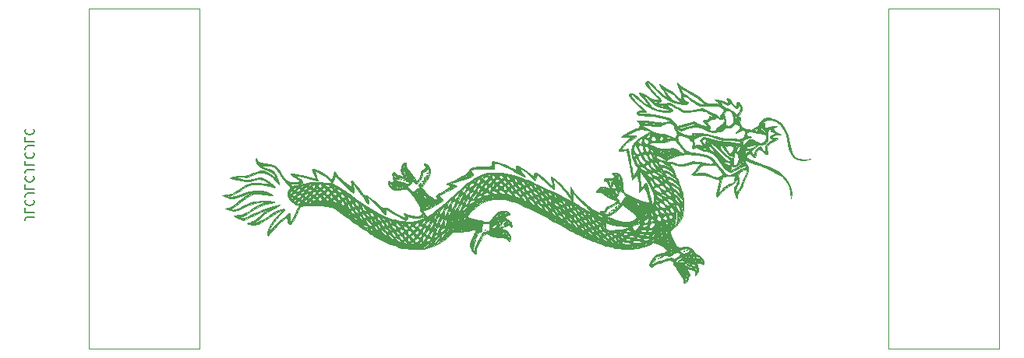
<source format=gbo>
G04 #@! TF.GenerationSoftware,KiCad,Pcbnew,(5.1.2-1)-1*
G04 #@! TF.CreationDate,2019-09-23T09:48:08+02:00*
G04 #@! TF.ProjectId,briefkastensensor,62726965-666b-4617-9374-656e73656e73,rev?*
G04 #@! TF.SameCoordinates,Original*
G04 #@! TF.FileFunction,Legend,Bot*
G04 #@! TF.FilePolarity,Positive*
%FSLAX46Y46*%
G04 Gerber Fmt 4.6, Leading zero omitted, Abs format (unit mm)*
G04 Created by KiCad (PCBNEW (5.1.2-1)-1) date 2019-09-23 09:48:08*
%MOMM*%
%LPD*%
G04 APERTURE LIST*
%ADD10C,0.150000*%
%ADD11C,0.100000*%
%ADD12C,0.010000*%
G04 APERTURE END LIST*
D10*
X108047619Y-91619047D02*
X107333333Y-91619047D01*
X107190476Y-91666666D01*
X107095238Y-91761904D01*
X107047619Y-91904761D01*
X107047619Y-92000000D01*
X107047619Y-90666666D02*
X107047619Y-91142857D01*
X108047619Y-91142857D01*
X107142857Y-89761904D02*
X107095238Y-89809523D01*
X107047619Y-89952380D01*
X107047619Y-90047619D01*
X107095238Y-90190476D01*
X107190476Y-90285714D01*
X107285714Y-90333333D01*
X107476190Y-90380952D01*
X107619047Y-90380952D01*
X107809523Y-90333333D01*
X107904761Y-90285714D01*
X108000000Y-90190476D01*
X108047619Y-90047619D01*
X108047619Y-89952380D01*
X108000000Y-89809523D01*
X107952380Y-89761904D01*
X108047619Y-89047619D02*
X107333333Y-89047619D01*
X107190476Y-89095238D01*
X107095238Y-89190476D01*
X107047619Y-89333333D01*
X107047619Y-89428571D01*
X107047619Y-88095238D02*
X107047619Y-88571428D01*
X108047619Y-88571428D01*
X107142857Y-87190476D02*
X107095238Y-87238095D01*
X107047619Y-87380952D01*
X107047619Y-87476190D01*
X107095238Y-87619047D01*
X107190476Y-87714285D01*
X107285714Y-87761904D01*
X107476190Y-87809523D01*
X107619047Y-87809523D01*
X107809523Y-87761904D01*
X107904761Y-87714285D01*
X108000000Y-87619047D01*
X108047619Y-87476190D01*
X108047619Y-87380952D01*
X108000000Y-87238095D01*
X107952380Y-87190476D01*
X108047619Y-86476190D02*
X107333333Y-86476190D01*
X107190476Y-86523809D01*
X107095238Y-86619047D01*
X107047619Y-86761904D01*
X107047619Y-86857142D01*
X107047619Y-85523809D02*
X107047619Y-86000000D01*
X108047619Y-86000000D01*
X107142857Y-84619047D02*
X107095238Y-84666666D01*
X107047619Y-84809523D01*
X107047619Y-84904761D01*
X107095238Y-85047619D01*
X107190476Y-85142857D01*
X107285714Y-85190476D01*
X107476190Y-85238095D01*
X107619047Y-85238095D01*
X107809523Y-85190476D01*
X107904761Y-85142857D01*
X108000000Y-85047619D01*
X108047619Y-84904761D01*
X108047619Y-84809523D01*
X108000000Y-84666666D01*
X107952380Y-84619047D01*
X108047619Y-83904761D02*
X107333333Y-83904761D01*
X107190476Y-83952380D01*
X107095238Y-84047619D01*
X107047619Y-84190476D01*
X107047619Y-84285714D01*
X107047619Y-82952380D02*
X107047619Y-83428571D01*
X108047619Y-83428571D01*
X107142857Y-82047619D02*
X107095238Y-82095238D01*
X107047619Y-82238095D01*
X107047619Y-82333333D01*
X107095238Y-82476190D01*
X107190476Y-82571428D01*
X107285714Y-82619047D01*
X107476190Y-82666666D01*
X107619047Y-82666666D01*
X107809523Y-82619047D01*
X107904761Y-82571428D01*
X108000000Y-82476190D01*
X108047619Y-82333333D01*
X108047619Y-82238095D01*
X108000000Y-82095238D01*
X107952380Y-82047619D01*
D11*
X212859500Y-69000000D02*
X212859500Y-106000000D01*
X212859500Y-106000000D02*
X200859500Y-106000000D01*
X200859500Y-106000000D02*
X200859500Y-69000000D01*
X200859500Y-69000000D02*
X212859500Y-69000000D01*
X114000000Y-106000000D02*
X114000000Y-69000000D01*
X126000000Y-106000000D02*
X114000000Y-106000000D01*
X126000000Y-69000000D02*
X126000000Y-106000000D01*
X114000000Y-69000000D02*
X126000000Y-69000000D01*
D12*
G36*
X174471411Y-76954239D02*
G01*
X174462840Y-77130457D01*
X174605191Y-77404670D01*
X174906831Y-77789579D01*
X175314221Y-78233642D01*
X175956532Y-78903372D01*
X175510408Y-78881736D01*
X175083476Y-78791157D01*
X174820853Y-78631408D01*
X174594996Y-78462998D01*
X174303104Y-78298353D01*
X174014222Y-78169736D01*
X173797397Y-78109405D01*
X173728720Y-78121135D01*
X173769474Y-78221736D01*
X173928596Y-78427384D01*
X174098021Y-78615006D01*
X174359423Y-78907649D01*
X174567711Y-79172273D01*
X174640818Y-79285304D01*
X174711309Y-79443946D01*
X174640051Y-79444805D01*
X174544793Y-79396563D01*
X174357259Y-79265980D01*
X174069474Y-79032477D01*
X173741571Y-78744988D01*
X173720298Y-78725596D01*
X173319139Y-78399216D01*
X172993430Y-78214016D01*
X172764717Y-78177249D01*
X172654544Y-78296170D01*
X172647826Y-78364521D01*
X172724229Y-78520165D01*
X172929522Y-78779993D01*
X173227828Y-79101096D01*
X173426476Y-79295802D01*
X174205126Y-80033865D01*
X173840606Y-80068889D01*
X173578320Y-80128432D01*
X173481006Y-80262120D01*
X173476087Y-80324783D01*
X173493716Y-80424600D01*
X173572424Y-80493560D01*
X173750941Y-80541449D01*
X174068000Y-80578050D01*
X174562331Y-80613151D01*
X174635652Y-80617742D01*
X175330635Y-80681012D01*
X175969080Y-80776573D01*
X176508486Y-80895304D01*
X176906351Y-81028085D01*
X177103728Y-81147380D01*
X177120856Y-81232444D01*
X176936034Y-81264511D01*
X176894044Y-81265169D01*
X176609188Y-81295319D01*
X176427334Y-81356295D01*
X176251513Y-81381655D01*
X175934599Y-81358299D01*
X175599073Y-81301688D01*
X175083612Y-81219745D01*
X174510751Y-81166491D01*
X174196981Y-81155345D01*
X173482222Y-81153044D01*
X173715362Y-81386184D01*
X173870506Y-81559729D01*
X173872134Y-81678764D01*
X173739904Y-81827923D01*
X173543910Y-81984655D01*
X173416470Y-82036522D01*
X173231795Y-82090101D01*
X172931873Y-82226452D01*
X172587299Y-82408995D01*
X172268673Y-82601150D01*
X172108368Y-82714310D01*
X171844997Y-82920000D01*
X172301629Y-82920000D01*
X172583811Y-82933928D01*
X172744279Y-82968848D01*
X172758261Y-82984720D01*
X172683692Y-83086210D01*
X172486480Y-83295596D01*
X172206368Y-83571062D01*
X172150870Y-83623813D01*
X171767973Y-84015819D01*
X171572107Y-84291089D01*
X171563145Y-84450169D01*
X171740959Y-84493603D01*
X171954508Y-84460559D01*
X172222133Y-84406196D01*
X172373314Y-84386981D01*
X172383953Y-84389363D01*
X172410035Y-84499425D01*
X172469440Y-84787857D01*
X172554436Y-85216013D01*
X172657290Y-85745243D01*
X172706192Y-86000064D01*
X173010016Y-87589259D01*
X173216824Y-87325282D01*
X173368685Y-87149628D01*
X173467551Y-87139254D01*
X173587903Y-87275673D01*
X173698453Y-87559629D01*
X173749257Y-88031901D01*
X173752174Y-88206010D01*
X173752174Y-88921979D01*
X174273010Y-88432679D01*
X174453291Y-88707824D01*
X174576891Y-88950601D01*
X174699592Y-89274733D01*
X174800281Y-89609674D01*
X174857849Y-89884875D01*
X174851182Y-90029789D01*
X174849465Y-90031695D01*
X174685565Y-90056610D01*
X174618040Y-90043044D01*
X173862609Y-90043044D01*
X173807391Y-90098261D01*
X173752174Y-90043044D01*
X173807391Y-89987826D01*
X173862609Y-90043044D01*
X174618040Y-90043044D01*
X174372479Y-89993710D01*
X173956322Y-89858335D01*
X173867453Y-89822174D01*
X173310435Y-89822174D01*
X173255218Y-89877391D01*
X173200000Y-89822174D01*
X173089565Y-89822174D01*
X173034348Y-89877391D01*
X172979131Y-89822174D01*
X172758261Y-89822174D01*
X172703044Y-89877391D01*
X172647826Y-89822174D01*
X172703044Y-89766957D01*
X172758261Y-89822174D01*
X172979131Y-89822174D01*
X173034348Y-89766957D01*
X173089565Y-89822174D01*
X173200000Y-89822174D01*
X173255218Y-89766957D01*
X173310435Y-89822174D01*
X173867453Y-89822174D01*
X173483209Y-89665825D01*
X173349943Y-89601304D01*
X172868696Y-89601304D01*
X172813478Y-89656522D01*
X172758261Y-89601304D01*
X172537391Y-89601304D01*
X172482174Y-89656522D01*
X172426957Y-89601304D01*
X172482174Y-89546087D01*
X172537391Y-89601304D01*
X172758261Y-89601304D01*
X172813478Y-89546087D01*
X172868696Y-89601304D01*
X173349943Y-89601304D01*
X172999256Y-89431519D01*
X172923913Y-89391184D01*
X172808379Y-89328417D01*
X172332558Y-89328417D01*
X172094664Y-89713339D01*
X171891303Y-89970518D01*
X171705437Y-90089196D01*
X171577365Y-90054468D01*
X171543478Y-89917175D01*
X171462831Y-89696477D01*
X171385985Y-89613479D01*
X171376519Y-89601304D01*
X170991304Y-89601304D01*
X170936087Y-89656522D01*
X170880870Y-89601304D01*
X170936087Y-89546087D01*
X170991304Y-89601304D01*
X171376519Y-89601304D01*
X171301235Y-89504477D01*
X171329573Y-89388206D01*
X170660000Y-89388206D01*
X170578837Y-89387455D01*
X170439131Y-89325217D01*
X170265577Y-89211170D01*
X170218261Y-89151794D01*
X170299424Y-89152545D01*
X170439131Y-89214783D01*
X170612685Y-89328830D01*
X170660000Y-89388206D01*
X171329573Y-89388206D01*
X171338237Y-89352661D01*
X171453523Y-89172004D01*
X171063778Y-89172004D01*
X171046522Y-89214783D01*
X170947284Y-89320136D01*
X170929570Y-89325217D01*
X170882136Y-89239775D01*
X170880870Y-89214783D01*
X170965767Y-89108592D01*
X170997822Y-89104348D01*
X171063778Y-89172004D01*
X171453523Y-89172004D01*
X171471501Y-89143832D01*
X171570610Y-89002295D01*
X171425764Y-89002295D01*
X171364664Y-89101548D01*
X171334424Y-89104348D01*
X171215847Y-89015828D01*
X171166172Y-88922889D01*
X171162118Y-88894675D01*
X170849585Y-88894675D01*
X170826414Y-89005333D01*
X170818552Y-89026285D01*
X170731066Y-89161517D01*
X170681328Y-89162487D01*
X170693716Y-89045663D01*
X170756731Y-88964464D01*
X170849585Y-88894675D01*
X171162118Y-88894675D01*
X171152575Y-88828261D01*
X170660000Y-88828261D01*
X170604783Y-88883478D01*
X170549565Y-88828261D01*
X170604783Y-88773044D01*
X170660000Y-88828261D01*
X171152575Y-88828261D01*
X171138352Y-88729279D01*
X171210886Y-88669794D01*
X171326922Y-88776242D01*
X171425764Y-89002295D01*
X171570610Y-89002295D01*
X171714509Y-88796794D01*
X172023534Y-89062605D01*
X172332558Y-89328417D01*
X172808379Y-89328417D01*
X172040435Y-88911214D01*
X172004346Y-88473395D01*
X171746546Y-88473395D01*
X171719676Y-88535111D01*
X171608480Y-88653668D01*
X171544553Y-88629347D01*
X171543478Y-88613909D01*
X171621918Y-88520501D01*
X171670976Y-88486411D01*
X171746546Y-88473395D01*
X172004346Y-88473395D01*
X172000954Y-88432241D01*
X171190834Y-88432241D01*
X171188163Y-88536943D01*
X171072563Y-88522005D01*
X171052146Y-88514396D01*
X170940091Y-88519297D01*
X170953527Y-88613015D01*
X170993232Y-88768502D01*
X170943218Y-88763690D01*
X170906135Y-88717826D01*
X170439131Y-88717826D01*
X170383913Y-88773044D01*
X170328696Y-88717826D01*
X170383913Y-88662609D01*
X170439131Y-88717826D01*
X170906135Y-88717826D01*
X170831306Y-88625279D01*
X170830372Y-88623709D01*
X170188733Y-88623709D01*
X170073847Y-88637454D01*
X170023608Y-88634219D01*
X169839819Y-88588986D01*
X169629276Y-88588986D01*
X169614116Y-88654639D01*
X169555652Y-88662609D01*
X169464752Y-88622202D01*
X169482029Y-88588986D01*
X169613089Y-88575769D01*
X169629276Y-88588986D01*
X169839819Y-88588986D01*
X169830042Y-88586580D01*
X169776522Y-88528673D01*
X169851011Y-88447520D01*
X170054066Y-88517598D01*
X170106434Y-88548976D01*
X170188733Y-88623709D01*
X170830372Y-88623709D01*
X170685314Y-88379967D01*
X170660000Y-88331304D01*
X170541950Y-88069320D01*
X170500699Y-87910965D01*
X170514190Y-87889565D01*
X170520099Y-87828607D01*
X170461218Y-87757044D01*
X170345033Y-87593568D01*
X170346405Y-87497956D01*
X170457088Y-87529299D01*
X170489510Y-87554246D01*
X170677211Y-87633628D01*
X170765597Y-87616468D01*
X170870804Y-87620738D01*
X170880870Y-87662178D01*
X170800704Y-87774636D01*
X170770435Y-87779130D01*
X170679839Y-87864470D01*
X170666950Y-88050240D01*
X170729297Y-88231071D01*
X170782266Y-88283399D01*
X170857497Y-88274654D01*
X170830042Y-88124264D01*
X170806350Y-87932974D01*
X170879106Y-87902463D01*
X171002723Y-88024369D01*
X171084013Y-88170848D01*
X171190834Y-88432241D01*
X172000954Y-88432241D01*
X171982992Y-88214352D01*
X171764348Y-88214352D01*
X171684182Y-88326810D01*
X171653913Y-88331304D01*
X171546350Y-88293626D01*
X171543478Y-88282605D01*
X171620864Y-88188319D01*
X171653913Y-88165652D01*
X171755677Y-88174408D01*
X171764348Y-88214352D01*
X171982992Y-88214352D01*
X171978219Y-88156449D01*
X171424325Y-88156449D01*
X171404021Y-88299685D01*
X171366323Y-88301395D01*
X171339960Y-88153590D01*
X171357604Y-88089728D01*
X171406641Y-88047898D01*
X171424325Y-88156449D01*
X171978219Y-88156449D01*
X171969139Y-88046308D01*
X171955016Y-87944783D01*
X171764348Y-87944783D01*
X171709131Y-88000000D01*
X171653913Y-87944783D01*
X171709131Y-87889565D01*
X171764348Y-87944783D01*
X171955016Y-87944783D01*
X171921730Y-87705507D01*
X171727536Y-87705507D01*
X171712377Y-87771161D01*
X171653913Y-87779130D01*
X171563013Y-87738724D01*
X171580290Y-87705507D01*
X171711350Y-87692290D01*
X171727536Y-87705507D01*
X171921730Y-87705507D01*
X171889967Y-87477181D01*
X171838617Y-87337391D01*
X171623549Y-87337391D01*
X171603687Y-87516490D01*
X171560116Y-87558261D01*
X171305172Y-87558261D01*
X171287817Y-87715037D01*
X171249470Y-87696304D01*
X171234884Y-87470206D01*
X171249470Y-87420217D01*
X171289778Y-87406344D01*
X171305172Y-87558261D01*
X171560116Y-87558261D01*
X171487920Y-87465252D01*
X171463408Y-87337391D01*
X171483270Y-87158292D01*
X171526841Y-87116522D01*
X171599037Y-87209531D01*
X171623549Y-87337391D01*
X171838617Y-87337391D01*
X171750268Y-87096882D01*
X171659385Y-87006087D01*
X171322609Y-87006087D01*
X171284930Y-87113651D01*
X171273909Y-87116522D01*
X171179623Y-87039136D01*
X171156957Y-87006087D01*
X171165713Y-86904323D01*
X171205657Y-86895652D01*
X171318115Y-86975818D01*
X171322609Y-87006087D01*
X171659385Y-87006087D01*
X171530348Y-86877177D01*
X171210513Y-86789833D01*
X171089505Y-86785217D01*
X170846963Y-86824914D01*
X170773713Y-86918493D01*
X170892601Y-87027690D01*
X170934225Y-87045309D01*
X171044339Y-87183514D01*
X171029239Y-87287391D01*
X170924986Y-87404374D01*
X170704184Y-87415139D01*
X170580990Y-87395431D01*
X170239777Y-87381663D01*
X170044238Y-87454774D01*
X169907010Y-87617035D01*
X169912562Y-87719468D01*
X170047077Y-87710755D01*
X170201123Y-87756520D01*
X170359857Y-88015919D01*
X170378381Y-88059012D01*
X170500691Y-88359172D01*
X170529963Y-88493459D01*
X170456138Y-88500690D01*
X170283240Y-88426093D01*
X169954510Y-88353864D01*
X169606219Y-88391318D01*
X169311837Y-88517172D01*
X169144835Y-88710141D01*
X169132490Y-88759449D01*
X169135509Y-88941588D01*
X169258105Y-88960685D01*
X169327408Y-88941036D01*
X169576615Y-88950264D01*
X169902582Y-89128686D01*
X169971439Y-89179206D01*
X170441262Y-89508322D01*
X170830795Y-89730018D01*
X171109393Y-89828646D01*
X171220554Y-89816995D01*
X171262248Y-89836025D01*
X171198670Y-89968411D01*
X170947467Y-90216960D01*
X170604015Y-90390083D01*
X170382602Y-90429565D01*
X170217868Y-90511189D01*
X170090182Y-90691634D01*
X170057641Y-90874262D01*
X170084103Y-90926092D01*
X170044973Y-90968716D01*
X169846553Y-90965009D01*
X169799388Y-90959042D01*
X169554828Y-90944709D01*
X169482424Y-91007083D01*
X169495767Y-91064615D01*
X169524635Y-91147294D01*
X169508654Y-91180014D01*
X169413002Y-91150050D01*
X169202856Y-91044674D01*
X168843394Y-90851159D01*
X168702440Y-90774669D01*
X168055984Y-90340525D01*
X167383010Y-89721411D01*
X166668836Y-88903681D01*
X166608680Y-88828261D01*
X166258502Y-88386522D01*
X166310610Y-88883478D01*
X166362718Y-89380435D01*
X166166141Y-89104348D01*
X165900174Y-88766412D01*
X165575847Y-88407015D01*
X165224418Y-88053986D01*
X164877142Y-87735153D01*
X164565274Y-87478345D01*
X164320072Y-87311388D01*
X164172790Y-87262113D01*
X164144348Y-87304268D01*
X164172472Y-87462479D01*
X164241334Y-87731729D01*
X164252894Y-87772545D01*
X164313712Y-88033639D01*
X164322701Y-88185557D01*
X164317929Y-88194535D01*
X164223849Y-88143678D01*
X164005823Y-87971576D01*
X163700719Y-87708381D01*
X163482856Y-87511632D01*
X163046249Y-87126064D01*
X162736847Y-86894365D01*
X162533099Y-86807140D01*
X162413456Y-86854993D01*
X162357464Y-87020991D01*
X162325528Y-87137346D01*
X162250517Y-87157095D01*
X162091812Y-87066061D01*
X161808794Y-86850063D01*
X161762162Y-86813181D01*
X161296760Y-86466868D01*
X160899685Y-86213796D01*
X160593430Y-86063472D01*
X160400488Y-86025403D01*
X160343355Y-86109097D01*
X160389565Y-86233044D01*
X160437198Y-86411305D01*
X160317538Y-86450009D01*
X160034788Y-86348780D01*
X159892609Y-86277336D01*
X159343452Y-86020404D01*
X158755887Y-85799166D01*
X158232962Y-85651633D01*
X158153261Y-85635766D01*
X157883956Y-85598765D01*
X157767027Y-85641977D01*
X157739465Y-85796710D01*
X157739131Y-85841518D01*
X157728469Y-85987889D01*
X157664512Y-86071900D01*
X157499301Y-86110847D01*
X157184880Y-86122026D01*
X156959772Y-86122609D01*
X156332270Y-86146849D01*
X155822808Y-86214842D01*
X155459062Y-86319497D01*
X155268708Y-86453724D01*
X155252938Y-86559906D01*
X155233378Y-86691602D01*
X155077703Y-86854022D01*
X154758997Y-87071773D01*
X154565759Y-87188174D01*
X154115756Y-87436892D01*
X153652182Y-87667514D01*
X153274899Y-87830379D01*
X153272799Y-87831162D01*
X152966798Y-87951402D01*
X152844121Y-88027170D01*
X152879000Y-88085147D01*
X152984340Y-88129793D01*
X153161710Y-88215303D01*
X153148455Y-88320769D01*
X153058460Y-88427587D01*
X152860990Y-88590913D01*
X152546162Y-88797447D01*
X152297789Y-88939385D01*
X151941843Y-89130493D01*
X151745655Y-89248088D01*
X151676249Y-89326531D01*
X151700651Y-89400183D01*
X151772353Y-89486894D01*
X151850517Y-89632920D01*
X151743081Y-89718303D01*
X151736792Y-89720743D01*
X151499444Y-89696087D01*
X151278249Y-89560571D01*
X150643838Y-89560571D01*
X150512154Y-89704802D01*
X150326391Y-89835395D01*
X150236067Y-89873879D01*
X150237655Y-89870201D01*
X149871185Y-89870201D01*
X149856079Y-89877391D01*
X149755298Y-89799647D01*
X149732609Y-89766957D01*
X149704468Y-89663712D01*
X149719574Y-89656522D01*
X149820355Y-89734266D01*
X149843044Y-89766957D01*
X149871185Y-89870201D01*
X150237655Y-89870201D01*
X150260862Y-89816452D01*
X150374217Y-89718829D01*
X150451841Y-89601304D01*
X150008696Y-89601304D01*
X149953478Y-89656522D01*
X149898261Y-89601304D01*
X149953478Y-89546087D01*
X150008696Y-89601304D01*
X150451841Y-89601304D01*
X150475508Y-89565473D01*
X150416903Y-89459099D01*
X150249088Y-89479585D01*
X150229565Y-89490870D01*
X150126381Y-89517356D01*
X150119131Y-89501273D01*
X150128958Y-89490870D01*
X149787826Y-89490870D01*
X149732609Y-89546087D01*
X149677391Y-89490870D01*
X149732609Y-89435652D01*
X149787826Y-89490870D01*
X150128958Y-89490870D01*
X150204197Y-89411228D01*
X150253499Y-89380435D01*
X150008696Y-89380435D01*
X149953478Y-89435652D01*
X149898261Y-89380435D01*
X149953478Y-89325217D01*
X150008696Y-89380435D01*
X150253499Y-89380435D01*
X150353327Y-89318085D01*
X150507784Y-89259051D01*
X150518291Y-89304767D01*
X150534898Y-89438723D01*
X150587790Y-89474500D01*
X150643838Y-89560571D01*
X151278249Y-89560571D01*
X151154496Y-89484754D01*
X150890080Y-89251594D01*
X149530145Y-89251594D01*
X149514986Y-89317248D01*
X149456522Y-89325217D01*
X149365622Y-89284811D01*
X149382899Y-89251594D01*
X149513959Y-89238377D01*
X149530145Y-89251594D01*
X150890080Y-89251594D01*
X150706930Y-89090094D01*
X150657999Y-89040892D01*
X150324056Y-89040892D01*
X150298016Y-89098517D01*
X150236083Y-89104348D01*
X150132988Y-89049130D01*
X149898261Y-89049130D01*
X149843044Y-89104348D01*
X149787826Y-89049130D01*
X149456522Y-89049130D01*
X149401304Y-89104348D01*
X149346087Y-89049130D01*
X149401304Y-88993913D01*
X149456522Y-89049130D01*
X149787826Y-89049130D01*
X149843044Y-88993913D01*
X149898261Y-89049130D01*
X150132988Y-89049130D01*
X150086331Y-89024141D01*
X150064695Y-88995178D01*
X150080693Y-88938696D01*
X149677391Y-88938696D01*
X149622174Y-88993913D01*
X149566957Y-88938696D01*
X149622174Y-88883478D01*
X149677391Y-88938696D01*
X150080693Y-88938696D01*
X150082470Y-88932423D01*
X150168612Y-88951776D01*
X150324056Y-89040892D01*
X150657999Y-89040892D01*
X150521722Y-88903863D01*
X150341685Y-88717826D01*
X149787826Y-88717826D01*
X149732609Y-88773044D01*
X149677391Y-88717826D01*
X149732609Y-88662609D01*
X149787826Y-88717826D01*
X150341685Y-88717826D01*
X150096053Y-88464010D01*
X150311185Y-88149179D01*
X150643282Y-87657165D01*
X150866246Y-87304483D01*
X150999190Y-87050640D01*
X151061226Y-86855142D01*
X151070563Y-86693115D01*
X150892174Y-86693115D01*
X150873942Y-86980043D01*
X150808466Y-87087260D01*
X150732146Y-87078744D01*
X150619127Y-87084435D01*
X150629240Y-87166193D01*
X150603537Y-87348458D01*
X150551335Y-87398501D01*
X150468996Y-87419862D01*
X150505652Y-87337391D01*
X150534675Y-87244863D01*
X150465697Y-87272742D01*
X150382309Y-87400259D01*
X150394819Y-87447181D01*
X150396618Y-87608638D01*
X150315408Y-87838674D01*
X150195926Y-88038364D01*
X150094887Y-88110435D01*
X150047616Y-88040728D01*
X150068952Y-87991847D01*
X150049392Y-87950703D01*
X149914222Y-88015661D01*
X149772650Y-88142529D01*
X149772678Y-88217075D01*
X149879866Y-88360803D01*
X149936453Y-88484968D01*
X149971615Y-88625329D01*
X149886975Y-88587948D01*
X149852961Y-88560405D01*
X149701743Y-88495153D01*
X149531969Y-88590545D01*
X149463911Y-88655219D01*
X149266302Y-88831493D01*
X149122387Y-88854845D01*
X148955496Y-88717114D01*
X148842740Y-88589093D01*
X148716123Y-88441739D01*
X147800000Y-88441739D01*
X147759594Y-88532639D01*
X147726377Y-88515362D01*
X147714370Y-88396293D01*
X147579131Y-88396293D01*
X147516271Y-88536873D01*
X147468696Y-88552174D01*
X147364947Y-88464820D01*
X147356570Y-88414130D01*
X147316990Y-88354522D01*
X147237728Y-88441739D01*
X147153576Y-88540846D01*
X147162356Y-88452219D01*
X147162579Y-88451388D01*
X147247979Y-88343746D01*
X147026957Y-88343746D01*
X146957860Y-88354476D01*
X146809393Y-88253294D01*
X146664417Y-88098958D01*
X146641073Y-88017768D01*
X146751220Y-88034972D01*
X146905654Y-88153220D01*
X147015442Y-88297384D01*
X147026957Y-88343746D01*
X147247979Y-88343746D01*
X147271835Y-88313678D01*
X147437617Y-88269229D01*
X147562370Y-88330945D01*
X147579131Y-88396293D01*
X147714370Y-88396293D01*
X147713160Y-88384302D01*
X147726377Y-88368116D01*
X147792030Y-88383275D01*
X147800000Y-88441739D01*
X148716123Y-88441739D01*
X148621229Y-88331304D01*
X148352174Y-88331304D01*
X148311768Y-88422205D01*
X148278551Y-88404928D01*
X148265334Y-88273867D01*
X148278551Y-88257681D01*
X148344204Y-88272841D01*
X148352174Y-88331304D01*
X148621229Y-88331304D01*
X148589783Y-88294708D01*
X148643409Y-88252525D01*
X148113503Y-88252525D01*
X148086633Y-88314241D01*
X147975437Y-88432798D01*
X147911510Y-88408478D01*
X147910435Y-88393039D01*
X147988874Y-88299632D01*
X148037933Y-88265541D01*
X148113503Y-88252525D01*
X148643409Y-88252525D01*
X148858552Y-88083293D01*
X148881220Y-88059807D01*
X147769508Y-88059807D01*
X147630759Y-88077135D01*
X147468696Y-88080356D01*
X147229842Y-88071741D01*
X147164274Y-88049715D01*
X147220218Y-88032497D01*
X147542023Y-88014227D01*
X147717174Y-88032497D01*
X147769508Y-88059807D01*
X148881220Y-88059807D01*
X148954521Y-87983863D01*
X148852762Y-87983863D01*
X148845631Y-88005662D01*
X148717544Y-88027375D01*
X148460344Y-87974667D01*
X148321700Y-87929325D01*
X147998446Y-87816920D01*
X147745278Y-87737353D01*
X147689565Y-87722814D01*
X147447873Y-87682825D01*
X147385870Y-87677145D01*
X147257360Y-87594338D01*
X147247826Y-87550819D01*
X147333803Y-87483190D01*
X147468696Y-87503044D01*
X147650682Y-87503124D01*
X147680613Y-87401673D01*
X147551522Y-87292396D01*
X147523401Y-87265473D01*
X147645849Y-87287978D01*
X147858286Y-87344527D01*
X148100136Y-87419734D01*
X148220776Y-87462366D01*
X148388139Y-87572398D01*
X148405828Y-87671225D01*
X148396297Y-87762938D01*
X148426792Y-87764334D01*
X148605877Y-87784378D01*
X148779147Y-87875578D01*
X148852762Y-87983863D01*
X148954521Y-87983863D01*
X149027998Y-87907737D01*
X149067122Y-87774786D01*
X149065317Y-87771552D01*
X149090778Y-87717471D01*
X149174699Y-87736993D01*
X149324360Y-87845133D01*
X149346087Y-87901381D01*
X149438247Y-87982752D01*
X149557105Y-88000000D01*
X149722538Y-87905875D01*
X149912341Y-87669251D01*
X150086005Y-87358753D01*
X150203022Y-87043009D01*
X150229565Y-86860785D01*
X150320422Y-86703936D01*
X150438620Y-86674783D01*
X150645674Y-86585894D01*
X150746508Y-86385054D01*
X150709817Y-86206015D01*
X150706850Y-86141192D01*
X150764676Y-86167281D01*
X150845418Y-86318908D01*
X150889442Y-86599445D01*
X150892174Y-86693115D01*
X151070563Y-86693115D01*
X151071464Y-86677497D01*
X151060548Y-86561467D01*
X150957157Y-86233221D01*
X150774397Y-85984608D01*
X150774344Y-85984565D01*
X150533707Y-85823676D01*
X150406767Y-85810551D01*
X150417029Y-85943730D01*
X150446549Y-86004914D01*
X150549664Y-86267687D01*
X150487882Y-86418383D01*
X150284783Y-86499262D01*
X150085970Y-86595886D01*
X150012584Y-86797795D01*
X150007005Y-86925365D01*
X149975449Y-87252399D01*
X149847266Y-87478883D01*
X149647255Y-87656707D01*
X149506626Y-87753336D01*
X149493287Y-87702940D01*
X149509415Y-87656707D01*
X149492312Y-87595072D01*
X148867536Y-87595072D01*
X148852377Y-87660726D01*
X148793913Y-87668696D01*
X148703013Y-87628289D01*
X148720290Y-87595072D01*
X148851350Y-87581856D01*
X148867536Y-87595072D01*
X149492312Y-87595072D01*
X149467239Y-87504723D01*
X149466173Y-87503044D01*
X149346087Y-87503044D01*
X149290870Y-87558261D01*
X149235652Y-87503044D01*
X149290870Y-87447826D01*
X149346087Y-87503044D01*
X149466173Y-87503044D01*
X149396031Y-87392609D01*
X148683478Y-87392609D01*
X148628261Y-87447826D01*
X148573044Y-87392609D01*
X148628261Y-87337391D01*
X148683478Y-87392609D01*
X149396031Y-87392609D01*
X149299365Y-87240417D01*
X149225943Y-87148177D01*
X148555242Y-87148177D01*
X148528372Y-87209893D01*
X148417176Y-87328450D01*
X148353249Y-87304130D01*
X148352174Y-87288691D01*
X148430614Y-87195284D01*
X148479672Y-87161194D01*
X148555242Y-87148177D01*
X149225943Y-87148177D01*
X149142028Y-87042757D01*
X148993213Y-87042757D01*
X148992466Y-87114709D01*
X148973088Y-87116522D01*
X148880903Y-87041053D01*
X148779827Y-86923261D01*
X148774595Y-86916095D01*
X148559295Y-86916095D01*
X148482455Y-86991113D01*
X148465524Y-87001949D01*
X148281391Y-87019440D01*
X148153050Y-86871169D01*
X148132996Y-86757609D01*
X148216719Y-86677874D01*
X148248257Y-86674783D01*
X148314212Y-86742439D01*
X148296957Y-86785217D01*
X148326776Y-86876503D01*
X148428483Y-86897343D01*
X148559295Y-86916095D01*
X148774595Y-86916095D01*
X148684317Y-86792451D01*
X148741505Y-86819874D01*
X148821522Y-86881566D01*
X148993213Y-87042757D01*
X149142028Y-87042757D01*
X149035273Y-86908643D01*
X148965759Y-86829454D01*
X148681447Y-86490725D01*
X148204928Y-86490725D01*
X148189768Y-86556378D01*
X148131304Y-86564348D01*
X148040404Y-86523941D01*
X148057681Y-86490725D01*
X148188742Y-86477508D01*
X148204928Y-86490725D01*
X148681447Y-86490725D01*
X148641705Y-86443377D01*
X148466813Y-86171309D01*
X148241739Y-86171309D01*
X148205345Y-86330868D01*
X148109720Y-86283037D01*
X148080803Y-86240674D01*
X148094652Y-86098840D01*
X148129503Y-86068505D01*
X148225542Y-86092498D01*
X148241739Y-86171309D01*
X148466813Y-86171309D01*
X148465283Y-86168930D01*
X148416915Y-85973441D01*
X148424305Y-85925850D01*
X148435512Y-85758908D01*
X148303698Y-85744199D01*
X148253511Y-85756228D01*
X148040011Y-85925682D01*
X147907525Y-86243851D01*
X147848151Y-86567240D01*
X147896056Y-86807290D01*
X147987406Y-86968571D01*
X148182328Y-87266060D01*
X148048924Y-87226957D01*
X147303044Y-87226957D01*
X147297995Y-87328883D01*
X147260861Y-87337391D01*
X147104742Y-87256801D01*
X147082174Y-87226957D01*
X147087222Y-87125030D01*
X147124356Y-87116522D01*
X147280476Y-87197112D01*
X147303044Y-87226957D01*
X148048924Y-87226957D01*
X147908338Y-87185749D01*
X147635165Y-87111252D01*
X147476536Y-87073994D01*
X147308935Y-86953510D01*
X147250466Y-86847960D01*
X147182791Y-86715344D01*
X147088852Y-86768258D01*
X147032187Y-86834132D01*
X146941951Y-87020051D01*
X146966214Y-87277917D01*
X147001483Y-87403662D01*
X147065969Y-87672786D01*
X147034208Y-87807341D01*
X146952298Y-87857090D01*
X146755391Y-87835076D01*
X146684507Y-87767614D01*
X146584698Y-87671271D01*
X146481731Y-87774511D01*
X146480099Y-87777046D01*
X146455112Y-87996546D01*
X146573458Y-88260373D01*
X146787854Y-88501278D01*
X147051017Y-88652014D01*
X147104654Y-88665296D01*
X147400542Y-88684357D01*
X147790922Y-88665520D01*
X147965652Y-88645311D01*
X148274817Y-88609275D01*
X148481481Y-88631492D01*
X148662348Y-88744113D01*
X148894120Y-88979289D01*
X148976241Y-89068916D01*
X149280336Y-89437224D01*
X149557814Y-89835914D01*
X149781561Y-90217660D01*
X149924464Y-90535132D01*
X149959407Y-90741005D01*
X149949377Y-90767506D01*
X149959393Y-90928759D01*
X150063006Y-91091172D01*
X150173696Y-91238680D01*
X150137513Y-91339675D01*
X149928190Y-91463215D01*
X149919864Y-91467524D01*
X149684347Y-91564347D01*
X149452287Y-91577841D01*
X149126935Y-91510632D01*
X149054083Y-91491012D01*
X148696483Y-91386986D01*
X148402103Y-91290983D01*
X148311718Y-91256607D01*
X148173154Y-91214722D01*
X148178837Y-91299433D01*
X148237839Y-91416191D01*
X148317959Y-91621798D01*
X148313435Y-91719898D01*
X148201729Y-91689997D01*
X147941464Y-91565889D01*
X147572856Y-91368029D01*
X147186312Y-91146515D01*
X146649633Y-90844380D01*
X146283223Y-90670616D01*
X146079900Y-90622084D01*
X146036826Y-90644314D01*
X145918926Y-90636606D01*
X145661487Y-90468967D01*
X145271793Y-90146470D01*
X145094792Y-89988229D01*
X144727777Y-89669958D01*
X144411921Y-89423854D01*
X144186708Y-89279063D01*
X144100861Y-89254555D01*
X143963193Y-89269837D01*
X143815708Y-89182373D01*
X143618925Y-88960183D01*
X143438257Y-88717826D01*
X143146367Y-88333940D01*
X142869335Y-88004221D01*
X142643555Y-87769261D01*
X142505421Y-87669651D01*
X142497596Y-87668696D01*
X142462124Y-87763249D01*
X142474344Y-87991490D01*
X142475451Y-87999163D01*
X142523953Y-88329630D01*
X142017967Y-88046829D01*
X141661126Y-87795389D01*
X141285774Y-87451995D01*
X141076221Y-87216736D01*
X140640461Y-86669444D01*
X140568784Y-86995787D01*
X140448658Y-87338166D01*
X140283001Y-87465588D01*
X140067016Y-87380180D01*
X139949477Y-87270048D01*
X139591704Y-86975228D01*
X139110510Y-86693590D01*
X138599697Y-86478269D01*
X138493519Y-86445321D01*
X138279343Y-86398851D01*
X138223053Y-86458690D01*
X138255886Y-86598089D01*
X138361485Y-86875027D01*
X138493233Y-87159882D01*
X138594234Y-87375364D01*
X138573790Y-87442688D01*
X138413138Y-87409245D01*
X138396417Y-87404430D01*
X138003104Y-87300350D01*
X137525100Y-87187515D01*
X137022917Y-87078549D01*
X136557063Y-86986076D01*
X136188050Y-86922721D01*
X135983478Y-86900999D01*
X135870498Y-86920080D01*
X135898232Y-86989829D01*
X136085390Y-87130099D01*
X136370000Y-87311081D01*
X137032609Y-87720597D01*
X136447162Y-87804988D01*
X135890170Y-87821492D01*
X135464528Y-87676278D01*
X135134190Y-87351719D01*
X134978186Y-87086637D01*
X134613749Y-86489952D01*
X134203494Y-86090646D01*
X133713386Y-85865540D01*
X133109390Y-85791460D01*
X133075963Y-85791304D01*
X132653282Y-85763594D01*
X132394569Y-85660782D01*
X132247674Y-85453344D01*
X132198173Y-85294348D01*
X132158601Y-85207409D01*
X132135128Y-85338263D01*
X132131072Y-85420157D01*
X132187803Y-85781004D01*
X132402914Y-86074737D01*
X132799228Y-86323826D01*
X133219169Y-86491450D01*
X133640645Y-86655710D01*
X133910429Y-86820344D01*
X134093373Y-87029218D01*
X134148383Y-87119998D01*
X134364651Y-87503044D01*
X134042108Y-87211955D01*
X133635866Y-86903004D01*
X133213480Y-86675879D01*
X132848183Y-86568250D01*
X132783026Y-86564348D01*
X132566206Y-86606754D01*
X132225787Y-86717492D01*
X131866455Y-86859728D01*
X131290270Y-87062441D01*
X130764810Y-87137424D01*
X130572174Y-87137862D01*
X130160708Y-87154304D01*
X129786707Y-87215393D01*
X129636860Y-87263401D01*
X129308938Y-87406187D01*
X130078599Y-87592947D01*
X130617833Y-87712472D01*
X131025755Y-87765150D01*
X131381357Y-87751638D01*
X131763627Y-87672596D01*
X131988953Y-87608852D01*
X132341564Y-87515098D01*
X132579659Y-87496455D01*
X132796783Y-87553923D01*
X132942613Y-87619025D01*
X133225488Y-87775534D01*
X133425362Y-87925084D01*
X133443160Y-87944399D01*
X133483666Y-88029185D01*
X133376200Y-88038714D01*
X133144544Y-87992078D01*
X132392358Y-87891362D01*
X131683624Y-87961439D01*
X130978997Y-88212532D01*
X130239130Y-88654865D01*
X130041660Y-88798316D01*
X129515059Y-89097496D01*
X128992529Y-89220357D01*
X128418696Y-89286158D01*
X128854692Y-89481958D01*
X129263235Y-89606835D01*
X129696875Y-89606567D01*
X130206519Y-89475175D01*
X130723098Y-89262537D01*
X131072819Y-89120207D01*
X131352835Y-89038232D01*
X131484661Y-89031676D01*
X131524493Y-89080357D01*
X131434171Y-89095629D01*
X131273962Y-89167756D01*
X130994515Y-89354789D01*
X130641443Y-89624638D01*
X130407024Y-89818225D01*
X129839650Y-90263163D01*
X129394291Y-90529343D01*
X129158506Y-90609663D01*
X128750000Y-90687224D01*
X129081304Y-90829501D01*
X129602091Y-90965204D01*
X130114436Y-90905138D01*
X130647662Y-90653989D01*
X131146691Y-90403796D01*
X131740538Y-90190375D01*
X132335688Y-90042247D01*
X132831681Y-89987913D01*
X132988147Y-89997572D01*
X133003064Y-90039182D01*
X132856827Y-90131870D01*
X132529833Y-90294759D01*
X132504783Y-90306824D01*
X132042639Y-90551859D01*
X131560944Y-90841922D01*
X131290353Y-91024563D01*
X130919250Y-91265749D01*
X130607856Y-91386715D01*
X130259385Y-91423102D01*
X130207097Y-91423478D01*
X129874338Y-91445058D01*
X129758186Y-91509785D01*
X129858637Y-91617641D01*
X130175686Y-91768608D01*
X130290809Y-91813854D01*
X130780204Y-92000756D01*
X131808146Y-91497936D01*
X132269796Y-91278254D01*
X132684277Y-91092033D01*
X132994695Y-90964278D01*
X133112174Y-90924822D01*
X133388261Y-90854528D01*
X133092430Y-91058747D01*
X132835156Y-91263412D01*
X132528123Y-91543732D01*
X132400612Y-91670701D01*
X131994293Y-91995370D01*
X131554444Y-92201028D01*
X131536878Y-92205973D01*
X131256884Y-92287601D01*
X131167517Y-92342343D01*
X131245495Y-92398329D01*
X131345218Y-92437562D01*
X131802128Y-92502246D01*
X132344682Y-92380701D01*
X132980005Y-92070403D01*
X133642842Y-91623310D01*
X134019105Y-91363033D01*
X134392923Y-91137060D01*
X134625325Y-91020529D01*
X135021924Y-90854820D01*
X134451060Y-91495316D01*
X134039422Y-92008356D01*
X133698667Y-92531927D01*
X133456210Y-93016776D01*
X133339470Y-93413649D01*
X133333044Y-93503753D01*
X133346522Y-93632554D01*
X133407344Y-93643786D01*
X133546088Y-93519815D01*
X133793332Y-93243004D01*
X133801498Y-93233592D01*
X134116101Y-92886226D01*
X134466271Y-92523639D01*
X134814103Y-92182131D01*
X135121693Y-91898007D01*
X135351133Y-91707567D01*
X135458913Y-91646282D01*
X135522984Y-91738636D01*
X135541739Y-91899327D01*
X135602502Y-92192032D01*
X135682289Y-92346520D01*
X135774893Y-92439093D01*
X135873747Y-92416289D01*
X136020931Y-92251975D01*
X136173217Y-92041646D01*
X136405957Y-91661485D01*
X136597850Y-91262475D01*
X136657933Y-91096186D01*
X136753182Y-90816635D01*
X136868672Y-90620364D01*
X137042099Y-90492704D01*
X137311163Y-90418985D01*
X137713561Y-90384539D01*
X138286993Y-90374697D01*
X138513020Y-90374348D01*
X139238095Y-90388681D01*
X139803934Y-90444497D01*
X140271047Y-90561021D01*
X140699945Y-90757478D01*
X141151137Y-91053093D01*
X141508538Y-91326075D01*
X141809952Y-91550891D01*
X142050564Y-91706118D01*
X142164577Y-91754783D01*
X142274590Y-91820864D01*
X142278261Y-91843093D01*
X142364836Y-91937392D01*
X142597942Y-92120001D01*
X142937653Y-92360838D01*
X143189348Y-92529521D01*
X143595781Y-92800849D01*
X143941689Y-93040052D01*
X144178492Y-93213121D01*
X144246367Y-93269472D01*
X144417168Y-93390885D01*
X144486957Y-93411304D01*
X144640055Y-93479122D01*
X144727547Y-93549348D01*
X144889305Y-93658343D01*
X145195527Y-93830534D01*
X145590720Y-94035302D01*
X145756957Y-94117369D01*
X146177851Y-94322351D01*
X146539237Y-94498599D01*
X146782683Y-94617608D01*
X146832197Y-94641935D01*
X147112674Y-94724863D01*
X147239810Y-94736522D01*
X147447852Y-94781061D01*
X147516372Y-94834755D01*
X147676104Y-94924280D01*
X148005467Y-95003066D01*
X148453336Y-95067352D01*
X148968582Y-95113378D01*
X149500079Y-95137381D01*
X149996699Y-95135600D01*
X150407316Y-95104275D01*
X150616087Y-95062787D01*
X151382502Y-94809072D01*
X151987421Y-94538559D01*
X152489651Y-94218597D01*
X152947995Y-93816533D01*
X153052538Y-93709901D01*
X153326334Y-93437418D01*
X153441879Y-93356087D01*
X153211304Y-93356087D01*
X153156087Y-93411304D01*
X153100870Y-93356087D01*
X153156087Y-93300870D01*
X153211304Y-93356087D01*
X153441879Y-93356087D01*
X153527316Y-93295949D01*
X153729261Y-93251297D01*
X154003698Y-93269015D01*
X154380300Y-93269060D01*
X154845119Y-93212627D01*
X155159854Y-93145945D01*
X155522055Y-93054342D01*
X155647605Y-93024783D01*
X154867826Y-93024783D01*
X154812609Y-93080000D01*
X154806091Y-93073482D01*
X154536522Y-93073482D01*
X154456356Y-93185941D01*
X154426087Y-93190435D01*
X154318524Y-93152756D01*
X154315652Y-93141735D01*
X154321001Y-93135217D01*
X153321739Y-93135217D01*
X153266522Y-93190435D01*
X153211304Y-93135217D01*
X153266522Y-93080000D01*
X153321739Y-93135217D01*
X154321001Y-93135217D01*
X154393038Y-93047449D01*
X154426087Y-93024783D01*
X154527851Y-93033539D01*
X154536522Y-93073482D01*
X154806091Y-93073482D01*
X154757391Y-93024783D01*
X154775797Y-93006377D01*
X153947536Y-93006377D01*
X153932377Y-93072030D01*
X153873913Y-93080000D01*
X153783013Y-93039594D01*
X153800290Y-93006377D01*
X153931350Y-92993160D01*
X153947536Y-93006377D01*
X154775797Y-93006377D01*
X154812609Y-92969565D01*
X154867826Y-93024783D01*
X155647605Y-93024783D01*
X155792911Y-92990573D01*
X155905289Y-92969565D01*
X155973292Y-93053096D01*
X155943139Y-93258085D01*
X155829522Y-93516125D01*
X155766633Y-93615126D01*
X155509060Y-94077850D01*
X155380998Y-94521891D01*
X155396535Y-94890042D01*
X155431238Y-94977008D01*
X155564937Y-95240164D01*
X155642262Y-95399130D01*
X155809547Y-95562916D01*
X155915900Y-95603323D01*
X156048490Y-95595335D01*
X156062281Y-95457901D01*
X156037352Y-95344281D01*
X156030711Y-95029116D01*
X156102522Y-94878180D01*
X156229445Y-94687240D01*
X156404446Y-94378848D01*
X156521407Y-94154448D01*
X156770214Y-93720538D01*
X156987563Y-93488230D01*
X157192735Y-93444167D01*
X157384863Y-93556175D01*
X157619932Y-93678375D01*
X158029831Y-93766663D01*
X158510595Y-93817529D01*
X158973809Y-93860946D01*
X159260112Y-93912137D01*
X159413414Y-93983525D01*
X159477624Y-94087536D01*
X159478670Y-94091432D01*
X159574687Y-94272456D01*
X159690061Y-94247143D01*
X159790821Y-94023494D01*
X159792323Y-94017576D01*
X159781452Y-93880088D01*
X159726957Y-93880088D01*
X159660457Y-93913749D01*
X159561304Y-93853044D01*
X159422101Y-93686758D01*
X159395652Y-93605130D01*
X159462152Y-93571469D01*
X159561304Y-93632174D01*
X159700508Y-93798459D01*
X159726957Y-93880088D01*
X159781452Y-93880088D01*
X159770637Y-93743316D01*
X159683572Y-93558551D01*
X158364928Y-93558551D01*
X158349768Y-93624204D01*
X158291304Y-93632174D01*
X158200404Y-93591768D01*
X158217681Y-93558551D01*
X158348742Y-93545334D01*
X158364928Y-93558551D01*
X159683572Y-93558551D01*
X159623773Y-93431652D01*
X159544429Y-93332525D01*
X159377851Y-93332525D01*
X159350981Y-93394241D01*
X159239784Y-93512798D01*
X159175858Y-93488478D01*
X159174783Y-93473039D01*
X159253222Y-93379632D01*
X159302281Y-93345541D01*
X159377851Y-93332525D01*
X159544429Y-93332525D01*
X159431367Y-93191274D01*
X159167549Y-93191274D01*
X159140126Y-93248462D01*
X159078435Y-93328478D01*
X158917243Y-93500169D01*
X158845292Y-93499422D01*
X158843478Y-93480044D01*
X158854548Y-93466522D01*
X157628696Y-93466522D01*
X157573478Y-93521739D01*
X157518261Y-93466522D01*
X157573478Y-93411304D01*
X157628696Y-93466522D01*
X158854548Y-93466522D01*
X158918947Y-93387860D01*
X159036739Y-93286783D01*
X159088488Y-93248999D01*
X158814916Y-93248999D01*
X158792802Y-93293522D01*
X158687499Y-93407696D01*
X158668127Y-93327179D01*
X158694935Y-93240889D01*
X158766371Y-93135217D01*
X158622609Y-93135217D01*
X158567391Y-93190435D01*
X158522620Y-93145663D01*
X158353219Y-93145663D01*
X158291304Y-93245652D01*
X158160626Y-93382801D01*
X158115596Y-93411304D01*
X158114500Y-93327704D01*
X158140934Y-93245652D01*
X158225734Y-93138564D01*
X158041872Y-93138564D01*
X158019758Y-93183087D01*
X157914455Y-93297261D01*
X157895084Y-93216744D01*
X157920412Y-93135217D01*
X157739131Y-93135217D01*
X157683913Y-93190435D01*
X157628696Y-93135217D01*
X157683913Y-93080000D01*
X157739131Y-93135217D01*
X157920412Y-93135217D01*
X157921892Y-93130455D01*
X158003196Y-93010186D01*
X158039919Y-93012672D01*
X158041872Y-93138564D01*
X158225734Y-93138564D01*
X158256794Y-93099342D01*
X158316642Y-93080000D01*
X158353219Y-93145663D01*
X158522620Y-93145663D01*
X158512174Y-93135217D01*
X158567391Y-93080000D01*
X158622609Y-93135217D01*
X158766371Y-93135217D01*
X158776239Y-93120621D01*
X158812962Y-93123107D01*
X158814916Y-93248999D01*
X159088488Y-93248999D01*
X159167549Y-93191274D01*
X159431367Y-93191274D01*
X159403048Y-93155895D01*
X159159777Y-92989354D01*
X159058728Y-92969565D01*
X158873640Y-92934026D01*
X158888962Y-92836923D01*
X159097664Y-92692530D01*
X159227096Y-92627816D01*
X159485888Y-92520926D01*
X159639915Y-92519286D01*
X159778593Y-92622895D01*
X159783642Y-92627816D01*
X159906304Y-92728996D01*
X159942780Y-92668835D01*
X159928186Y-92472609D01*
X159900425Y-92399293D01*
X159275637Y-92399293D01*
X159145509Y-92508745D01*
X158899547Y-92642219D01*
X158870524Y-92655262D01*
X158555970Y-92783085D01*
X158371125Y-92837127D01*
X158339483Y-92815572D01*
X158484539Y-92716602D01*
X158550300Y-92680019D01*
X158781036Y-92494589D01*
X158788889Y-92446515D01*
X158374880Y-92446515D01*
X158295700Y-92570543D01*
X158236087Y-92638261D01*
X158027284Y-92804924D01*
X157841204Y-92856724D01*
X157742644Y-92779619D01*
X157739131Y-92745962D01*
X157811168Y-92653167D01*
X157516618Y-92653167D01*
X157516570Y-92665870D01*
X157473574Y-93044400D01*
X157339305Y-93234335D01*
X157099070Y-93254248D01*
X157058354Y-93245083D01*
X156879654Y-93227923D01*
X156750670Y-93317719D01*
X156617942Y-93559693D01*
X156576355Y-93652809D01*
X156382344Y-94056565D01*
X156163278Y-94459759D01*
X156114699Y-94541066D01*
X155956047Y-94850526D01*
X155868042Y-95121439D01*
X155861739Y-95182584D01*
X155818426Y-95338173D01*
X155746198Y-95340757D01*
X155677215Y-95191037D01*
X155678947Y-94962943D01*
X155761305Y-94641914D01*
X155813410Y-94515652D01*
X155640870Y-94515652D01*
X155600463Y-94606553D01*
X155567247Y-94589275D01*
X155554030Y-94458215D01*
X155567247Y-94442029D01*
X155632900Y-94457188D01*
X155640870Y-94515652D01*
X155813410Y-94515652D01*
X155849706Y-94427702D01*
X155958762Y-94182730D01*
X155937417Y-94104937D01*
X155806522Y-94184348D01*
X155673533Y-94264862D01*
X155640870Y-94187531D01*
X155732868Y-94052668D01*
X155851529Y-93998147D01*
X156043848Y-93854051D01*
X156073924Y-93797826D01*
X155972174Y-93797826D01*
X155916957Y-93853044D01*
X155861739Y-93797826D01*
X155916957Y-93742609D01*
X155972174Y-93797826D01*
X156073924Y-93797826D01*
X156180016Y-93599502D01*
X156204987Y-93383696D01*
X156286619Y-93315909D01*
X156407050Y-93300870D01*
X156587531Y-93220298D01*
X156617313Y-93116812D01*
X156377102Y-93116812D01*
X156361942Y-93182465D01*
X156303478Y-93190435D01*
X156212578Y-93150028D01*
X156229855Y-93116812D01*
X156360915Y-93103595D01*
X156377102Y-93116812D01*
X156617313Y-93116812D01*
X156619962Y-93107609D01*
X156638212Y-92914348D01*
X156413913Y-92914348D01*
X156358696Y-92969565D01*
X156303478Y-92914348D01*
X155199131Y-92914348D01*
X155143913Y-92969565D01*
X155088696Y-92914348D01*
X155107101Y-92895942D01*
X154278841Y-92895942D01*
X154263681Y-92961595D01*
X154205218Y-92969565D01*
X154114317Y-92929159D01*
X154131594Y-92895942D01*
X154262655Y-92882725D01*
X154278841Y-92895942D01*
X155107101Y-92895942D01*
X155143913Y-92859130D01*
X155199131Y-92914348D01*
X156303478Y-92914348D01*
X156358696Y-92859130D01*
X156413913Y-92914348D01*
X156638212Y-92914348D01*
X156645899Y-92832947D01*
X156651664Y-92803913D01*
X155530435Y-92803913D01*
X155475218Y-92859130D01*
X155420000Y-92803913D01*
X155438406Y-92785507D01*
X154610145Y-92785507D01*
X154594986Y-92851161D01*
X154536522Y-92859130D01*
X154521861Y-92852613D01*
X153653044Y-92852613D01*
X153572878Y-92965071D01*
X153542609Y-92969565D01*
X153435045Y-92931887D01*
X153432174Y-92920865D01*
X153466720Y-92878774D01*
X153100870Y-92878774D01*
X153056305Y-93040140D01*
X152947489Y-93313121D01*
X152811743Y-93613203D01*
X152686386Y-93855870D01*
X152634078Y-93935870D01*
X152504101Y-94067438D01*
X152485627Y-94027863D01*
X152490547Y-94018696D01*
X152272609Y-94018696D01*
X152062232Y-94267174D01*
X151866427Y-94475844D01*
X151781147Y-94505970D01*
X151775652Y-94477551D01*
X151850127Y-94387361D01*
X152024131Y-94229073D01*
X152272609Y-94018696D01*
X152490547Y-94018696D01*
X152586043Y-93840793D01*
X152598414Y-93821718D01*
X152740958Y-93533667D01*
X152778837Y-93401457D01*
X152626969Y-93401457D01*
X152530023Y-93612605D01*
X152475140Y-93699881D01*
X152336256Y-93891340D01*
X152266600Y-93906823D01*
X152245865Y-93839772D01*
X152106957Y-93839772D01*
X152030161Y-93957754D01*
X151836775Y-94163213D01*
X151582296Y-94405176D01*
X151322222Y-94632671D01*
X151112054Y-94794724D01*
X151014669Y-94842985D01*
X151042137Y-94779003D01*
X151196764Y-94626796D01*
X151233984Y-94594507D01*
X151452306Y-94371429D01*
X151553496Y-94217023D01*
X151289640Y-94217023D01*
X151289554Y-94276706D01*
X151280997Y-94291059D01*
X151136477Y-94443150D01*
X150885573Y-94645644D01*
X150597180Y-94849724D01*
X150340188Y-95006572D01*
X150185387Y-95067413D01*
X150186511Y-95041423D01*
X149629494Y-95041423D01*
X149520942Y-95059108D01*
X149377707Y-95038803D01*
X149375997Y-95001105D01*
X149523801Y-94974742D01*
X149587663Y-94992387D01*
X149629494Y-95041423D01*
X150186511Y-95041423D01*
X150187486Y-95018921D01*
X150338019Y-94902174D01*
X149898261Y-94902174D01*
X149843044Y-94957391D01*
X149787826Y-94902174D01*
X149806232Y-94883768D01*
X149088406Y-94883768D01*
X149073247Y-94949421D01*
X149014783Y-94957391D01*
X148923882Y-94916985D01*
X148941160Y-94883768D01*
X149072220Y-94870551D01*
X149088406Y-94883768D01*
X149806232Y-94883768D01*
X149843044Y-94846957D01*
X149898261Y-94902174D01*
X150338019Y-94902174D01*
X150342499Y-94898700D01*
X150410777Y-94855495D01*
X150660897Y-94684001D01*
X150675435Y-94670892D01*
X150307240Y-94670892D01*
X150229565Y-94736522D01*
X150053353Y-94835848D01*
X150029876Y-94798439D01*
X150043677Y-94773333D01*
X149419710Y-94773333D01*
X149404551Y-94838987D01*
X149346087Y-94846957D01*
X149255187Y-94806550D01*
X149262890Y-94791739D01*
X148352174Y-94791739D01*
X148296957Y-94846957D01*
X148241739Y-94791739D01*
X148020870Y-94791739D01*
X147965652Y-94846957D01*
X147910435Y-94791739D01*
X147965652Y-94736522D01*
X148020870Y-94791739D01*
X148241739Y-94791739D01*
X148296957Y-94736522D01*
X148352174Y-94791739D01*
X149262890Y-94791739D01*
X149272464Y-94773333D01*
X149403524Y-94760116D01*
X149419710Y-94773333D01*
X150043677Y-94773333D01*
X150063913Y-94736522D01*
X150148729Y-94681304D01*
X148573044Y-94681304D01*
X148517826Y-94736522D01*
X148462609Y-94681304D01*
X148517826Y-94626087D01*
X148573044Y-94681304D01*
X150148729Y-94681304D01*
X150225194Y-94631524D01*
X150263692Y-94627778D01*
X150307240Y-94670892D01*
X150675435Y-94670892D01*
X150786365Y-94570870D01*
X150560870Y-94570870D01*
X150505652Y-94626087D01*
X150455025Y-94575460D01*
X147769508Y-94575460D01*
X147630759Y-94592787D01*
X147468696Y-94596009D01*
X147229842Y-94587393D01*
X147164274Y-94565368D01*
X147220218Y-94548150D01*
X147542023Y-94529879D01*
X147717174Y-94548150D01*
X147769508Y-94575460D01*
X150455025Y-94575460D01*
X150450435Y-94570870D01*
X150505652Y-94515652D01*
X150560870Y-94570870D01*
X150786365Y-94570870D01*
X150820325Y-94540250D01*
X150831058Y-94525197D01*
X150956297Y-94405217D01*
X150119131Y-94405217D01*
X150029241Y-94502136D01*
X149946961Y-94515652D01*
X149832655Y-94462114D01*
X149842163Y-94410041D01*
X149293851Y-94410041D01*
X149257496Y-94493258D01*
X149131735Y-94515652D01*
X148948468Y-94497866D01*
X148904348Y-94472250D01*
X148908264Y-94468493D01*
X148557690Y-94468493D01*
X148520047Y-94512574D01*
X148437574Y-94515652D01*
X148236671Y-94452458D01*
X148181981Y-94397870D01*
X148177344Y-94378814D01*
X147089494Y-94378814D01*
X146980942Y-94396499D01*
X146837707Y-94376195D01*
X146835997Y-94338496D01*
X146983801Y-94312134D01*
X147047663Y-94329778D01*
X147089494Y-94378814D01*
X148177344Y-94378814D01*
X148161976Y-94315659D01*
X147848262Y-94315659D01*
X147843115Y-94366481D01*
X147720751Y-94330763D01*
X147475033Y-94212797D01*
X147385870Y-94153682D01*
X147312065Y-94064426D01*
X147057630Y-94064426D01*
X146962592Y-94032536D01*
X146490108Y-94032536D01*
X146343425Y-94051656D01*
X146309131Y-94052384D01*
X146120527Y-94040447D01*
X146103922Y-94005876D01*
X146113768Y-94001475D01*
X146333002Y-93979628D01*
X146445072Y-93997383D01*
X146490108Y-94032536D01*
X146962592Y-94032536D01*
X146897576Y-94010720D01*
X146811820Y-93966546D01*
X146620968Y-93805151D01*
X146569052Y-93701232D01*
X145827499Y-93701232D01*
X145680816Y-93720351D01*
X145646522Y-93721080D01*
X145457919Y-93709143D01*
X145441314Y-93674572D01*
X145451159Y-93670170D01*
X145670393Y-93648324D01*
X145782464Y-93666078D01*
X145827499Y-93701232D01*
X146569052Y-93701232D01*
X146555074Y-93673253D01*
X146360376Y-93673253D01*
X146295119Y-93698170D01*
X146134629Y-93614527D01*
X145943439Y-93466272D01*
X145928252Y-93449969D01*
X145391033Y-93449969D01*
X145194234Y-93432437D01*
X145185548Y-93430685D01*
X144999318Y-93379317D01*
X145022057Y-93337966D01*
X145078470Y-93323607D01*
X145303598Y-93337533D01*
X145390539Y-93387234D01*
X145391033Y-93449969D01*
X145928252Y-93449969D01*
X145786081Y-93297351D01*
X145766953Y-93269131D01*
X145722193Y-93121131D01*
X145476898Y-93121131D01*
X145413008Y-93136354D01*
X145260581Y-93044521D01*
X145175640Y-92969565D01*
X144763044Y-92969565D01*
X144738008Y-93064109D01*
X144659126Y-93080000D01*
X144508028Y-93022342D01*
X144486957Y-92969565D01*
X144527755Y-92914348D01*
X144266087Y-92914348D01*
X144210870Y-92969565D01*
X144155652Y-92914348D01*
X144210870Y-92859130D01*
X144266087Y-92914348D01*
X144527755Y-92914348D01*
X144566219Y-92862291D01*
X144590874Y-92859130D01*
X144740440Y-92939405D01*
X144763044Y-92969565D01*
X145175640Y-92969565D01*
X145088936Y-92893054D01*
X145013213Y-92803913D01*
X144952115Y-92638261D01*
X144321304Y-92638261D01*
X144310373Y-92726525D01*
X144144758Y-92725399D01*
X143879565Y-92638261D01*
X143746726Y-92569972D01*
X143807079Y-92542376D01*
X143955874Y-92535588D01*
X144200180Y-92566789D01*
X144321304Y-92638261D01*
X144952115Y-92638261D01*
X144937344Y-92598214D01*
X144930935Y-92527826D01*
X144707826Y-92527826D01*
X144653089Y-92631337D01*
X144484835Y-92555149D01*
X144300813Y-92398141D01*
X144135733Y-92196522D01*
X143658696Y-92196522D01*
X143647764Y-92284785D01*
X143482150Y-92283659D01*
X143216957Y-92196522D01*
X143084118Y-92128233D01*
X143144471Y-92100636D01*
X143293265Y-92093849D01*
X143537571Y-92125050D01*
X143658696Y-92196522D01*
X144135733Y-92196522D01*
X144113833Y-92169776D01*
X144064811Y-92028360D01*
X143820674Y-92028360D01*
X143756450Y-92029623D01*
X143598199Y-91906162D01*
X143242653Y-91906162D01*
X143194527Y-91926462D01*
X143021596Y-91897123D01*
X142802463Y-91824533D01*
X142720000Y-91741908D01*
X142766413Y-91681159D01*
X142572754Y-91681159D01*
X142557594Y-91746813D01*
X142499131Y-91754783D01*
X142408230Y-91714376D01*
X142425507Y-91681159D01*
X142556568Y-91667943D01*
X142572754Y-91681159D01*
X142766413Y-91681159D01*
X142790507Y-91649624D01*
X142987372Y-91717740D01*
X143110923Y-91799562D01*
X143242653Y-91906162D01*
X143598199Y-91906162D01*
X143591665Y-91901065D01*
X143526509Y-91838445D01*
X143353539Y-91631058D01*
X143325260Y-91562043D01*
X143080408Y-91562043D01*
X142984495Y-91491131D01*
X142662064Y-91491131D01*
X142621076Y-91507078D01*
X142572924Y-91492284D01*
X142304106Y-91432164D01*
X142191924Y-91423478D01*
X142079052Y-91389565D01*
X142136433Y-91300263D01*
X142256841Y-91257826D01*
X141946957Y-91257826D01*
X141891739Y-91313044D01*
X141836522Y-91257826D01*
X141891739Y-91202609D01*
X141946957Y-91257826D01*
X142256841Y-91257826D01*
X142287003Y-91247196D01*
X142508653Y-91362570D01*
X142517433Y-91369069D01*
X142662064Y-91491131D01*
X142984495Y-91491131D01*
X142734552Y-91306340D01*
X142513011Y-91121602D01*
X142439981Y-91035495D01*
X141890752Y-91035495D01*
X141728916Y-91014441D01*
X141717235Y-91011423D01*
X141569205Y-90945930D01*
X141600555Y-90894743D01*
X141800598Y-90919130D01*
X141862093Y-90963136D01*
X141890752Y-91035495D01*
X142439981Y-91035495D01*
X142394774Y-90982194D01*
X142388696Y-90960971D01*
X142449030Y-90862114D01*
X142594784Y-90907753D01*
X142773088Y-91070169D01*
X142876394Y-91216673D01*
X143080408Y-91562043D01*
X143325260Y-91562043D01*
X143294177Y-91486187D01*
X143302878Y-91466398D01*
X143409557Y-91490478D01*
X143572492Y-91632841D01*
X143729119Y-91825586D01*
X143816872Y-92000811D01*
X143820674Y-92028360D01*
X144064811Y-92028360D01*
X144046601Y-91975831D01*
X144113799Y-91871096D01*
X144158020Y-91865217D01*
X144281803Y-91954773D01*
X144396616Y-92141304D01*
X144518895Y-92343997D01*
X144615118Y-92417391D01*
X144705236Y-92501936D01*
X144707826Y-92527826D01*
X144930935Y-92527826D01*
X144985886Y-92505680D01*
X145118469Y-92608501D01*
X145278152Y-92781375D01*
X145414403Y-92969387D01*
X145476690Y-93117623D01*
X145476898Y-93121131D01*
X145722193Y-93121131D01*
X145710709Y-93083159D01*
X145738141Y-93006787D01*
X145845079Y-93033191D01*
X146018393Y-93179178D01*
X146199620Y-93382128D01*
X146330295Y-93579420D01*
X146360376Y-93673253D01*
X146555074Y-93673253D01*
X146526428Y-93615914D01*
X146566782Y-93478167D01*
X146572479Y-93474395D01*
X146687805Y-93517783D01*
X146861402Y-93694026D01*
X146902266Y-93746945D01*
X147057512Y-93980583D01*
X147057630Y-94064426D01*
X147312065Y-94064426D01*
X147262317Y-94004264D01*
X147247826Y-93949956D01*
X147313486Y-93854385D01*
X147470854Y-93897200D01*
X147660509Y-94055716D01*
X147720751Y-94130507D01*
X147848262Y-94315659D01*
X148161976Y-94315659D01*
X148145383Y-94247473D01*
X148243673Y-94212424D01*
X148413851Y-94309969D01*
X148433685Y-94328965D01*
X148557690Y-94468493D01*
X148908264Y-94468493D01*
X148991471Y-94388669D01*
X149164949Y-94360442D01*
X149292949Y-94408626D01*
X149293851Y-94410041D01*
X149842163Y-94410041D01*
X149843044Y-94405217D01*
X149984230Y-94298995D01*
X150015213Y-94294783D01*
X150116156Y-94379016D01*
X150119131Y-94405217D01*
X150956297Y-94405217D01*
X150981536Y-94381038D01*
X151132521Y-94284359D01*
X151289640Y-94217023D01*
X151553496Y-94217023D01*
X151584559Y-94169625D01*
X151586659Y-94163963D01*
X151672016Y-94039450D01*
X151097904Y-94039450D01*
X151060311Y-94165148D01*
X150864777Y-94260713D01*
X150695028Y-94286064D01*
X150609065Y-94245573D01*
X150669104Y-94078025D01*
X150828592Y-93925643D01*
X150949076Y-93924189D01*
X151097904Y-94039450D01*
X151672016Y-94039450D01*
X151694670Y-94006405D01*
X151863604Y-93868599D01*
X152023826Y-93793934D01*
X152105699Y-93825801D01*
X152106957Y-93839772D01*
X152245865Y-93839772D01*
X152233437Y-93799588D01*
X152281796Y-93573125D01*
X152320467Y-93528416D01*
X151866720Y-93528416D01*
X151827775Y-93623015D01*
X151786224Y-93674654D01*
X151616835Y-93820314D01*
X151490034Y-93841712D01*
X151467034Y-93730991D01*
X151471905Y-93715000D01*
X151607344Y-93579844D01*
X151726071Y-93536610D01*
X151866720Y-93528416D01*
X152320467Y-93528416D01*
X152390582Y-93447354D01*
X152579387Y-93343083D01*
X152626969Y-93401457D01*
X152778837Y-93401457D01*
X152801241Y-93323263D01*
X152859541Y-93144531D01*
X152957584Y-92966110D01*
X153029724Y-92879136D01*
X152697882Y-92879136D01*
X152692255Y-92952628D01*
X152527193Y-93100385D01*
X152475862Y-93141714D01*
X152236886Y-93292741D01*
X152125405Y-93274073D01*
X152156414Y-93094472D01*
X152208784Y-92985648D01*
X152386445Y-92824017D01*
X152557242Y-92829367D01*
X152697882Y-92879136D01*
X153029724Y-92879136D01*
X153052215Y-92852021D01*
X153100278Y-92866281D01*
X153100870Y-92878774D01*
X153466720Y-92878774D01*
X153509560Y-92826580D01*
X153537223Y-92807607D01*
X152073326Y-92807607D01*
X152008540Y-93042859D01*
X151900563Y-93273566D01*
X151786741Y-93405036D01*
X151762254Y-93411304D01*
X151728546Y-93373398D01*
X151422761Y-93373398D01*
X151344700Y-93591007D01*
X151222263Y-93783318D01*
X151115411Y-93853044D01*
X151052801Y-93791573D01*
X150607003Y-93791573D01*
X150560466Y-93954304D01*
X150415834Y-94161420D01*
X150278494Y-94249261D01*
X150184765Y-94174949D01*
X150181824Y-94127538D01*
X149841073Y-94127538D01*
X149775666Y-94254218D01*
X149581945Y-94396521D01*
X149421212Y-94323067D01*
X149398315Y-94289945D01*
X149399362Y-94171979D01*
X148949071Y-94171979D01*
X148884042Y-94270915D01*
X148713448Y-94349585D01*
X148598292Y-94235263D01*
X148573044Y-94067396D01*
X148585899Y-94023153D01*
X148178467Y-94023153D01*
X148103154Y-94107237D01*
X148099713Y-94108551D01*
X147938227Y-94071176D01*
X147771991Y-93917619D01*
X147689877Y-93731746D01*
X147689565Y-93721501D01*
X147712164Y-93691875D01*
X147309520Y-93691875D01*
X147222010Y-93742133D01*
X147200380Y-93742609D01*
X147021418Y-93654824D01*
X146916522Y-93521739D01*
X146854828Y-93351604D01*
X146942339Y-93301346D01*
X146963968Y-93300870D01*
X147142930Y-93388655D01*
X147247826Y-93521739D01*
X147309520Y-93691875D01*
X147712164Y-93691875D01*
X147758099Y-93631658D01*
X147911955Y-93667581D01*
X148073513Y-93805924D01*
X148100757Y-93845168D01*
X148178467Y-94023153D01*
X148585899Y-94023153D01*
X148627242Y-93880868D01*
X148767017Y-93887297D01*
X148888198Y-93999236D01*
X148949071Y-94171979D01*
X149399362Y-94171979D01*
X149399826Y-94119836D01*
X149461667Y-94012496D01*
X149614025Y-93911111D01*
X149748623Y-93976769D01*
X149841073Y-94127538D01*
X150181824Y-94127538D01*
X150173734Y-93997155D01*
X150221019Y-93869012D01*
X150381693Y-93707642D01*
X150506703Y-93703076D01*
X150607003Y-93791573D01*
X151052801Y-93791573D01*
X151021860Y-93761196D01*
X151002609Y-93645696D01*
X151063510Y-93444270D01*
X151201893Y-93274762D01*
X151252175Y-93251328D01*
X150953539Y-93251328D01*
X150893396Y-93409022D01*
X150747534Y-93589795D01*
X150617371Y-93620758D01*
X150610311Y-93604195D01*
X150156626Y-93604195D01*
X150094765Y-93740585D01*
X149939968Y-93886666D01*
X149820368Y-93839810D01*
X149811627Y-93798869D01*
X149381250Y-93798869D01*
X149329327Y-93928456D01*
X149203807Y-94026568D01*
X149066514Y-93950980D01*
X149029002Y-93914592D01*
X148922003Y-93745979D01*
X148945008Y-93699977D01*
X148519576Y-93699977D01*
X148510093Y-93755122D01*
X148361334Y-93849815D01*
X148209381Y-93758639D01*
X148169413Y-93682628D01*
X148146485Y-93499019D01*
X148169717Y-93447123D01*
X147716474Y-93447123D01*
X147658899Y-93540692D01*
X147509541Y-93531969D01*
X147377658Y-93396791D01*
X147335222Y-93247108D01*
X146530368Y-93247108D01*
X146465826Y-93299214D01*
X146424387Y-93300870D01*
X146247860Y-93213161D01*
X146143478Y-93080000D01*
X146081270Y-92907450D01*
X146165468Y-92859142D01*
X146168246Y-92859130D01*
X146333423Y-92943755D01*
X146449154Y-93080000D01*
X146530368Y-93247108D01*
X147335222Y-93247108D01*
X147328751Y-93224287D01*
X147365282Y-93141153D01*
X147502443Y-93131423D01*
X147624520Y-93250888D01*
X147716474Y-93447123D01*
X148169717Y-93447123D01*
X148170210Y-93446022D01*
X148293368Y-93445765D01*
X148439081Y-93557025D01*
X148519576Y-93699977D01*
X148945008Y-93699977D01*
X148987227Y-93615556D01*
X149161822Y-93551810D01*
X149317554Y-93635224D01*
X149381250Y-93798869D01*
X149811627Y-93798869D01*
X149787826Y-93687391D01*
X149865654Y-93497998D01*
X150037373Y-93436642D01*
X150116869Y-93465124D01*
X150156626Y-93604195D01*
X150610311Y-93604195D01*
X150560870Y-93488209D01*
X150560870Y-93487629D01*
X150622004Y-93287414D01*
X150709665Y-93139595D01*
X150854383Y-93023357D01*
X150947038Y-93077265D01*
X150953539Y-93251328D01*
X151252175Y-93251328D01*
X151351277Y-93205142D01*
X151409738Y-93229448D01*
X151422761Y-93373398D01*
X151728546Y-93373398D01*
X151680767Y-93319671D01*
X151665218Y-93211542D01*
X151715703Y-92994602D01*
X151833645Y-92786832D01*
X151968775Y-92658575D01*
X152057575Y-92662502D01*
X152073326Y-92807607D01*
X153537223Y-92807607D01*
X153542609Y-92803913D01*
X153644373Y-92812669D01*
X153653044Y-92852613D01*
X154521861Y-92852613D01*
X154445622Y-92818724D01*
X154462899Y-92785507D01*
X154593959Y-92772290D01*
X154610145Y-92785507D01*
X155438406Y-92785507D01*
X155475218Y-92748696D01*
X155530435Y-92803913D01*
X156651664Y-92803913D01*
X156673594Y-92693478D01*
X156193044Y-92693478D01*
X156137826Y-92748696D01*
X156082609Y-92693478D01*
X155861739Y-92693478D01*
X155806522Y-92748696D01*
X155751304Y-92693478D01*
X155769710Y-92675072D01*
X154941449Y-92675072D01*
X154926290Y-92740726D01*
X154867826Y-92748696D01*
X153984348Y-92748696D01*
X153943942Y-92839596D01*
X153910725Y-92822319D01*
X153897508Y-92691259D01*
X153910725Y-92675072D01*
X153395362Y-92675072D01*
X153380203Y-92740726D01*
X153321739Y-92748696D01*
X153230839Y-92708289D01*
X153248116Y-92675072D01*
X153379176Y-92661856D01*
X153395362Y-92675072D01*
X153910725Y-92675072D01*
X153976378Y-92690232D01*
X153984348Y-92748696D01*
X154867826Y-92748696D01*
X154776926Y-92708289D01*
X154794203Y-92675072D01*
X154925263Y-92661856D01*
X154941449Y-92675072D01*
X155769710Y-92675072D01*
X155806522Y-92638261D01*
X155861739Y-92693478D01*
X156082609Y-92693478D01*
X156137826Y-92638261D01*
X156193044Y-92693478D01*
X156673594Y-92693478D01*
X156702385Y-92564638D01*
X155604058Y-92564638D01*
X155588899Y-92630291D01*
X155530435Y-92638261D01*
X155439535Y-92597855D01*
X155447238Y-92583044D01*
X155199131Y-92583044D01*
X155143913Y-92638261D01*
X155088696Y-92583044D01*
X154646957Y-92583044D01*
X154591739Y-92638261D01*
X154315652Y-92638261D01*
X154275246Y-92729161D01*
X154242029Y-92711884D01*
X154228812Y-92580824D01*
X154242029Y-92564638D01*
X153726667Y-92564638D01*
X153711507Y-92630291D01*
X153653044Y-92638261D01*
X153562143Y-92597855D01*
X153579420Y-92564638D01*
X153710481Y-92551421D01*
X153726667Y-92564638D01*
X154242029Y-92564638D01*
X154307682Y-92579797D01*
X154315652Y-92638261D01*
X154591739Y-92638261D01*
X154536522Y-92583044D01*
X154591739Y-92527826D01*
X154646957Y-92583044D01*
X155088696Y-92583044D01*
X155143913Y-92527826D01*
X155199131Y-92583044D01*
X155447238Y-92583044D01*
X155456812Y-92564638D01*
X155587872Y-92551421D01*
X155604058Y-92564638D01*
X156702385Y-92564638D01*
X156722688Y-92473787D01*
X156722885Y-92472609D01*
X156193044Y-92472609D01*
X156137826Y-92527826D01*
X156082609Y-92472609D01*
X155861739Y-92472609D01*
X155806522Y-92527826D01*
X155751304Y-92472609D01*
X154978261Y-92472609D01*
X154923044Y-92527826D01*
X154867826Y-92472609D01*
X154886232Y-92454203D01*
X154057971Y-92454203D01*
X154042812Y-92519856D01*
X153984348Y-92527826D01*
X153893448Y-92487420D01*
X153910725Y-92454203D01*
X154041785Y-92440986D01*
X154057971Y-92454203D01*
X154886232Y-92454203D01*
X154923044Y-92417391D01*
X154978261Y-92472609D01*
X155751304Y-92472609D01*
X155806522Y-92417391D01*
X155861739Y-92472609D01*
X156082609Y-92472609D01*
X156137826Y-92417391D01*
X156193044Y-92472609D01*
X156722885Y-92472609D01*
X156736768Y-92389783D01*
X156788692Y-92362174D01*
X156524348Y-92362174D01*
X156469131Y-92417391D01*
X156413913Y-92362174D01*
X155640870Y-92362174D01*
X155585652Y-92417391D01*
X155530435Y-92362174D01*
X155548841Y-92343768D01*
X155272754Y-92343768D01*
X155257594Y-92409421D01*
X155199131Y-92417391D01*
X155108230Y-92376985D01*
X155125507Y-92343768D01*
X154389276Y-92343768D01*
X154374116Y-92409421D01*
X154315652Y-92417391D01*
X154256255Y-92390988D01*
X153494711Y-92390988D01*
X153386160Y-92408673D01*
X153242924Y-92388369D01*
X153241214Y-92350670D01*
X153389019Y-92324308D01*
X153452881Y-92341952D01*
X153494711Y-92390988D01*
X154256255Y-92390988D01*
X154224752Y-92376985D01*
X154242029Y-92343768D01*
X154373089Y-92330551D01*
X154389276Y-92343768D01*
X155125507Y-92343768D01*
X155256568Y-92330551D01*
X155272754Y-92343768D01*
X155548841Y-92343768D01*
X155585652Y-92306957D01*
X155640870Y-92362174D01*
X156413913Y-92362174D01*
X156469131Y-92306957D01*
X156524348Y-92362174D01*
X156788692Y-92362174D01*
X156839967Y-92334911D01*
X157082574Y-92307626D01*
X157131739Y-92306957D01*
X157390912Y-92324551D01*
X157496824Y-92419080D01*
X157516618Y-92653167D01*
X157811168Y-92653167D01*
X157830682Y-92628030D01*
X158022407Y-92525093D01*
X158289799Y-92434552D01*
X158374880Y-92446515D01*
X158788889Y-92446515D01*
X158811608Y-92307444D01*
X158811691Y-92306957D01*
X158677826Y-92306957D01*
X158669070Y-92408720D01*
X158629126Y-92417391D01*
X158551667Y-92362174D01*
X157739131Y-92362174D01*
X157683913Y-92417391D01*
X157628696Y-92362174D01*
X157683913Y-92306957D01*
X157739131Y-92362174D01*
X158551667Y-92362174D01*
X158516668Y-92337225D01*
X158512174Y-92306957D01*
X158531516Y-92251739D01*
X156303478Y-92251739D01*
X156248261Y-92306957D01*
X156193044Y-92251739D01*
X156211450Y-92233333D01*
X155935362Y-92233333D01*
X155920203Y-92298987D01*
X155861739Y-92306957D01*
X155770839Y-92266550D01*
X155788116Y-92233333D01*
X154720580Y-92233333D01*
X154705421Y-92298987D01*
X154646957Y-92306957D01*
X154556056Y-92266550D01*
X154563759Y-92251739D01*
X153763478Y-92251739D01*
X153708261Y-92306957D01*
X153653044Y-92251739D01*
X153708261Y-92196522D01*
X153763478Y-92251739D01*
X154563759Y-92251739D01*
X154573333Y-92233333D01*
X154704394Y-92220116D01*
X154720580Y-92233333D01*
X155788116Y-92233333D01*
X155919176Y-92220116D01*
X155935362Y-92233333D01*
X156211450Y-92233333D01*
X156248261Y-92196522D01*
X156303478Y-92251739D01*
X158531516Y-92251739D01*
X158549853Y-92199393D01*
X158560874Y-92196522D01*
X158655160Y-92273907D01*
X158677826Y-92306957D01*
X158811691Y-92306957D01*
X158843658Y-92120070D01*
X158989529Y-92044775D01*
X159221214Y-92018235D01*
X159262507Y-92097657D01*
X159111504Y-92261896D01*
X158977021Y-92381935D01*
X159015502Y-92396657D01*
X159091957Y-92374655D01*
X159265822Y-92344413D01*
X159275637Y-92399293D01*
X159900425Y-92399293D01*
X159822961Y-92194720D01*
X159670626Y-92194720D01*
X159646633Y-92290759D01*
X159567822Y-92306957D01*
X159416369Y-92281346D01*
X159395652Y-92258257D01*
X159476576Y-92155175D01*
X159622187Y-92152878D01*
X159670626Y-92194720D01*
X159822961Y-92194720D01*
X159808723Y-92157121D01*
X159644131Y-92032291D01*
X159454105Y-91918806D01*
X159395652Y-91839030D01*
X159305004Y-91765857D01*
X159216478Y-91754783D01*
X159099291Y-91725737D01*
X159161626Y-91605184D01*
X159174783Y-91589130D01*
X159392827Y-91447375D01*
X159519609Y-91423478D01*
X159608911Y-91402576D01*
X159119565Y-91402576D01*
X158707057Y-91799549D01*
X158406573Y-92074093D01*
X158236049Y-92191625D01*
X158180897Y-92162131D01*
X158180870Y-92159787D01*
X158252876Y-92086087D01*
X157904783Y-92086087D01*
X157896027Y-92187851D01*
X157856083Y-92196522D01*
X157743625Y-92116356D01*
X157739131Y-92086087D01*
X157776809Y-91978523D01*
X157787830Y-91975652D01*
X157882116Y-92053038D01*
X157904783Y-92086087D01*
X158252876Y-92086087D01*
X158260660Y-92078120D01*
X158465821Y-91907315D01*
X158519542Y-91865217D01*
X158125652Y-91865217D01*
X158116896Y-91966981D01*
X158076952Y-91975652D01*
X157964494Y-91895486D01*
X157960000Y-91865217D01*
X157997679Y-91757654D01*
X158008700Y-91754783D01*
X158102986Y-91832168D01*
X158125652Y-91865217D01*
X158519542Y-91865217D01*
X158650218Y-91762814D01*
X158931465Y-91546948D01*
X158512174Y-91546948D01*
X158444132Y-91606822D01*
X158401739Y-91589130D01*
X158300139Y-91601550D01*
X158291304Y-91644348D01*
X158224187Y-91716707D01*
X158181969Y-91700245D01*
X158146996Y-91576783D01*
X158209578Y-91484449D01*
X158381795Y-91385089D01*
X158497395Y-91460556D01*
X158512174Y-91546948D01*
X158931465Y-91546948D01*
X159119565Y-91402576D01*
X159608911Y-91402576D01*
X159705743Y-91379912D01*
X159707451Y-91368261D01*
X158733044Y-91368261D01*
X158709416Y-91515604D01*
X158689642Y-91533913D01*
X158618433Y-91447558D01*
X158582673Y-91368261D01*
X158580377Y-91226059D01*
X158626075Y-91202609D01*
X158720993Y-91292109D01*
X158733044Y-91368261D01*
X159707451Y-91368261D01*
X159721510Y-91272383D01*
X159617010Y-91160216D01*
X159358127Y-91160216D01*
X159340435Y-91202609D01*
X159194141Y-91308921D01*
X159161748Y-91313044D01*
X159101874Y-91245001D01*
X159119565Y-91202609D01*
X159208214Y-91138188D01*
X158945195Y-91138188D01*
X158924891Y-91281424D01*
X158887192Y-91283134D01*
X158860829Y-91135329D01*
X158878474Y-91071467D01*
X158927510Y-91029637D01*
X158945195Y-91138188D01*
X159208214Y-91138188D01*
X159265860Y-91096297D01*
X159298253Y-91092174D01*
X159358127Y-91160216D01*
X159617010Y-91160216D01*
X159594122Y-91135650D01*
X159350794Y-91004469D01*
X159139231Y-90937652D01*
X158760548Y-90955452D01*
X158354904Y-91163495D01*
X157957852Y-91540187D01*
X157794682Y-91754301D01*
X157600756Y-92011572D01*
X157450448Y-92171034D01*
X157405006Y-92196522D01*
X157197469Y-92172992D01*
X156912952Y-92122899D01*
X155383189Y-92122899D01*
X155368029Y-92188552D01*
X155309565Y-92196522D01*
X155218665Y-92156115D01*
X155235942Y-92122899D01*
X155367002Y-92109682D01*
X155383189Y-92122899D01*
X156912952Y-92122899D01*
X156849338Y-92111699D01*
X156446971Y-92030870D01*
X155640870Y-92030870D01*
X155585652Y-92086087D01*
X155530435Y-92030870D01*
X155548840Y-92012464D01*
X154831015Y-92012464D01*
X154815855Y-92078117D01*
X154757391Y-92086087D01*
X154426087Y-92086087D01*
X154385681Y-92176987D01*
X154352464Y-92159710D01*
X154348752Y-92122899D01*
X154057971Y-92122899D01*
X154042812Y-92188552D01*
X153984348Y-92196522D01*
X153893448Y-92156115D01*
X153910725Y-92122899D01*
X154041785Y-92109682D01*
X154057971Y-92122899D01*
X154348752Y-92122899D01*
X154345040Y-92086087D01*
X153542609Y-92086087D01*
X153504930Y-92193651D01*
X153493909Y-92196522D01*
X153426633Y-92141304D01*
X153211304Y-92141304D01*
X153156087Y-92196522D01*
X153100870Y-92141304D01*
X153156087Y-92086087D01*
X153211304Y-92141304D01*
X153426633Y-92141304D01*
X153399623Y-92119136D01*
X153376957Y-92086087D01*
X153381199Y-92036783D01*
X152861314Y-92036783D01*
X152829811Y-92275186D01*
X152757881Y-92506478D01*
X152668629Y-92633796D01*
X152650356Y-92638261D01*
X152628004Y-92611681D01*
X151687288Y-92611681D01*
X151627219Y-92800303D01*
X151513647Y-92957332D01*
X151446489Y-92926438D01*
X151467906Y-92740527D01*
X151485682Y-92689835D01*
X151597036Y-92545914D01*
X151651361Y-92527826D01*
X151687288Y-92611681D01*
X152628004Y-92611681D01*
X152571643Y-92544661D01*
X152550387Y-92389783D01*
X152590895Y-92136849D01*
X152683865Y-91940562D01*
X152740471Y-91902731D01*
X152482799Y-91902731D01*
X152413138Y-92173523D01*
X152287705Y-92427457D01*
X152177421Y-92525664D01*
X152113013Y-92448492D01*
X152106957Y-92369363D01*
X152145573Y-92112861D01*
X152238344Y-91874081D01*
X152350650Y-91720868D01*
X152441453Y-91713801D01*
X152482799Y-91902731D01*
X152740471Y-91902731D01*
X152791744Y-91868465D01*
X152829287Y-91888128D01*
X152861314Y-92036783D01*
X153381199Y-92036783D01*
X153385713Y-91984323D01*
X153425657Y-91975652D01*
X153538115Y-92055818D01*
X153542609Y-92086087D01*
X154345040Y-92086087D01*
X154339247Y-92028650D01*
X154352464Y-92012464D01*
X154418117Y-92027623D01*
X154426087Y-92086087D01*
X154757391Y-92086087D01*
X154666491Y-92045681D01*
X154683768Y-92012464D01*
X154814829Y-91999247D01*
X154831015Y-92012464D01*
X155548840Y-92012464D01*
X155585652Y-91975652D01*
X155640870Y-92030870D01*
X156446971Y-92030870D01*
X156425640Y-92026585D01*
X155991400Y-91931593D01*
X155944800Y-91920435D01*
X155088696Y-91920435D01*
X155033478Y-91975652D01*
X154978261Y-91920435D01*
X155033478Y-91865217D01*
X155088696Y-91920435D01*
X155944800Y-91920435D01*
X155611646Y-91840665D01*
X155351404Y-91767745D01*
X155318255Y-91754783D01*
X154867826Y-91754783D01*
X154830148Y-91862346D01*
X154819126Y-91865217D01*
X154729425Y-91791594D01*
X154499710Y-91791594D01*
X154484551Y-91857248D01*
X154426087Y-91865217D01*
X154150000Y-91865217D01*
X154141244Y-91966981D01*
X154101300Y-91975652D01*
X153998021Y-91902029D01*
X153837102Y-91902029D01*
X153821942Y-91967682D01*
X153763478Y-91975652D01*
X153672578Y-91935246D01*
X153689855Y-91902029D01*
X153820915Y-91888812D01*
X153837102Y-91902029D01*
X153998021Y-91902029D01*
X153988842Y-91895486D01*
X153984348Y-91865217D01*
X154022027Y-91757654D01*
X154033048Y-91754783D01*
X153542609Y-91754783D01*
X153502202Y-91845683D01*
X153468986Y-91828406D01*
X153465274Y-91791594D01*
X153284928Y-91791594D01*
X153269768Y-91857248D01*
X153211304Y-91865217D01*
X153120404Y-91824811D01*
X153137681Y-91791594D01*
X153268742Y-91778377D01*
X153284928Y-91791594D01*
X153465274Y-91791594D01*
X153455769Y-91697346D01*
X153468986Y-91681159D01*
X153534639Y-91696319D01*
X153542609Y-91754783D01*
X154033048Y-91754783D01*
X154127334Y-91832168D01*
X154150000Y-91865217D01*
X154426087Y-91865217D01*
X154335187Y-91824811D01*
X154352464Y-91791594D01*
X154483524Y-91778377D01*
X154499710Y-91791594D01*
X154729425Y-91791594D01*
X154724841Y-91787832D01*
X154702174Y-91754783D01*
X154710930Y-91653019D01*
X154750874Y-91644348D01*
X154863332Y-91724514D01*
X154867826Y-91754783D01*
X155318255Y-91754783D01*
X155286003Y-91742172D01*
X155132249Y-91625625D01*
X155128405Y-91589130D01*
X154205218Y-91589130D01*
X154150000Y-91644348D01*
X153873913Y-91644348D01*
X153833507Y-91735248D01*
X153800290Y-91717971D01*
X153787073Y-91586911D01*
X153800290Y-91570725D01*
X153865943Y-91585884D01*
X153873913Y-91644348D01*
X154150000Y-91644348D01*
X154094783Y-91589130D01*
X154150000Y-91533913D01*
X153321739Y-91533913D01*
X153281333Y-91624813D01*
X153248116Y-91607536D01*
X153245133Y-91577947D01*
X152143862Y-91577947D01*
X152109850Y-91738803D01*
X152029499Y-91920435D01*
X151876414Y-92182682D01*
X151746801Y-92306202D01*
X151672408Y-92266480D01*
X151665218Y-92201718D01*
X151676392Y-92154821D01*
X151436254Y-92154821D01*
X151405211Y-92375987D01*
X151336647Y-92575854D01*
X151219101Y-92775199D01*
X151090854Y-92863443D01*
X151027857Y-92822052D01*
X150591831Y-92822052D01*
X150580496Y-93013939D01*
X150488266Y-93181744D01*
X150312978Y-93338508D01*
X150186838Y-93313625D01*
X150171035Y-93208367D01*
X149844218Y-93208367D01*
X149787046Y-93370954D01*
X149770644Y-93397779D01*
X149603343Y-93538834D01*
X149433648Y-93527465D01*
X149346912Y-93373119D01*
X149346087Y-93350789D01*
X149348920Y-93344557D01*
X149048200Y-93344557D01*
X148929332Y-93474973D01*
X148713101Y-93566717D01*
X148594393Y-93460586D01*
X148573044Y-93294352D01*
X148615125Y-93189733D01*
X148225520Y-93189733D01*
X148135319Y-93300100D01*
X148124203Y-93307226D01*
X147949737Y-93309098D01*
X147777508Y-93173767D01*
X147722938Y-93045889D01*
X146853071Y-93045889D01*
X146843231Y-93109243D01*
X146734538Y-93130091D01*
X146624719Y-93021966D01*
X146528698Y-92844553D01*
X146528472Y-92768629D01*
X146643547Y-92774236D01*
X146777589Y-92894622D01*
X146853071Y-93045889D01*
X147722938Y-93045889D01*
X147690403Y-92969651D01*
X147689565Y-92948458D01*
X147749208Y-92881217D01*
X147358261Y-92881217D01*
X147287605Y-92971472D01*
X147129922Y-92943308D01*
X146966645Y-92821152D01*
X146916522Y-92748696D01*
X146909410Y-92729009D01*
X145682218Y-92729009D01*
X145655620Y-92848287D01*
X145595190Y-92859130D01*
X145465955Y-92772770D01*
X145365373Y-92628803D01*
X145290790Y-92407186D01*
X145343848Y-92328001D01*
X145487187Y-92424123D01*
X145533716Y-92480671D01*
X145682218Y-92729009D01*
X146909410Y-92729009D01*
X146873078Y-92628437D01*
X146079762Y-92628437D01*
X146064314Y-92680614D01*
X145939298Y-92682388D01*
X145793188Y-92560141D01*
X145705358Y-92386545D01*
X145701739Y-92348652D01*
X145730117Y-92268555D01*
X144875621Y-92268555D01*
X144844233Y-92306957D01*
X144693911Y-92237631D01*
X144619478Y-92174435D01*
X144516773Y-92012307D01*
X144490654Y-91857898D01*
X144546092Y-91791142D01*
X144596798Y-91809633D01*
X144726890Y-91941019D01*
X144833583Y-92121632D01*
X144875621Y-92268555D01*
X145730117Y-92268555D01*
X145750725Y-92210389D01*
X145785609Y-92196522D01*
X145907742Y-92278572D01*
X146025402Y-92456604D01*
X146079762Y-92628437D01*
X146873078Y-92628437D01*
X146854402Y-92576743D01*
X146939040Y-92527889D01*
X146945767Y-92527826D01*
X147147818Y-92603109D01*
X147316868Y-92767689D01*
X147358261Y-92881217D01*
X147749208Y-92881217D01*
X147765536Y-92862809D01*
X147936385Y-92888325D01*
X148116517Y-93008842D01*
X148138290Y-93033199D01*
X148225520Y-93189733D01*
X148615125Y-93189733D01*
X148644934Y-93115628D01*
X148817846Y-93096766D01*
X148988853Y-93208679D01*
X149048200Y-93344557D01*
X149348920Y-93344557D01*
X149433878Y-93157674D01*
X149643979Y-93099568D01*
X149740398Y-93122925D01*
X149844218Y-93208367D01*
X150171035Y-93208367D01*
X150161716Y-93146299D01*
X150223220Y-92981421D01*
X150356878Y-92800931D01*
X150447803Y-92748696D01*
X150591831Y-92822052D01*
X151027857Y-92822052D01*
X151009416Y-92809936D01*
X151002609Y-92753892D01*
X151011289Y-92717177D01*
X150176794Y-92717177D01*
X150108373Y-92881656D01*
X149955348Y-92969033D01*
X149941663Y-92969565D01*
X149806686Y-92883100D01*
X149483571Y-92883100D01*
X149440880Y-92978842D01*
X149365799Y-93037089D01*
X149155341Y-93100680D01*
X148997280Y-93014382D01*
X148974588Y-92867580D01*
X148611069Y-92867580D01*
X148566504Y-92972752D01*
X148548045Y-92985050D01*
X148372501Y-92992695D01*
X148216715Y-92872040D01*
X148162950Y-92700767D01*
X148179437Y-92655377D01*
X147800000Y-92655377D01*
X147728213Y-92747698D01*
X147569410Y-92723371D01*
X147408427Y-92604489D01*
X147366032Y-92542346D01*
X147360462Y-92524370D01*
X146528513Y-92524370D01*
X146508667Y-92567565D01*
X146381825Y-92571199D01*
X146234656Y-92449842D01*
X146146897Y-92275405D01*
X146143478Y-92238217D01*
X146205462Y-92100118D01*
X146223404Y-92094469D01*
X145252720Y-92094469D01*
X145191621Y-92193722D01*
X145161381Y-92196522D01*
X145042803Y-92108001D01*
X144993129Y-92015063D01*
X144965309Y-91821453D01*
X145037842Y-91761968D01*
X145153879Y-91868416D01*
X145252720Y-92094469D01*
X146223404Y-92094469D01*
X146250028Y-92086087D01*
X146381078Y-92170053D01*
X146492852Y-92351416D01*
X146528513Y-92524370D01*
X147360462Y-92524370D01*
X147305723Y-92347737D01*
X147325576Y-92266018D01*
X147443510Y-92278205D01*
X147615600Y-92396761D01*
X147759695Y-92554265D01*
X147800000Y-92655377D01*
X148179437Y-92655377D01*
X148184418Y-92641664D01*
X148298884Y-92588599D01*
X148476183Y-92705762D01*
X148611069Y-92867580D01*
X148974588Y-92867580D01*
X148968126Y-92825783D01*
X148977945Y-92795839D01*
X149048721Y-92663710D01*
X149158299Y-92666383D01*
X149339375Y-92770133D01*
X149483571Y-92883100D01*
X149806686Y-92883100D01*
X149804093Y-92881439D01*
X149787826Y-92810431D01*
X149863719Y-92617360D01*
X150032275Y-92551659D01*
X150114307Y-92580063D01*
X150176794Y-92717177D01*
X151011289Y-92717177D01*
X151049549Y-92555362D01*
X151158467Y-92318316D01*
X151281506Y-92134317D01*
X151324745Y-92104582D01*
X151087007Y-92104582D01*
X150955917Y-92333484D01*
X150934690Y-92366059D01*
X150758093Y-92575037D01*
X150619777Y-92635096D01*
X150560985Y-92529191D01*
X150560870Y-92520566D01*
X150627009Y-92278098D01*
X150748734Y-92109215D01*
X150541090Y-92109215D01*
X150493837Y-92242707D01*
X150385316Y-92362817D01*
X150230139Y-92426361D01*
X150125900Y-92399872D01*
X150119131Y-92371206D01*
X150122443Y-92360305D01*
X149830730Y-92360305D01*
X149762946Y-92526628D01*
X149610629Y-92648637D01*
X149439481Y-92659551D01*
X149347223Y-92556679D01*
X149346087Y-92538098D01*
X149362594Y-92507103D01*
X148947768Y-92507103D01*
X148841317Y-92643956D01*
X148702580Y-92697251D01*
X148670965Y-92685745D01*
X148581058Y-92533924D01*
X148573044Y-92466091D01*
X148603018Y-92417391D01*
X148186522Y-92417391D01*
X148050414Y-92523521D01*
X148020870Y-92527826D01*
X147877853Y-92447873D01*
X147855218Y-92417391D01*
X147889902Y-92331267D01*
X148020870Y-92306957D01*
X148177631Y-92348463D01*
X148186522Y-92417391D01*
X148603018Y-92417391D01*
X148655393Y-92332298D01*
X148829469Y-92315429D01*
X148940201Y-92379622D01*
X148947768Y-92507103D01*
X149362594Y-92507103D01*
X149436186Y-92368924D01*
X149448605Y-92362174D01*
X149235652Y-92362174D01*
X149180435Y-92417391D01*
X149125218Y-92362174D01*
X149180435Y-92306957D01*
X149235652Y-92362174D01*
X149448605Y-92362174D01*
X149626267Y-92265616D01*
X149740868Y-92270190D01*
X149830730Y-92360305D01*
X150122443Y-92360305D01*
X150185777Y-92151884D01*
X150195862Y-92141304D01*
X147137391Y-92141304D01*
X147082174Y-92196522D01*
X147073462Y-92187809D01*
X146851541Y-92187809D01*
X146837161Y-92346022D01*
X146734490Y-92352405D01*
X146619756Y-92242134D01*
X146531414Y-92063586D01*
X146578867Y-92008754D01*
X145743836Y-92008754D01*
X145709687Y-92082400D01*
X145671155Y-92086087D01*
X145469121Y-92013989D01*
X145392522Y-91953565D01*
X145281370Y-91770238D01*
X145275495Y-91665455D01*
X144045218Y-91665455D01*
X143986628Y-91756949D01*
X143854578Y-91704316D01*
X143714643Y-91535046D01*
X143708851Y-91524455D01*
X143640417Y-91319154D01*
X143658778Y-91220933D01*
X143761921Y-91243643D01*
X143903956Y-91383167D01*
X144017914Y-91562472D01*
X144045218Y-91665455D01*
X145275495Y-91665455D01*
X145271830Y-91600116D01*
X145357734Y-91533913D01*
X145481914Y-91617018D01*
X145636367Y-91810000D01*
X145743836Y-92008754D01*
X146578867Y-92008754D01*
X146594168Y-91991075D01*
X146749750Y-92030996D01*
X146851541Y-92187809D01*
X147073462Y-92187809D01*
X147026957Y-92141304D01*
X147082174Y-92086087D01*
X147137391Y-92141304D01*
X150195862Y-92141304D01*
X150333995Y-91996396D01*
X150407033Y-91975652D01*
X150537741Y-91997333D01*
X150541090Y-92109215D01*
X150748734Y-92109215D01*
X150780513Y-92065125D01*
X150951277Y-91975652D01*
X151084821Y-92000358D01*
X151087007Y-92104582D01*
X151324745Y-92104582D01*
X151351640Y-92086087D01*
X151436254Y-92154821D01*
X151676392Y-92154821D01*
X151720218Y-91970899D01*
X151849431Y-91727570D01*
X151999176Y-91560805D01*
X152067679Y-91533913D01*
X152143862Y-91577947D01*
X153245133Y-91577947D01*
X153234899Y-91476476D01*
X153248116Y-91460290D01*
X153313769Y-91475449D01*
X153321739Y-91533913D01*
X154150000Y-91533913D01*
X154205218Y-91589130D01*
X155128405Y-91589130D01*
X155117459Y-91485226D01*
X155134295Y-91460290D01*
X154499710Y-91460290D01*
X154484551Y-91525943D01*
X154426087Y-91533913D01*
X154335187Y-91493507D01*
X154352464Y-91460290D01*
X154483524Y-91447073D01*
X154499710Y-91460290D01*
X155134295Y-91460290D01*
X155208857Y-91349855D01*
X153947536Y-91349855D01*
X153932377Y-91415508D01*
X153873913Y-91423478D01*
X153653044Y-91423478D01*
X153612637Y-91514379D01*
X153579420Y-91497101D01*
X153566204Y-91366041D01*
X153579420Y-91349855D01*
X153645074Y-91365014D01*
X153653044Y-91423478D01*
X153873913Y-91423478D01*
X153783013Y-91383072D01*
X153800290Y-91349855D01*
X153931350Y-91336638D01*
X153947536Y-91349855D01*
X155208857Y-91349855D01*
X155253977Y-91283028D01*
X155278870Y-91257826D01*
X155088696Y-91257826D01*
X155033478Y-91313044D01*
X154978261Y-91257826D01*
X155033478Y-91202609D01*
X155088696Y-91257826D01*
X155278870Y-91257826D01*
X155387954Y-91147391D01*
X154867826Y-91147391D01*
X154810032Y-91294382D01*
X154760857Y-91313044D01*
X154700095Y-91232094D01*
X154717455Y-91147391D01*
X154426087Y-91147391D01*
X154370870Y-91202609D01*
X154315652Y-91147391D01*
X154334057Y-91128986D01*
X153726667Y-91128986D01*
X153711507Y-91194639D01*
X153653044Y-91202609D01*
X153562143Y-91162202D01*
X153579420Y-91128986D01*
X153621424Y-91124750D01*
X153281502Y-91124750D01*
X153158449Y-91310434D01*
X152982140Y-91491463D01*
X152924350Y-91495368D01*
X152970307Y-91310596D01*
X153009900Y-91194242D01*
X153119534Y-90971365D01*
X153227084Y-90955505D01*
X153244502Y-90970763D01*
X153281502Y-91124750D01*
X153621424Y-91124750D01*
X153710481Y-91115769D01*
X153726667Y-91128986D01*
X154334057Y-91128986D01*
X154370870Y-91092174D01*
X154426087Y-91147391D01*
X154717455Y-91147391D01*
X154795840Y-91002085D01*
X154824424Y-90981739D01*
X154863029Y-91071918D01*
X154867826Y-91147391D01*
X155387954Y-91147391D01*
X155524430Y-91009225D01*
X156070611Y-90511627D01*
X156529084Y-90158759D01*
X156954646Y-89926602D01*
X156974860Y-89920482D01*
X156272946Y-89920482D01*
X156264088Y-90042987D01*
X156195259Y-90150810D01*
X156043927Y-90303055D01*
X156013911Y-90275710D01*
X155809910Y-90275710D01*
X155735373Y-90457174D01*
X155612565Y-90704052D01*
X155543484Y-90750674D01*
X155530435Y-90671542D01*
X155557289Y-90607015D01*
X155368171Y-90607015D01*
X155293634Y-90788478D01*
X155170825Y-91035356D01*
X155101744Y-91081979D01*
X155088696Y-91002847D01*
X155150198Y-90855067D01*
X155256143Y-90699151D01*
X155364287Y-90568942D01*
X155368171Y-90607015D01*
X155557289Y-90607015D01*
X155591937Y-90523763D01*
X155604667Y-90505028D01*
X155088696Y-90505028D01*
X155015846Y-90603445D01*
X154850875Y-90751414D01*
X154674148Y-90883718D01*
X154566033Y-90935139D01*
X154561531Y-90932822D01*
X154568536Y-90820059D01*
X154596779Y-90732341D01*
X154705056Y-90608329D01*
X154879652Y-90505794D01*
X155035203Y-90464183D01*
X155088696Y-90505028D01*
X155604667Y-90505028D01*
X155697882Y-90367847D01*
X155806026Y-90237637D01*
X155809910Y-90275710D01*
X156013911Y-90275710D01*
X156008596Y-90270869D01*
X156087671Y-90088803D01*
X156203463Y-89935339D01*
X156272946Y-89920482D01*
X156974860Y-89920482D01*
X157402093Y-89791138D01*
X157926221Y-89728349D01*
X158088774Y-89724178D01*
X156817691Y-89724178D01*
X156800435Y-89766957D01*
X156701197Y-89872310D01*
X156683483Y-89877391D01*
X156636049Y-89791949D01*
X156635186Y-89774900D01*
X156027391Y-89774900D01*
X155696087Y-90046467D01*
X155415781Y-90255053D01*
X155277472Y-90300837D01*
X155273818Y-90183750D01*
X155329659Y-90043044D01*
X155518621Y-89818423D01*
X155741422Y-89770928D01*
X156027391Y-89774900D01*
X156635186Y-89774900D01*
X156634783Y-89766957D01*
X156638073Y-89762841D01*
X155293314Y-89762841D01*
X155206513Y-89982430D01*
X155181404Y-90037847D01*
X155044615Y-90255184D01*
X154927013Y-90312955D01*
X154912086Y-90282680D01*
X154563873Y-90282680D01*
X154546706Y-90499466D01*
X154474064Y-90664436D01*
X154335256Y-90866508D01*
X154193163Y-90986782D01*
X154103510Y-90984330D01*
X154094783Y-90943001D01*
X154134451Y-90770626D01*
X154227148Y-90531248D01*
X154333408Y-90314390D01*
X154413768Y-90209575D01*
X154418485Y-90208696D01*
X154563873Y-90282680D01*
X154912086Y-90282680D01*
X154868917Y-90195131D01*
X154867826Y-90162510D01*
X154874768Y-90125464D01*
X154158797Y-90125464D01*
X154151568Y-90248153D01*
X154073177Y-90493815D01*
X154037673Y-90582713D01*
X153889617Y-90846557D01*
X153771245Y-90924194D01*
X153720987Y-90822415D01*
X153777273Y-90548008D01*
X153780948Y-90537356D01*
X153917402Y-90250080D01*
X154061363Y-90108349D01*
X154158797Y-90125464D01*
X154874768Y-90125464D01*
X154923670Y-89864539D01*
X155046370Y-89706625D01*
X154824430Y-89706625D01*
X154762453Y-89867933D01*
X154628471Y-90066433D01*
X154551658Y-90066436D01*
X154538213Y-89960217D01*
X154587691Y-89762200D01*
X154693940Y-89601176D01*
X154800659Y-89556880D01*
X154815552Y-89567436D01*
X154824430Y-89706625D01*
X155046370Y-89706625D01*
X155065093Y-89682530D01*
X155155728Y-89656522D01*
X155277683Y-89673469D01*
X155293314Y-89762841D01*
X156638073Y-89762841D01*
X156719680Y-89660766D01*
X156751735Y-89656522D01*
X156817691Y-89724178D01*
X158088774Y-89724178D01*
X158479044Y-89714164D01*
X159111952Y-89727409D01*
X159530090Y-89770633D01*
X159737572Y-89844277D01*
X159743522Y-89849783D01*
X159970393Y-89971247D01*
X160081846Y-89987826D01*
X160355277Y-90038295D01*
X160473890Y-90086017D01*
X160702928Y-90195361D01*
X161010863Y-90333619D01*
X161052174Y-90351590D01*
X161421939Y-90519431D01*
X161894533Y-90744819D01*
X162416056Y-91000789D01*
X162932609Y-91260376D01*
X163390292Y-91496615D01*
X163735203Y-91682542D01*
X163868261Y-91760400D01*
X164209811Y-91962171D01*
X164530870Y-92135187D01*
X164921181Y-92338846D01*
X165335320Y-92566682D01*
X165719067Y-92787462D01*
X166018199Y-92969956D01*
X166178495Y-93082929D01*
X166181870Y-93086170D01*
X166383069Y-93184705D01*
X166438236Y-93190435D01*
X166635720Y-93262888D01*
X166755342Y-93356087D01*
X166983205Y-93494229D01*
X167120453Y-93521739D01*
X167357201Y-93601625D01*
X167457391Y-93687391D01*
X167647478Y-93827830D01*
X167750886Y-93853044D01*
X167959124Y-93909228D01*
X168151494Y-94008489D01*
X168378074Y-94119103D01*
X168739511Y-94261172D01*
X169158599Y-94404408D01*
X169169131Y-94407736D01*
X169577703Y-94541521D01*
X169920990Y-94662744D01*
X170127929Y-94746252D01*
X170133936Y-94749248D01*
X170398311Y-94827776D01*
X170596767Y-94846957D01*
X170834210Y-94891742D01*
X170942963Y-94968517D01*
X171096990Y-95038338D01*
X171331720Y-95027352D01*
X171577000Y-95013867D01*
X171708991Y-95067600D01*
X171842412Y-95109270D01*
X172135185Y-95126995D01*
X172527454Y-95123884D01*
X172959365Y-95103048D01*
X173371063Y-95067598D01*
X173702692Y-95020642D01*
X173894399Y-94965292D01*
X173910998Y-94953176D01*
X174104501Y-94861990D01*
X174226570Y-94846957D01*
X174465855Y-94797172D01*
X174763320Y-94676254D01*
X174784265Y-94665535D01*
X175073860Y-94516523D01*
X175301892Y-94402157D01*
X175311492Y-94397492D01*
X175479235Y-94411425D01*
X175754109Y-94522953D01*
X176080172Y-94697890D01*
X176401481Y-94902052D01*
X176662093Y-95101253D01*
X176806065Y-95261306D01*
X176816459Y-95317146D01*
X176696347Y-95405763D01*
X176427362Y-95512743D01*
X176184263Y-95583951D01*
X175723535Y-95724747D01*
X175427954Y-95882925D01*
X175242496Y-96093374D01*
X175176585Y-96222853D01*
X175031671Y-96499160D01*
X174946016Y-96632265D01*
X174872574Y-96827134D01*
X174961275Y-96993588D01*
X175088015Y-97108930D01*
X175194225Y-97044340D01*
X175251244Y-96967023D01*
X175434635Y-96828876D01*
X175755100Y-96690520D01*
X176013911Y-96614435D01*
X176359442Y-96518974D01*
X176608128Y-96426831D01*
X176690360Y-96374171D01*
X176852254Y-96289841D01*
X177104678Y-96289148D01*
X177339146Y-96359930D01*
X177440282Y-96458227D01*
X177471834Y-96656356D01*
X177454702Y-96719554D01*
X177487010Y-96847449D01*
X177619996Y-97002792D01*
X177783542Y-97185550D01*
X177838261Y-97302661D01*
X177903411Y-97438259D01*
X178071443Y-97680493D01*
X178233861Y-97887780D01*
X178480539Y-98231207D01*
X178570398Y-98479791D01*
X178557724Y-98596583D01*
X178562921Y-98778010D01*
X178693690Y-98823789D01*
X178890343Y-98718536D01*
X178920522Y-98690087D01*
X179039176Y-98473196D01*
X179053044Y-98380870D01*
X179095667Y-98243672D01*
X178931939Y-98243672D01*
X178928628Y-98413943D01*
X178868986Y-98528116D01*
X178792138Y-98591512D01*
X178770235Y-98515983D01*
X178769068Y-98380870D01*
X178805483Y-98201276D01*
X178855839Y-98160000D01*
X178931939Y-98243672D01*
X179095667Y-98243672D01*
X179125599Y-98147325D01*
X179176226Y-98080992D01*
X179231094Y-97932613D01*
X179053044Y-97932613D01*
X178972878Y-98045071D01*
X178942609Y-98049565D01*
X178835045Y-98011887D01*
X178832174Y-98000865D01*
X178909560Y-97906580D01*
X178942609Y-97883913D01*
X179044373Y-97892669D01*
X179053044Y-97932613D01*
X179231094Y-97932613D01*
X179233536Y-97926010D01*
X179154747Y-97670453D01*
X179151189Y-97663044D01*
X178942609Y-97663044D01*
X178887391Y-97718261D01*
X178832174Y-97663044D01*
X178887391Y-97607826D01*
X178942609Y-97663044D01*
X179151189Y-97663044D01*
X179121009Y-97600199D01*
X179100308Y-97557702D01*
X178240655Y-97557702D01*
X178232554Y-97607826D01*
X178143859Y-97523170D01*
X178059131Y-97386957D01*
X177988041Y-97216211D01*
X177996142Y-97166087D01*
X178084837Y-97250743D01*
X178169565Y-97386957D01*
X178240655Y-97557702D01*
X179100308Y-97557702D01*
X179035064Y-97423768D01*
X178795362Y-97423768D01*
X178780203Y-97489421D01*
X178721739Y-97497391D01*
X178630839Y-97456985D01*
X178648116Y-97423768D01*
X178779176Y-97410551D01*
X178795362Y-97423768D01*
X179035064Y-97423768D01*
X179004031Y-97360064D01*
X178944512Y-97226833D01*
X178942609Y-97219680D01*
X179037273Y-97230743D01*
X179274389Y-97286000D01*
X179379078Y-97313273D01*
X179676950Y-97422784D01*
X179815498Y-97573587D01*
X179848426Y-97712061D01*
X179881304Y-97994348D01*
X180087629Y-97690099D01*
X180217463Y-97454248D01*
X180210200Y-97350145D01*
X180046957Y-97350145D01*
X180009985Y-97458599D01*
X179964131Y-97434256D01*
X179797244Y-97272512D01*
X179770870Y-97251889D01*
X179763117Y-97202899D01*
X178684928Y-97202899D01*
X178669768Y-97268552D01*
X178611304Y-97276522D01*
X178520404Y-97236115D01*
X178537681Y-97202899D01*
X178668742Y-97189682D01*
X178684928Y-97202899D01*
X179763117Y-97202899D01*
X179761203Y-97190806D01*
X179540098Y-97190806D01*
X179452649Y-97191205D01*
X179250113Y-97125880D01*
X178959608Y-97012363D01*
X178897092Y-96982029D01*
X178464058Y-96982029D01*
X178448899Y-97047682D01*
X178390435Y-97055652D01*
X178299535Y-97015246D01*
X178316812Y-96982029D01*
X178447872Y-96968812D01*
X178464058Y-96982029D01*
X178897092Y-96982029D01*
X178806406Y-96938027D01*
X177811185Y-96938027D01*
X177796079Y-96945217D01*
X177695298Y-96867474D01*
X177672609Y-96834783D01*
X177644468Y-96731538D01*
X177659574Y-96724348D01*
X177760355Y-96802092D01*
X177783044Y-96834783D01*
X177811185Y-96938027D01*
X178806406Y-96938027D01*
X178750146Y-96910729D01*
X178742739Y-96906113D01*
X178668082Y-96808380D01*
X178342537Y-96808380D01*
X178233986Y-96826064D01*
X178090750Y-96805760D01*
X178089040Y-96768062D01*
X178236845Y-96741699D01*
X178300707Y-96759343D01*
X178342537Y-96808380D01*
X178668082Y-96808380D01*
X178666761Y-96806651D01*
X178779340Y-96681167D01*
X178793331Y-96670814D01*
X179016630Y-96581972D01*
X179204984Y-96617212D01*
X179273913Y-96743605D01*
X179186997Y-96798259D01*
X179039214Y-96775176D01*
X178875061Y-96751853D01*
X178880079Y-96822951D01*
X179043801Y-96928121D01*
X179156474Y-96945217D01*
X179398236Y-97024823D01*
X179485069Y-97099166D01*
X179540098Y-97190806D01*
X179761203Y-97190806D01*
X179760057Y-97183566D01*
X179853696Y-97167778D01*
X180017406Y-97251992D01*
X180046957Y-97350145D01*
X180210200Y-97350145D01*
X180206220Y-97293118D01*
X180154718Y-97218083D01*
X180070645Y-97050765D01*
X180085479Y-96980318D01*
X180085617Y-96958257D01*
X179883096Y-96958257D01*
X179871907Y-96973020D01*
X179726528Y-96999841D01*
X179527383Y-96947515D01*
X179393799Y-96853030D01*
X179384348Y-96821902D01*
X179471378Y-96743416D01*
X179657587Y-96729153D01*
X179830651Y-96779694D01*
X179871785Y-96819379D01*
X179883096Y-96958257D01*
X180085617Y-96958257D01*
X180086298Y-96849794D01*
X180032476Y-96762118D01*
X179983488Y-96651628D01*
X180116705Y-96614993D01*
X180177000Y-96613913D01*
X180438761Y-96664136D01*
X180573423Y-96742814D01*
X180695255Y-96800056D01*
X180778310Y-96673702D01*
X180776873Y-96403426D01*
X180771385Y-96393044D01*
X180599131Y-96393044D01*
X180561452Y-96500607D01*
X180550431Y-96503478D01*
X180544262Y-96498414D01*
X178721739Y-96498414D01*
X178625529Y-96539606D01*
X178391720Y-96559816D01*
X178102547Y-96559436D01*
X177840245Y-96538858D01*
X177687050Y-96498473D01*
X177680994Y-96493458D01*
X177724911Y-96399662D01*
X177898550Y-96227223D01*
X177990817Y-96150316D01*
X178288779Y-95960283D01*
X178490629Y-95948711D01*
X178510258Y-95959444D01*
X178600835Y-96041136D01*
X178523861Y-96060048D01*
X178344744Y-96131294D01*
X178144124Y-96282609D01*
X178010330Y-96435922D01*
X178012411Y-96503334D01*
X178016220Y-96503478D01*
X178186706Y-96433596D01*
X178239447Y-96389423D01*
X178405500Y-96333296D01*
X178603654Y-96370781D01*
X178718725Y-96475850D01*
X178721739Y-96498414D01*
X180544262Y-96498414D01*
X180474134Y-96440857D01*
X180060140Y-96440857D01*
X179871787Y-96443027D01*
X179709913Y-96425491D01*
X179404176Y-96379423D01*
X179205644Y-96336471D01*
X179172681Y-96322632D01*
X179207759Y-96286003D01*
X179386239Y-96279383D01*
X179633535Y-96297230D01*
X179875060Y-96334003D01*
X180036227Y-96384161D01*
X180041217Y-96387159D01*
X180060140Y-96440857D01*
X180474134Y-96440857D01*
X180456145Y-96426093D01*
X180433478Y-96393044D01*
X180442234Y-96291280D01*
X180482178Y-96282609D01*
X180594636Y-96362775D01*
X180599131Y-96393044D01*
X180771385Y-96393044D01*
X180623931Y-96114119D01*
X180531878Y-96029529D01*
X180378261Y-96029529D01*
X180284058Y-96117008D01*
X180110937Y-96144565D01*
X179915844Y-96101478D01*
X179902965Y-95989899D01*
X179941197Y-95954380D01*
X179799238Y-95954380D01*
X179761709Y-96076561D01*
X179677022Y-96160179D01*
X179628712Y-96077006D01*
X179628110Y-95951304D01*
X179494783Y-95951304D01*
X179454376Y-96042205D01*
X179421160Y-96024928D01*
X179414046Y-95954380D01*
X179247064Y-95954380D01*
X179209535Y-96076561D01*
X179124848Y-96160179D01*
X179076538Y-96077006D01*
X179075742Y-95910812D01*
X178942609Y-95910812D01*
X178888161Y-96072740D01*
X178779053Y-96135813D01*
X178738304Y-96115116D01*
X178753546Y-96001659D01*
X178811928Y-95927377D01*
X178923112Y-95865120D01*
X178942609Y-95910812D01*
X179075742Y-95910812D01*
X179075712Y-95904603D01*
X179096757Y-95870779D01*
X179202966Y-95845047D01*
X179247064Y-95954380D01*
X179414046Y-95954380D01*
X179407943Y-95893867D01*
X179421160Y-95877681D01*
X179486813Y-95892841D01*
X179494783Y-95951304D01*
X179628110Y-95951304D01*
X179627885Y-95904603D01*
X179648931Y-95870779D01*
X179755140Y-95845047D01*
X179799238Y-95954380D01*
X179941197Y-95954380D01*
X180002501Y-95897428D01*
X180097623Y-95947528D01*
X180253803Y-96008178D01*
X180305596Y-95987158D01*
X180374045Y-95995221D01*
X180378261Y-96029529D01*
X180531878Y-96029529D01*
X180368486Y-95879385D01*
X180195359Y-95798080D01*
X179898610Y-95609291D01*
X179871197Y-95571621D01*
X179545847Y-95571621D01*
X179478964Y-95632113D01*
X179279859Y-95723296D01*
X179206666Y-95688290D01*
X179224451Y-95655453D01*
X178215769Y-95655453D01*
X178172945Y-95779197D01*
X177977331Y-95965384D01*
X177950714Y-95987877D01*
X177707585Y-96167439D01*
X177538001Y-96206489D01*
X177393369Y-96144576D01*
X177185342Y-96069580D01*
X176928340Y-96117256D01*
X176819088Y-96158949D01*
X176480874Y-96278409D01*
X176070213Y-96399563D01*
X175937638Y-96433670D01*
X175601263Y-96536174D01*
X175347418Y-96649374D01*
X175282392Y-96696043D01*
X175137453Y-96781096D01*
X175084754Y-96768330D01*
X175117363Y-96664033D01*
X175277786Y-96486894D01*
X175322597Y-96446978D01*
X175499419Y-96257500D01*
X175504308Y-96150979D01*
X175488543Y-96143572D01*
X175438998Y-96076462D01*
X175561228Y-95987538D01*
X175809762Y-95894820D01*
X176139128Y-95816327D01*
X176412037Y-95777613D01*
X176760968Y-95761416D01*
X176906109Y-95800149D01*
X176902744Y-95835726D01*
X176915858Y-95898353D01*
X177089535Y-95848671D01*
X177399620Y-95695462D01*
X177597806Y-95583050D01*
X177632913Y-95564783D01*
X177065218Y-95564783D01*
X177010000Y-95620000D01*
X176954783Y-95564783D01*
X177010000Y-95509565D01*
X177065218Y-95564783D01*
X177632913Y-95564783D01*
X177845157Y-95454348D01*
X177286087Y-95454348D01*
X177230870Y-95509565D01*
X177175652Y-95454348D01*
X177230870Y-95399130D01*
X177286087Y-95454348D01*
X177845157Y-95454348D01*
X177849997Y-95451830D01*
X178002000Y-95439329D01*
X178129891Y-95532996D01*
X178215769Y-95655453D01*
X179224451Y-95655453D01*
X179272904Y-95565999D01*
X179433621Y-95459892D01*
X179519086Y-95469368D01*
X179545847Y-95571621D01*
X179871197Y-95571621D01*
X179715652Y-95357883D01*
X179645450Y-95274271D01*
X179391536Y-95274271D01*
X179356739Y-95280294D01*
X179192587Y-95336121D01*
X179163478Y-95391450D01*
X179105365Y-95472474D01*
X178903775Y-95541850D01*
X178575808Y-95604961D01*
X178431942Y-95548391D01*
X178327329Y-95462236D01*
X178228840Y-95343913D01*
X177506957Y-95343913D01*
X177451739Y-95399130D01*
X177396522Y-95343913D01*
X177451739Y-95288696D01*
X177506957Y-95343913D01*
X178228840Y-95343913D01*
X178193168Y-95301058D01*
X178215237Y-95233478D01*
X177727826Y-95233478D01*
X177672609Y-95288696D01*
X177617391Y-95233478D01*
X177672609Y-95178261D01*
X177727826Y-95233478D01*
X178215237Y-95233478D01*
X178226048Y-95200374D01*
X178404120Y-95123044D01*
X177286087Y-95123044D01*
X177230870Y-95178261D01*
X177175652Y-95123044D01*
X177230870Y-95067826D01*
X177286087Y-95123044D01*
X178404120Y-95123044D01*
X178448379Y-95103824D01*
X178473261Y-95095196D01*
X178867776Y-95056016D01*
X179163478Y-95131209D01*
X179361468Y-95220412D01*
X179391536Y-95274271D01*
X179645450Y-95274271D01*
X179449516Y-95040910D01*
X179379395Y-95012609D01*
X177506957Y-95012609D01*
X177451739Y-95067826D01*
X177396522Y-95012609D01*
X177065218Y-95012609D01*
X177010000Y-95067826D01*
X176954783Y-95012609D01*
X177010000Y-94957391D01*
X177065218Y-95012609D01*
X177396522Y-95012609D01*
X177451739Y-94957391D01*
X177506957Y-95012609D01*
X179379395Y-95012609D01*
X179057146Y-94882549D01*
X178578397Y-94895814D01*
X178422573Y-94935609D01*
X178209090Y-94992008D01*
X178048026Y-94987586D01*
X177920699Y-94902174D01*
X177727826Y-94902174D01*
X177672609Y-94957391D01*
X177665419Y-94950201D01*
X177259011Y-94950201D01*
X177243905Y-94957391D01*
X177143124Y-94879647D01*
X177120435Y-94846957D01*
X177105385Y-94791739D01*
X176733913Y-94791739D01*
X176678696Y-94846957D01*
X176623478Y-94791739D01*
X176678696Y-94736522D01*
X176733913Y-94791739D01*
X177105385Y-94791739D01*
X177092294Y-94743712D01*
X177107400Y-94736522D01*
X177208181Y-94814266D01*
X177230870Y-94846957D01*
X177259011Y-94950201D01*
X177665419Y-94950201D01*
X177617391Y-94902174D01*
X177672609Y-94846957D01*
X177727826Y-94902174D01*
X177920699Y-94902174D01*
X177906554Y-94892686D01*
X177754476Y-94681304D01*
X177396522Y-94681304D01*
X177341304Y-94736522D01*
X177286087Y-94681304D01*
X177341304Y-94626087D01*
X176954783Y-94626087D01*
X176914376Y-94716987D01*
X176881160Y-94699710D01*
X176867943Y-94568650D01*
X176881160Y-94552464D01*
X176946813Y-94567623D01*
X176954783Y-94626087D01*
X177341304Y-94626087D01*
X177396522Y-94681304D01*
X177754476Y-94681304D01*
X177751845Y-94677648D01*
X177662697Y-94515652D01*
X177175652Y-94515652D01*
X177135246Y-94606553D01*
X177102029Y-94589275D01*
X177088812Y-94458215D01*
X177092115Y-94454170D01*
X176698450Y-94454170D01*
X176623478Y-94515652D01*
X176422154Y-94609101D01*
X176347391Y-94622705D01*
X176327637Y-94577134D01*
X176402609Y-94515652D01*
X176521568Y-94460435D01*
X176181739Y-94460435D01*
X176126522Y-94515652D01*
X176071304Y-94460435D01*
X176126522Y-94405217D01*
X176181739Y-94460435D01*
X176521568Y-94460435D01*
X176603933Y-94422204D01*
X176678696Y-94408600D01*
X176698450Y-94454170D01*
X177092115Y-94454170D01*
X177102029Y-94442029D01*
X177167682Y-94457188D01*
X177175652Y-94515652D01*
X177662697Y-94515652D01*
X177571537Y-94350000D01*
X177396522Y-94350000D01*
X177341304Y-94405217D01*
X177334114Y-94398027D01*
X176927706Y-94398027D01*
X176912600Y-94405217D01*
X176811819Y-94327474D01*
X176789131Y-94294783D01*
X176774081Y-94239565D01*
X176402609Y-94239565D01*
X176347391Y-94294783D01*
X176292174Y-94239565D01*
X175850435Y-94239565D01*
X175795218Y-94294783D01*
X175740000Y-94239565D01*
X175795218Y-94184348D01*
X175850435Y-94239565D01*
X176292174Y-94239565D01*
X176347391Y-94184348D01*
X176402609Y-94239565D01*
X176774081Y-94239565D01*
X176760990Y-94191538D01*
X176776096Y-94184348D01*
X176876877Y-94262092D01*
X176899565Y-94294783D01*
X176927706Y-94398027D01*
X177334114Y-94398027D01*
X177286087Y-94350000D01*
X177341304Y-94294783D01*
X177396522Y-94350000D01*
X177571537Y-94350000D01*
X177551072Y-94312813D01*
X177538076Y-94287592D01*
X177148576Y-94287592D01*
X177133470Y-94294783D01*
X177032689Y-94217039D01*
X177010000Y-94184348D01*
X176994950Y-94129130D01*
X176623478Y-94129130D01*
X176568261Y-94184348D01*
X176513044Y-94129130D01*
X176531449Y-94110725D01*
X176144928Y-94110725D01*
X176129768Y-94176378D01*
X176071304Y-94184348D01*
X175980404Y-94143941D01*
X175997681Y-94110725D01*
X176128742Y-94097508D01*
X176144928Y-94110725D01*
X176531449Y-94110725D01*
X176568261Y-94073913D01*
X176623478Y-94129130D01*
X176994950Y-94129130D01*
X176981859Y-94081103D01*
X176996965Y-94073913D01*
X177097746Y-94151657D01*
X177120435Y-94184348D01*
X177148576Y-94287592D01*
X177538076Y-94287592D01*
X177399509Y-94018696D01*
X176844348Y-94018696D01*
X176789131Y-94073913D01*
X176781941Y-94066723D01*
X176375533Y-94066723D01*
X176360427Y-94073913D01*
X176299675Y-94027048D01*
X175398642Y-94027048D01*
X175372664Y-94131435D01*
X175249371Y-94248595D01*
X175039153Y-94384720D01*
X174987900Y-94374105D01*
X175009744Y-94344311D01*
X174725761Y-94344311D01*
X174590928Y-94500009D01*
X174404421Y-94692073D01*
X174319495Y-94722841D01*
X174311443Y-94685525D01*
X173927323Y-94685525D01*
X173813893Y-94795251D01*
X173602281Y-94920590D01*
X173482588Y-94953879D01*
X173466590Y-94897953D01*
X173508661Y-94857256D01*
X173138418Y-94857256D01*
X173017605Y-94932982D01*
X172851089Y-94960400D01*
X172766593Y-94924560D01*
X172247569Y-94924560D01*
X172095652Y-94939954D01*
X171938876Y-94922599D01*
X171957609Y-94884253D01*
X172183707Y-94869667D01*
X172233696Y-94884253D01*
X172247569Y-94924560D01*
X172766593Y-94924560D01*
X172758841Y-94921272D01*
X172758261Y-94915054D01*
X172849323Y-94857050D01*
X172979283Y-94814918D01*
X172995558Y-94814126D01*
X171474526Y-94814126D01*
X171322609Y-94829519D01*
X171165832Y-94812165D01*
X171184565Y-94773818D01*
X171410664Y-94759232D01*
X171460652Y-94773818D01*
X171474526Y-94814126D01*
X172995558Y-94814126D01*
X173128744Y-94807645D01*
X173138418Y-94857256D01*
X173508661Y-94857256D01*
X173580021Y-94788227D01*
X173722743Y-94703691D01*
X170701482Y-94703691D01*
X170549565Y-94719085D01*
X170392789Y-94701730D01*
X170411522Y-94663383D01*
X170637620Y-94648797D01*
X170687609Y-94663383D01*
X170701482Y-94703691D01*
X173722743Y-94703691D01*
X173791632Y-94662888D01*
X173911325Y-94629599D01*
X173927323Y-94685525D01*
X174311443Y-94685525D01*
X174304348Y-94652652D01*
X174387983Y-94538650D01*
X174402055Y-94528191D01*
X172868696Y-94528191D01*
X172774719Y-94605515D01*
X172539897Y-94620537D01*
X172263767Y-94578928D01*
X171748994Y-94578928D01*
X171711351Y-94623009D01*
X171628878Y-94626087D01*
X171427976Y-94562893D01*
X171373285Y-94508305D01*
X171359087Y-94449956D01*
X171044842Y-94449956D01*
X171014007Y-94512482D01*
X170935581Y-94482821D01*
X170038873Y-94482821D01*
X169886957Y-94498215D01*
X169730180Y-94480860D01*
X169748913Y-94442513D01*
X169975011Y-94427927D01*
X170025000Y-94442513D01*
X170038873Y-94482821D01*
X170935581Y-94482821D01*
X170844821Y-94448496D01*
X170708890Y-94359029D01*
X170581110Y-94215513D01*
X170255713Y-94215513D01*
X170237471Y-94289037D01*
X170159327Y-94261162D01*
X169411230Y-94261162D01*
X169277501Y-94293977D01*
X169224348Y-94294783D01*
X169048816Y-94272512D01*
X169066459Y-94189240D01*
X169091826Y-94162261D01*
X169242105Y-94086602D01*
X169356870Y-94162261D01*
X169411230Y-94261162D01*
X170159327Y-94261162D01*
X170084016Y-94234298D01*
X169881264Y-94091510D01*
X169731902Y-93924312D01*
X169735917Y-93884504D01*
X169473694Y-93884504D01*
X169452579Y-93960206D01*
X169418707Y-93963478D01*
X169307365Y-93919362D01*
X168789370Y-93919362D01*
X168636667Y-93936789D01*
X168561739Y-93937857D01*
X168360823Y-93926343D01*
X168337145Y-93897677D01*
X168368478Y-93887353D01*
X168648566Y-93870178D01*
X168755000Y-93887353D01*
X168789370Y-93919362D01*
X169307365Y-93919362D01*
X169226791Y-93887437D01*
X169068618Y-93753572D01*
X168991490Y-93636600D01*
X168177953Y-93636600D01*
X168133017Y-93683921D01*
X167962181Y-93681494D01*
X167751948Y-93640142D01*
X167588820Y-93570687D01*
X167577029Y-93561421D01*
X167635499Y-93532394D01*
X167818990Y-93521739D01*
X168061166Y-93561556D01*
X168177953Y-93636600D01*
X168991490Y-93636600D01*
X168984174Y-93625505D01*
X168702526Y-93625505D01*
X168561089Y-93583849D01*
X168325495Y-93420811D01*
X168278955Y-93369927D01*
X167583151Y-93369927D01*
X167436469Y-93389047D01*
X167402174Y-93389775D01*
X167213571Y-93377838D01*
X167196966Y-93343267D01*
X167206811Y-93338866D01*
X167426045Y-93317020D01*
X167538116Y-93334774D01*
X167583151Y-93369927D01*
X168278955Y-93369927D01*
X168168434Y-93249093D01*
X168156109Y-93172810D01*
X167847404Y-93172810D01*
X167830156Y-93190435D01*
X167695708Y-93123996D01*
X167584520Y-93035884D01*
X167022414Y-93035884D01*
X166869711Y-93053311D01*
X166794783Y-93054379D01*
X166593867Y-93042865D01*
X166570188Y-93014199D01*
X166601522Y-93003875D01*
X166881610Y-92986700D01*
X166988044Y-93003875D01*
X167022414Y-93035884D01*
X167584520Y-93035884D01*
X167548913Y-93007667D01*
X167469702Y-92914348D01*
X166353044Y-92914348D01*
X166297826Y-92969565D01*
X166242609Y-92914348D01*
X166297826Y-92859130D01*
X166353044Y-92914348D01*
X167469702Y-92914348D01*
X167422831Y-92859130D01*
X167185819Y-92859130D01*
X167054014Y-92804541D01*
X166905056Y-92715865D01*
X166394526Y-92715865D01*
X166242609Y-92731259D01*
X166085832Y-92713904D01*
X166104565Y-92675557D01*
X166330664Y-92660971D01*
X166380652Y-92675557D01*
X166394526Y-92715865D01*
X166905056Y-92715865D01*
X166846115Y-92680777D01*
X166771992Y-92611858D01*
X165863407Y-92611858D01*
X165754855Y-92629542D01*
X165611620Y-92609238D01*
X165609910Y-92571540D01*
X165757714Y-92545177D01*
X165821576Y-92562821D01*
X165863407Y-92611858D01*
X166771992Y-92611858D01*
X166668017Y-92515185D01*
X166599636Y-92388087D01*
X165893857Y-92388087D01*
X165786091Y-92406034D01*
X165745652Y-92404692D01*
X165464930Y-92363194D01*
X165248696Y-92306957D01*
X165069647Y-92244664D01*
X165087941Y-92219024D01*
X165303913Y-92209221D01*
X165600190Y-92236848D01*
X165800870Y-92306957D01*
X165893857Y-92388087D01*
X166599636Y-92388087D01*
X166573590Y-92339677D01*
X166353044Y-92339677D01*
X166291533Y-92384251D01*
X166147121Y-92309069D01*
X165979985Y-92162637D01*
X165880240Y-92032514D01*
X165175129Y-92032514D01*
X165005984Y-92031564D01*
X164862174Y-92012109D01*
X164573407Y-91960518D01*
X164394468Y-91914828D01*
X164374420Y-91904804D01*
X164402904Y-91866473D01*
X164571784Y-91862531D01*
X164804494Y-91886021D01*
X165024466Y-91929984D01*
X165138261Y-91974213D01*
X165175129Y-92032514D01*
X165880240Y-92032514D01*
X165850303Y-91993460D01*
X165816542Y-91907240D01*
X165815584Y-91888353D01*
X165580000Y-91888353D01*
X165508407Y-91923970D01*
X165339041Y-91850451D01*
X165140019Y-91704482D01*
X165040853Y-91602971D01*
X164380542Y-91602971D01*
X164233860Y-91622090D01*
X164199565Y-91622819D01*
X164010962Y-91610882D01*
X163994357Y-91576311D01*
X164004203Y-91571910D01*
X164223436Y-91550063D01*
X164335507Y-91567818D01*
X164380542Y-91602971D01*
X165040853Y-91602971D01*
X165030615Y-91592491D01*
X164955193Y-91445550D01*
X164715182Y-91445550D01*
X164706129Y-91531673D01*
X164567879Y-91457948D01*
X164426218Y-91319434D01*
X164393770Y-91271666D01*
X163717934Y-91271666D01*
X163571251Y-91290786D01*
X163536957Y-91291514D01*
X163348353Y-91279577D01*
X163331748Y-91245006D01*
X163341594Y-91240605D01*
X163560828Y-91218759D01*
X163672898Y-91236513D01*
X163717934Y-91271666D01*
X164393770Y-91271666D01*
X164293973Y-91124753D01*
X164284322Y-91074355D01*
X163991534Y-91074355D01*
X163887342Y-91076821D01*
X163707685Y-90972940D01*
X163667547Y-90937623D01*
X163157196Y-90937623D01*
X163004494Y-90955050D01*
X162929565Y-90956118D01*
X162728650Y-90944604D01*
X162704971Y-90915938D01*
X162736304Y-90905614D01*
X163016392Y-90888439D01*
X163122826Y-90905614D01*
X163157196Y-90937623D01*
X163667547Y-90937623D01*
X163592174Y-90871304D01*
X163437309Y-90673571D01*
X163260870Y-90673571D01*
X163189277Y-90709187D01*
X163019910Y-90635669D01*
X162979893Y-90606319D01*
X162494588Y-90606319D01*
X162341885Y-90623746D01*
X162266957Y-90624814D01*
X162066041Y-90613300D01*
X162042362Y-90584634D01*
X162073696Y-90574309D01*
X162353784Y-90557135D01*
X162460218Y-90574309D01*
X162494588Y-90606319D01*
X162979893Y-90606319D01*
X162820889Y-90489700D01*
X162711485Y-90377708D01*
X162676141Y-90308849D01*
X162408735Y-90308849D01*
X162272115Y-90263913D01*
X161825218Y-90263913D01*
X161770000Y-90319130D01*
X161714783Y-90263913D01*
X161770000Y-90208696D01*
X161825218Y-90263913D01*
X162272115Y-90263913D01*
X162250224Y-90256713D01*
X162151793Y-90206165D01*
X161974429Y-90056884D01*
X161177934Y-90056884D01*
X161031251Y-90076003D01*
X160996957Y-90076732D01*
X160808353Y-90064795D01*
X160791748Y-90030224D01*
X160801594Y-90025823D01*
X161020828Y-90003976D01*
X161132898Y-90021731D01*
X161177934Y-90056884D01*
X161974429Y-90056884D01*
X161923294Y-90013846D01*
X161823863Y-89874860D01*
X161793745Y-89778505D01*
X161492743Y-89778505D01*
X161466647Y-89883405D01*
X161323478Y-89844890D01*
X161313326Y-89836014D01*
X160515325Y-89836014D01*
X160368642Y-89855134D01*
X160334348Y-89855862D01*
X160145745Y-89843925D01*
X160129140Y-89809354D01*
X160138985Y-89804953D01*
X160358219Y-89783107D01*
X160470290Y-89800861D01*
X160515325Y-89836014D01*
X161313326Y-89836014D01*
X161105030Y-89653912D01*
X161091014Y-89630119D01*
X159899929Y-89630119D01*
X159791377Y-89647803D01*
X159648141Y-89627499D01*
X159646431Y-89589801D01*
X159794236Y-89563438D01*
X159858098Y-89581082D01*
X159899929Y-89630119D01*
X161091014Y-89630119D01*
X161030386Y-89527204D01*
X160804664Y-89527204D01*
X160693646Y-89545798D01*
X160641796Y-89546087D01*
X160434395Y-89472464D01*
X159137971Y-89472464D01*
X159122812Y-89538117D01*
X159064348Y-89546087D01*
X158973448Y-89505681D01*
X158990725Y-89472464D01*
X159121785Y-89459247D01*
X159137971Y-89472464D01*
X160434395Y-89472464D01*
X160401468Y-89460776D01*
X160296391Y-89362029D01*
X158585797Y-89362029D01*
X158570638Y-89427682D01*
X158512174Y-89435652D01*
X158421274Y-89395246D01*
X158432236Y-89374170D01*
X158034972Y-89374170D01*
X157960000Y-89435652D01*
X157758676Y-89529101D01*
X157683913Y-89542705D01*
X157664159Y-89497134D01*
X157700529Y-89467308D01*
X157390025Y-89467308D01*
X157363154Y-89529024D01*
X157251958Y-89647581D01*
X157188032Y-89623260D01*
X157186957Y-89607822D01*
X157265396Y-89514414D01*
X157314455Y-89480324D01*
X157390025Y-89467308D01*
X157700529Y-89467308D01*
X157739131Y-89435652D01*
X157849134Y-89384592D01*
X156706449Y-89384592D01*
X156673030Y-89456514D01*
X156467400Y-89575298D01*
X156216251Y-89661932D01*
X156088245Y-89622255D01*
X156119042Y-89482882D01*
X156207834Y-89381560D01*
X156442992Y-89294989D01*
X156577835Y-89320103D01*
X156706449Y-89384592D01*
X157849134Y-89384592D01*
X157940455Y-89342204D01*
X158015218Y-89328600D01*
X158034972Y-89374170D01*
X158432236Y-89374170D01*
X158438551Y-89362029D01*
X158569611Y-89348812D01*
X158585797Y-89362029D01*
X160296391Y-89362029D01*
X160228451Y-89298183D01*
X160227285Y-89295777D01*
X159943098Y-89295777D01*
X159802178Y-89298961D01*
X159526955Y-89150695D01*
X159521353Y-89146785D01*
X159481716Y-89107686D01*
X157598367Y-89107686D01*
X157583068Y-89170898D01*
X157460580Y-89224364D01*
X157166731Y-89304085D01*
X156942008Y-89304389D01*
X156855652Y-89228305D01*
X156898962Y-89145028D01*
X156121127Y-89145028D01*
X156066251Y-89301358D01*
X156010538Y-89390657D01*
X155850678Y-89578663D01*
X155708074Y-89665120D01*
X155641203Y-89615885D01*
X155640870Y-89606501D01*
X155698604Y-89399008D01*
X155831312Y-89193260D01*
X155978249Y-89071823D01*
X156036984Y-89068093D01*
X156121127Y-89145028D01*
X156898962Y-89145028D01*
X156931063Y-89083305D01*
X157014245Y-88999772D01*
X157192893Y-88924067D01*
X157425913Y-89003593D01*
X157598367Y-89107686D01*
X159481716Y-89107686D01*
X159385293Y-89012574D01*
X159174783Y-89012574D01*
X159088804Y-89094223D01*
X158893719Y-89101608D01*
X158876135Y-89097000D01*
X158456957Y-89097000D01*
X158098044Y-89100674D01*
X157819626Y-89059878D01*
X157739131Y-88945213D01*
X157769943Y-88852142D01*
X156846216Y-88852142D01*
X156749397Y-89022412D01*
X156585899Y-89104322D01*
X156583031Y-89104348D01*
X156433756Y-89052845D01*
X156413913Y-89007435D01*
X156462932Y-88910035D01*
X155727480Y-88910035D01*
X155722429Y-89019310D01*
X155584827Y-89255711D01*
X155573573Y-89272937D01*
X155398613Y-89462659D01*
X155286175Y-89462352D01*
X155281012Y-89293701D01*
X155331456Y-89155621D01*
X155472522Y-88953653D01*
X155603379Y-88883478D01*
X155727480Y-88910035D01*
X156462932Y-88910035D01*
X156485923Y-88864355D01*
X156640620Y-88732632D01*
X156786005Y-88683089D01*
X156816747Y-88697326D01*
X156846216Y-88852142D01*
X157769943Y-88852142D01*
X157802240Y-88754589D01*
X157975528Y-88742765D01*
X158196975Y-88880396D01*
X158456957Y-89097000D01*
X158876135Y-89097000D01*
X158683799Y-89046600D01*
X158553321Y-88941072D01*
X158550283Y-88933933D01*
X158528849Y-88748736D01*
X158553915Y-88694491D01*
X158688447Y-88691065D01*
X158900391Y-88776180D01*
X159094273Y-88900924D01*
X159174783Y-89012574D01*
X159385293Y-89012574D01*
X159353557Y-88981270D01*
X159383736Y-88851220D01*
X159536343Y-88812268D01*
X159724347Y-88936334D01*
X159925295Y-89166462D01*
X159943098Y-89295777D01*
X160227285Y-89295777D01*
X160128468Y-89092011D01*
X160176665Y-89009342D01*
X160335287Y-89054469D01*
X160566579Y-89231685D01*
X160592238Y-89256823D01*
X160773488Y-89446209D01*
X160804664Y-89527204D01*
X161030386Y-89527204D01*
X160976553Y-89435824D01*
X161011368Y-89321850D01*
X161149335Y-89321960D01*
X161350802Y-89525755D01*
X161365456Y-89545329D01*
X161492743Y-89778505D01*
X161793745Y-89778505D01*
X161768006Y-89696160D01*
X161837801Y-89649166D01*
X161990595Y-89722558D01*
X162183734Y-89905014D01*
X162249495Y-89987826D01*
X162406620Y-90223402D01*
X162408735Y-90308849D01*
X162676141Y-90308849D01*
X162624006Y-90207280D01*
X162638177Y-90131968D01*
X162751601Y-90152407D01*
X162937311Y-90281397D01*
X163125601Y-90458311D01*
X163246764Y-90622520D01*
X163260870Y-90673571D01*
X163437309Y-90673571D01*
X163417518Y-90648303D01*
X163376290Y-90485105D01*
X163464623Y-90429565D01*
X163607616Y-90511749D01*
X163798747Y-90711170D01*
X163968416Y-90954130D01*
X163991534Y-91074355D01*
X164284322Y-91074355D01*
X164271058Y-91005090D01*
X164356072Y-91014591D01*
X164518442Y-91162871D01*
X164566878Y-91219569D01*
X164715182Y-91445550D01*
X164955193Y-91445550D01*
X164943137Y-91422062D01*
X164957307Y-91346751D01*
X165070732Y-91367189D01*
X165256442Y-91496180D01*
X165444731Y-91673094D01*
X165565895Y-91837303D01*
X165580000Y-91888353D01*
X165815584Y-91888353D01*
X165810553Y-91789175D01*
X165887818Y-91812457D01*
X166065020Y-91967294D01*
X166257296Y-92172923D01*
X166351208Y-92326160D01*
X166353044Y-92339677D01*
X166573590Y-92339677D01*
X166573431Y-92339383D01*
X166588727Y-92219956D01*
X166656739Y-92202632D01*
X166761519Y-92275475D01*
X166918349Y-92441967D01*
X167075286Y-92637653D01*
X167180383Y-92798077D01*
X167185819Y-92859130D01*
X167422831Y-92859130D01*
X167385162Y-92814753D01*
X167353347Y-92676864D01*
X167429783Y-92641731D01*
X167536213Y-92713266D01*
X167676395Y-92873730D01*
X167797676Y-93050964D01*
X167847404Y-93172810D01*
X168156109Y-93172810D01*
X168148489Y-93125657D01*
X168150955Y-93122971D01*
X168274990Y-93136795D01*
X168476049Y-93278646D01*
X168534967Y-93334335D01*
X168702428Y-93538780D01*
X168702526Y-93625505D01*
X168984174Y-93625505D01*
X168946289Y-93568051D01*
X168977774Y-93490827D01*
X169119109Y-93531871D01*
X169321584Y-93696195D01*
X169473694Y-93884504D01*
X169735917Y-93884504D01*
X169742542Y-93818827D01*
X169885426Y-93843648D01*
X170085917Y-93996244D01*
X170111024Y-94022099D01*
X170255713Y-94215513D01*
X170581110Y-94215513D01*
X170576477Y-94210310D01*
X170580415Y-94116686D01*
X170707811Y-94125298D01*
X170898700Y-94263668D01*
X170908478Y-94273309D01*
X171044842Y-94449956D01*
X171359087Y-94449956D01*
X171336687Y-94357908D01*
X171434977Y-94322859D01*
X171605156Y-94420404D01*
X171624990Y-94439400D01*
X171748994Y-94578928D01*
X172263767Y-94578928D01*
X172234892Y-94574577D01*
X172032308Y-94512562D01*
X171839266Y-94414707D01*
X171794057Y-94338697D01*
X171794128Y-94338626D01*
X171934688Y-94311789D01*
X172193362Y-94330570D01*
X172488912Y-94380638D01*
X172740098Y-94447660D01*
X172865681Y-94517306D01*
X172868696Y-94528191D01*
X174402055Y-94528191D01*
X174552826Y-94416139D01*
X174652973Y-94357211D01*
X173999175Y-94357211D01*
X173901454Y-94406364D01*
X173847590Y-94422552D01*
X173567556Y-94456195D01*
X173255944Y-94432739D01*
X173021530Y-94363191D01*
X172982555Y-94335019D01*
X172972847Y-94241789D01*
X173123461Y-94187093D01*
X173375796Y-94180211D01*
X173660825Y-94227600D01*
X173926433Y-94305419D01*
X173999175Y-94357211D01*
X174652973Y-94357211D01*
X174721461Y-94316912D01*
X174725761Y-94344311D01*
X175009744Y-94344311D01*
X175101046Y-94219785D01*
X175133222Y-94183671D01*
X175300116Y-94042684D01*
X175398642Y-94027048D01*
X176299675Y-94027048D01*
X176259645Y-93996169D01*
X176236957Y-93963478D01*
X176208816Y-93860234D01*
X176223922Y-93853044D01*
X176324703Y-93930787D01*
X176347391Y-93963478D01*
X176375533Y-94066723D01*
X176781941Y-94066723D01*
X176733913Y-94018696D01*
X176789131Y-93963478D01*
X176844348Y-94018696D01*
X177399509Y-94018696D01*
X177392376Y-94004855D01*
X177368801Y-93956288D01*
X176596402Y-93956288D01*
X176581296Y-93963478D01*
X176480515Y-93885734D01*
X176457826Y-93853044D01*
X176438491Y-93782106D01*
X176011883Y-93782106D01*
X175937615Y-93896670D01*
X175776667Y-93999226D01*
X175700601Y-93993300D01*
X175699828Y-93984662D01*
X174914914Y-93984662D01*
X174907976Y-94023819D01*
X174801304Y-94073913D01*
X174520021Y-94159436D01*
X174301748Y-94166166D01*
X174210633Y-94095008D01*
X174215080Y-94065630D01*
X174293885Y-93976034D01*
X174020501Y-93976034D01*
X173861743Y-94061469D01*
X173636291Y-94058619D01*
X173599684Y-94038016D01*
X172849017Y-94038016D01*
X172828691Y-94184493D01*
X172802682Y-94213550D01*
X172646979Y-94233750D01*
X172388718Y-94153491D01*
X172388160Y-94153215D01*
X171267545Y-94153215D01*
X171188339Y-94238738D01*
X171032010Y-94172304D01*
X170935010Y-94021020D01*
X170991223Y-93919386D01*
X171104892Y-93878105D01*
X170502716Y-93878105D01*
X170469291Y-94006941D01*
X170347550Y-94003224D01*
X170195579Y-93891841D01*
X170109233Y-93746472D01*
X170107826Y-93729087D01*
X170196618Y-93641319D01*
X170261663Y-93632174D01*
X170418904Y-93711936D01*
X170502716Y-93878105D01*
X171104892Y-93878105D01*
X171125935Y-93870463D01*
X171209486Y-93959129D01*
X171267545Y-94153215D01*
X172388160Y-94153215D01*
X172277123Y-94098298D01*
X172253962Y-94044451D01*
X171612481Y-94044451D01*
X171563518Y-94073913D01*
X171401657Y-93992638D01*
X171373285Y-93956131D01*
X171331946Y-93812366D01*
X171417646Y-93800570D01*
X171541264Y-93905592D01*
X171612481Y-94044451D01*
X172253962Y-94044451D01*
X172243451Y-94020017D01*
X172356447Y-93950341D01*
X172543069Y-93920483D01*
X172660051Y-93934677D01*
X172849017Y-94038016D01*
X173599684Y-94038016D01*
X173480803Y-93971109D01*
X173485422Y-93843774D01*
X173260946Y-93843774D01*
X173129064Y-93891902D01*
X172911752Y-93875810D01*
X172877219Y-93864859D01*
X172095652Y-93864859D01*
X172013518Y-93950237D01*
X171847036Y-93950366D01*
X171718650Y-93868447D01*
X171711354Y-93735707D01*
X170860163Y-93735707D01*
X170830017Y-93838386D01*
X170763533Y-93832337D01*
X170596169Y-93692517D01*
X170570272Y-93639076D01*
X170600418Y-93536397D01*
X170666902Y-93542446D01*
X170834266Y-93682266D01*
X170860163Y-93735707D01*
X171711354Y-93735707D01*
X171710824Y-93726067D01*
X171722930Y-93710404D01*
X171870380Y-93687420D01*
X172037760Y-93766633D01*
X172095652Y-93864859D01*
X172877219Y-93864859D01*
X172716399Y-93813862D01*
X172647826Y-93738937D01*
X172736271Y-93621553D01*
X172941471Y-93597800D01*
X173120267Y-93652638D01*
X173256242Y-93772003D01*
X173260946Y-93843774D01*
X173485422Y-93843774D01*
X173485842Y-93832199D01*
X173510338Y-93810784D01*
X173673718Y-93784749D01*
X173871641Y-93828161D01*
X174010020Y-93910547D01*
X174020501Y-93976034D01*
X174293885Y-93976034D01*
X174309834Y-93957902D01*
X174334718Y-93955196D01*
X174495236Y-93963933D01*
X174718478Y-93971240D01*
X174914914Y-93984662D01*
X175699828Y-93984662D01*
X175692099Y-93898304D01*
X175755819Y-93840930D01*
X175948621Y-93750244D01*
X176011883Y-93782106D01*
X176438491Y-93782106D01*
X176429685Y-93749799D01*
X176444791Y-93742609D01*
X176545572Y-93820353D01*
X176568261Y-93853044D01*
X176596402Y-93956288D01*
X177368801Y-93956288D01*
X177318684Y-93853044D01*
X177065218Y-93853044D01*
X177024811Y-93943944D01*
X176991594Y-93926667D01*
X176978377Y-93795606D01*
X176991594Y-93779420D01*
X177057248Y-93794580D01*
X177065218Y-93853044D01*
X177318684Y-93853044D01*
X177229338Y-93668986D01*
X176807536Y-93668986D01*
X176792377Y-93734639D01*
X176733913Y-93742609D01*
X176643013Y-93702202D01*
X176660290Y-93668986D01*
X176791350Y-93655769D01*
X176807536Y-93668986D01*
X177229338Y-93668986D01*
X177211468Y-93632174D01*
X176292174Y-93632174D01*
X176254495Y-93739738D01*
X176243474Y-93742609D01*
X176149188Y-93665223D01*
X176126522Y-93632174D01*
X175740000Y-93632174D01*
X175699594Y-93723074D01*
X175666377Y-93705797D01*
X175653160Y-93574737D01*
X175666377Y-93558551D01*
X175732030Y-93573710D01*
X175740000Y-93632174D01*
X176126522Y-93632174D01*
X176135129Y-93532141D01*
X175403338Y-93532141D01*
X175367901Y-93689628D01*
X175256268Y-93805822D01*
X175183244Y-93794994D01*
X175132953Y-93671272D01*
X175156835Y-93632174D01*
X174966957Y-93632174D01*
X174872175Y-93714201D01*
X174681667Y-93742609D01*
X174484950Y-93704265D01*
X174435949Y-93623891D01*
X174525799Y-93521739D01*
X174304348Y-93521739D01*
X174209840Y-93604756D01*
X174028261Y-93632174D01*
X173820720Y-93594371D01*
X173764092Y-93534367D01*
X172584804Y-93534367D01*
X172429301Y-93617463D01*
X172203416Y-93622248D01*
X172061843Y-93561553D01*
X172051507Y-93529690D01*
X171372912Y-93529690D01*
X171207653Y-93625878D01*
X171005954Y-93586417D01*
X170931546Y-93514392D01*
X170903325Y-93362864D01*
X171047372Y-93320156D01*
X171205455Y-93353955D01*
X171361682Y-93449656D01*
X171372912Y-93529690D01*
X172051507Y-93529690D01*
X172022171Y-93439263D01*
X172153406Y-93373397D01*
X172367816Y-93383525D01*
X172552561Y-93454465D01*
X172584804Y-93534367D01*
X173764092Y-93534367D01*
X173752174Y-93521739D01*
X173846682Y-93438723D01*
X174028261Y-93411304D01*
X174235802Y-93449108D01*
X174304348Y-93521739D01*
X174525799Y-93521739D01*
X174530704Y-93516163D01*
X174555587Y-93513457D01*
X174728886Y-93521054D01*
X174801304Y-93521739D01*
X174948268Y-93581371D01*
X174966957Y-93632174D01*
X175156835Y-93632174D01*
X175198201Y-93564456D01*
X175344271Y-93455259D01*
X175403338Y-93532141D01*
X176135129Y-93532141D01*
X176135278Y-93530410D01*
X176175222Y-93521739D01*
X176287680Y-93601905D01*
X176292174Y-93632174D01*
X177211468Y-93632174D01*
X177210888Y-93630980D01*
X177154408Y-93466522D01*
X176513044Y-93466522D01*
X176457826Y-93521739D01*
X176402609Y-93466522D01*
X175960870Y-93466522D01*
X175905652Y-93521739D01*
X175850435Y-93466522D01*
X175905652Y-93411304D01*
X175960870Y-93466522D01*
X176402609Y-93466522D01*
X176457826Y-93411304D01*
X176513044Y-93466522D01*
X177154408Y-93466522D01*
X177128040Y-93389747D01*
X177129473Y-93300870D01*
X176789131Y-93300870D01*
X176780375Y-93402633D01*
X176740431Y-93411304D01*
X176627973Y-93331139D01*
X176623478Y-93300870D01*
X176236957Y-93300870D01*
X176228201Y-93402633D01*
X176188257Y-93411304D01*
X176128789Y-93368912D01*
X173604214Y-93368912D01*
X173586522Y-93411304D01*
X173440227Y-93517616D01*
X173407835Y-93521739D01*
X173401509Y-93514549D01*
X173172924Y-93514549D01*
X173157818Y-93521739D01*
X173057037Y-93443995D01*
X173034348Y-93411304D01*
X173006207Y-93308060D01*
X173021313Y-93300870D01*
X173122094Y-93378613D01*
X173144783Y-93411304D01*
X173172924Y-93514549D01*
X173401509Y-93514549D01*
X173347961Y-93453697D01*
X173365652Y-93411304D01*
X173511947Y-93304993D01*
X173544340Y-93300870D01*
X173604214Y-93368912D01*
X176128789Y-93368912D01*
X176075799Y-93331139D01*
X176071304Y-93300870D01*
X176108983Y-93193306D01*
X176120004Y-93190435D01*
X176214290Y-93267820D01*
X176236957Y-93300870D01*
X176623478Y-93300870D01*
X176661157Y-93193306D01*
X176672178Y-93190435D01*
X176766464Y-93267820D01*
X176789131Y-93300870D01*
X177129473Y-93300870D01*
X177130725Y-93223282D01*
X177172023Y-93135217D01*
X176954783Y-93135217D01*
X176899565Y-93190435D01*
X176844348Y-93135217D01*
X176862753Y-93116812D01*
X176476232Y-93116812D01*
X176461073Y-93182465D01*
X176402609Y-93190435D01*
X176311709Y-93150028D01*
X176328986Y-93116812D01*
X175924058Y-93116812D01*
X175908899Y-93182465D01*
X175850435Y-93190435D01*
X175759535Y-93150028D01*
X175776812Y-93116812D01*
X175907872Y-93103595D01*
X175924058Y-93116812D01*
X176328986Y-93116812D01*
X176460046Y-93103595D01*
X176476232Y-93116812D01*
X176862753Y-93116812D01*
X176899565Y-93080000D01*
X176954783Y-93135217D01*
X177172023Y-93135217D01*
X177187775Y-93101627D01*
X177312763Y-92969565D01*
X176733913Y-92969565D01*
X176693507Y-93060466D01*
X176660290Y-93043188D01*
X176652866Y-92969565D01*
X176181739Y-92969565D01*
X176141333Y-93060466D01*
X176108116Y-93043188D01*
X176107745Y-93039507D01*
X175519131Y-93039507D01*
X175456420Y-93215074D01*
X175445507Y-93227246D01*
X175327237Y-93253446D01*
X175314826Y-93243812D01*
X175330067Y-93130354D01*
X175332281Y-93127537D01*
X175187826Y-93127537D01*
X175092567Y-93268230D01*
X174902536Y-93300870D01*
X174693965Y-93257349D01*
X174662708Y-93162826D01*
X174684386Y-93139818D01*
X174515127Y-93139818D01*
X174451594Y-93227246D01*
X174298102Y-93296978D01*
X174050254Y-93238769D01*
X174037927Y-93234080D01*
X173915440Y-93133329D01*
X173974603Y-93032079D01*
X174180427Y-92972842D01*
X174255648Y-92969565D01*
X174479466Y-93016350D01*
X174515127Y-93139818D01*
X174684386Y-93139818D01*
X174785563Y-93032435D01*
X174977319Y-92986698D01*
X175141269Y-93032114D01*
X175187826Y-93127537D01*
X175332281Y-93127537D01*
X175388449Y-93056072D01*
X175499634Y-92993816D01*
X175519131Y-93039507D01*
X176107745Y-93039507D01*
X176094899Y-92912128D01*
X176108116Y-92895942D01*
X176173769Y-92911101D01*
X176181739Y-92969565D01*
X176652866Y-92969565D01*
X176647073Y-92912128D01*
X176660290Y-92895942D01*
X176725943Y-92911101D01*
X176733913Y-92969565D01*
X177312763Y-92969565D01*
X177387322Y-92890786D01*
X173844807Y-92890786D01*
X173817937Y-92952502D01*
X173706741Y-93071059D01*
X173642814Y-93046739D01*
X173641739Y-93031300D01*
X173720179Y-92937893D01*
X173769237Y-92903802D01*
X173844807Y-92890786D01*
X177387322Y-92890786D01*
X177402761Y-92874474D01*
X177586930Y-92757510D01*
X177812374Y-92594226D01*
X177913034Y-92445955D01*
X178035914Y-92223331D01*
X178210214Y-91998000D01*
X178380357Y-91734021D01*
X178449711Y-91495467D01*
X178464466Y-91396822D01*
X178272018Y-91396822D01*
X178257975Y-91682066D01*
X178206377Y-91791594D01*
X178120400Y-91855086D01*
X178096623Y-91781494D01*
X178126876Y-91534120D01*
X178136146Y-91476197D01*
X178138085Y-91325367D01*
X177929389Y-91325367D01*
X177911675Y-91656041D01*
X177865281Y-92004742D01*
X177796401Y-92305564D01*
X177712078Y-92491584D01*
X177576382Y-92602124D01*
X177531833Y-92538964D01*
X177600757Y-92338282D01*
X177608444Y-92323675D01*
X177678874Y-92083626D01*
X177707049Y-91850172D01*
X177571701Y-91850172D01*
X177555204Y-91944437D01*
X177451389Y-92222976D01*
X177328769Y-92527826D01*
X177198173Y-92802524D01*
X177112992Y-92880310D01*
X177088133Y-92833852D01*
X177096179Y-92785507D01*
X176476232Y-92785507D01*
X176461073Y-92851161D01*
X176402609Y-92859130D01*
X176311709Y-92818724D01*
X176328986Y-92785507D01*
X175924058Y-92785507D01*
X175908899Y-92851161D01*
X175850435Y-92859130D01*
X175759535Y-92818724D01*
X175776812Y-92785507D01*
X175907872Y-92772290D01*
X175924058Y-92785507D01*
X176328986Y-92785507D01*
X176460046Y-92772290D01*
X176476232Y-92785507D01*
X177096179Y-92785507D01*
X177111497Y-92693478D01*
X176733913Y-92693478D01*
X176678696Y-92748696D01*
X176623478Y-92693478D01*
X176678696Y-92638261D01*
X176181739Y-92638261D01*
X176144061Y-92745824D01*
X176133039Y-92748696D01*
X176038754Y-92671310D01*
X176016087Y-92638261D01*
X176024843Y-92536497D01*
X176064787Y-92527826D01*
X176177245Y-92607992D01*
X176181739Y-92638261D01*
X176678696Y-92638261D01*
X176733913Y-92693478D01*
X177111497Y-92693478D01*
X177121463Y-92633605D01*
X177249149Y-92338411D01*
X177265140Y-92310423D01*
X176844348Y-92310423D01*
X176821935Y-92499486D01*
X176734700Y-92484105D01*
X176707134Y-92454203D01*
X176476232Y-92454203D01*
X176461073Y-92519856D01*
X176402609Y-92527826D01*
X176311709Y-92487420D01*
X176328986Y-92454203D01*
X176460046Y-92440986D01*
X176476232Y-92454203D01*
X176707134Y-92454203D01*
X176673197Y-92417391D01*
X175850435Y-92417391D01*
X175810029Y-92508292D01*
X175776812Y-92491015D01*
X175763595Y-92359954D01*
X175766268Y-92356680D01*
X175454200Y-92356680D01*
X175437365Y-92464028D01*
X175335380Y-92689710D01*
X175101152Y-92813187D01*
X174945866Y-92846320D01*
X174823928Y-92782773D01*
X174811360Y-92764965D01*
X174823030Y-92602856D01*
X174932658Y-92469783D01*
X174676122Y-92469783D01*
X174662037Y-92549294D01*
X174544786Y-92689811D01*
X174347917Y-92748832D01*
X174163473Y-92718994D01*
X174083478Y-92595578D01*
X174179264Y-92471871D01*
X174398830Y-92396176D01*
X174618077Y-92386471D01*
X174676122Y-92469783D01*
X174932658Y-92469783D01*
X174976091Y-92417063D01*
X175210880Y-92275343D01*
X175255863Y-92260142D01*
X175422067Y-92239364D01*
X175454200Y-92356680D01*
X175766268Y-92356680D01*
X175776812Y-92343768D01*
X175842465Y-92358927D01*
X175850435Y-92417391D01*
X176673197Y-92417391D01*
X176634182Y-92375071D01*
X176604111Y-92306957D01*
X176181739Y-92306957D01*
X176141333Y-92397857D01*
X176108116Y-92380580D01*
X176094899Y-92249519D01*
X176108116Y-92233333D01*
X176173769Y-92248493D01*
X176181739Y-92306957D01*
X176604111Y-92306957D01*
X176571622Y-92233370D01*
X176675877Y-92157667D01*
X176813862Y-92172663D01*
X176844348Y-92310423D01*
X177265140Y-92310423D01*
X177344665Y-92171243D01*
X177364061Y-92141304D01*
X177175652Y-92141304D01*
X177120435Y-92196522D01*
X177065218Y-92141304D01*
X177120435Y-92086087D01*
X177175652Y-92141304D01*
X177364061Y-92141304D01*
X177478754Y-91964270D01*
X176113444Y-91964270D01*
X175995648Y-92070957D01*
X175832029Y-92086087D01*
X175667513Y-92006563D01*
X175660141Y-91970876D01*
X175408389Y-91970876D01*
X175320325Y-92069599D01*
X175298261Y-92084292D01*
X175072771Y-92160424D01*
X174932000Y-92074183D01*
X174920195Y-92016770D01*
X174736900Y-92016770D01*
X174668530Y-92185280D01*
X174608044Y-92233818D01*
X174401930Y-92294637D01*
X174282055Y-92247186D01*
X174267295Y-92233092D01*
X174269383Y-92207628D01*
X173976013Y-92207628D01*
X173627506Y-92714165D01*
X173278999Y-93220703D01*
X173265884Y-93203315D01*
X172868696Y-93203315D01*
X172778690Y-93288896D01*
X172554442Y-93283481D01*
X172413104Y-93242379D01*
X171828410Y-93242379D01*
X171819565Y-93300870D01*
X171725104Y-93406108D01*
X171709131Y-93411304D01*
X171621330Y-93334281D01*
X171598696Y-93300870D01*
X170549565Y-93300870D01*
X170470303Y-93408143D01*
X170445648Y-93411304D01*
X170394209Y-93383696D01*
X170080269Y-93383696D01*
X170069086Y-93506177D01*
X169948824Y-93495862D01*
X169946672Y-93494130D01*
X169638530Y-93494130D01*
X169627347Y-93616612D01*
X169507085Y-93606297D01*
X169338957Y-93471043D01*
X169324212Y-93453784D01*
X169237303Y-93322261D01*
X169324850Y-93305326D01*
X169384364Y-93315741D01*
X169581299Y-93413866D01*
X169638530Y-93494130D01*
X169946672Y-93494130D01*
X169780696Y-93360608D01*
X169765951Y-93343349D01*
X169698324Y-93241005D01*
X168964033Y-93241005D01*
X168931631Y-93296739D01*
X168868464Y-93300870D01*
X168656413Y-93222293D01*
X168569899Y-93145049D01*
X168494473Y-92987207D01*
X168563714Y-92926916D01*
X168717915Y-92977970D01*
X168840183Y-93082604D01*
X168964033Y-93241005D01*
X169698324Y-93241005D01*
X169679042Y-93211826D01*
X169766589Y-93194891D01*
X169826103Y-93205306D01*
X170023038Y-93303431D01*
X170080269Y-93383696D01*
X170394209Y-93383696D01*
X170296082Y-93331030D01*
X170273478Y-93300870D01*
X170298514Y-93206326D01*
X170377396Y-93190435D01*
X170528494Y-93248093D01*
X170549565Y-93300870D01*
X171598696Y-93300870D01*
X171624920Y-93207310D01*
X171709131Y-93190435D01*
X171828410Y-93242379D01*
X172413104Y-93242379D01*
X172371512Y-93230284D01*
X172259002Y-93148154D01*
X172300583Y-93100040D01*
X169224348Y-93100040D01*
X169161249Y-93144556D01*
X169056027Y-93077785D01*
X168940258Y-92942745D01*
X168938245Y-92887552D01*
X169060860Y-92885189D01*
X169188353Y-92996627D01*
X169224348Y-93100040D01*
X172300583Y-93100040D01*
X172319487Y-93078167D01*
X172513499Y-93035958D01*
X172729739Y-93075207D01*
X172861463Y-93171588D01*
X172868696Y-93203315D01*
X173265884Y-93203315D01*
X173081400Y-92958741D01*
X172947885Y-92769571D01*
X172914000Y-92702155D01*
X172813478Y-92702155D01*
X172261304Y-92883386D01*
X171841367Y-92984712D01*
X171349408Y-93050374D01*
X170863667Y-93075250D01*
X170462381Y-93054215D01*
X170282511Y-93012967D01*
X170211596Y-92926934D01*
X169723054Y-92926934D01*
X169713571Y-92982078D01*
X169564812Y-93076771D01*
X169412859Y-92985595D01*
X169372891Y-92909585D01*
X169361790Y-92820683D01*
X168062642Y-92820683D01*
X168050500Y-92882241D01*
X167931768Y-92905010D01*
X167809811Y-92817140D01*
X167701738Y-92653007D01*
X167709774Y-92569936D01*
X167838395Y-92563194D01*
X167984615Y-92672989D01*
X168062642Y-92820683D01*
X169361790Y-92820683D01*
X169349963Y-92725976D01*
X169357003Y-92710249D01*
X168504381Y-92710249D01*
X168492239Y-92771806D01*
X168373507Y-92794575D01*
X168251550Y-92706705D01*
X168143477Y-92542572D01*
X168151514Y-92459501D01*
X168280134Y-92452760D01*
X168426354Y-92562555D01*
X168504381Y-92710249D01*
X169357003Y-92710249D01*
X169373688Y-92672978D01*
X169496846Y-92672722D01*
X169642559Y-92783981D01*
X169723054Y-92926934D01*
X170211596Y-92926934D01*
X170146366Y-92847800D01*
X170127317Y-92713518D01*
X169997391Y-92713518D01*
X169967441Y-92825304D01*
X169844598Y-92759280D01*
X169832955Y-92749705D01*
X169744726Y-92622935D01*
X168948770Y-92622935D01*
X168936081Y-92657968D01*
X168818584Y-92672541D01*
X168652737Y-92565453D01*
X168553807Y-92439478D01*
X167346957Y-92439478D01*
X167287598Y-92529693D01*
X167155048Y-92477613D01*
X167017593Y-92310555D01*
X167015652Y-92306957D01*
X166958195Y-92137218D01*
X166989680Y-92086087D01*
X167152012Y-92165424D01*
X167304761Y-92330750D01*
X167346957Y-92439478D01*
X168553807Y-92439478D01*
X168526923Y-92405245D01*
X168556979Y-92326949D01*
X168730935Y-92350796D01*
X168890073Y-92474378D01*
X168948770Y-92622935D01*
X169744726Y-92622935D01*
X169724149Y-92593370D01*
X169730151Y-92513512D01*
X169846109Y-92458556D01*
X169958927Y-92557719D01*
X169997391Y-92713518D01*
X170127317Y-92713518D01*
X170107826Y-92576127D01*
X170107826Y-92430913D01*
X169334783Y-92430913D01*
X169269832Y-92523931D01*
X169118425Y-92470295D01*
X169001264Y-92359505D01*
X168959403Y-92277494D01*
X167636829Y-92277494D01*
X167587866Y-92306957D01*
X167426005Y-92225682D01*
X167397633Y-92189174D01*
X167356294Y-92045409D01*
X167356388Y-92045396D01*
X166515576Y-92045396D01*
X166430669Y-92074913D01*
X166264696Y-91953565D01*
X166143209Y-91771583D01*
X166175537Y-91657839D01*
X166238723Y-91644348D01*
X166369132Y-91730516D01*
X166463478Y-91865217D01*
X166515576Y-92045396D01*
X167356388Y-92045396D01*
X167441994Y-92033614D01*
X167565611Y-92138636D01*
X167636829Y-92277494D01*
X168959403Y-92277494D01*
X168916121Y-92192702D01*
X168929855Y-92122899D01*
X169052796Y-92127414D01*
X169215549Y-92238572D01*
X169325716Y-92386090D01*
X169334783Y-92430913D01*
X170107826Y-92430913D01*
X170107826Y-92206319D01*
X170577174Y-92382646D01*
X170922245Y-92478515D01*
X171391479Y-92565876D01*
X171888359Y-92627040D01*
X171930000Y-92630564D01*
X172813478Y-92702155D01*
X172914000Y-92702155D01*
X172903808Y-92681879D01*
X172903857Y-92681840D01*
X173007288Y-92633205D01*
X173250752Y-92524683D01*
X173411364Y-92454203D01*
X172058841Y-92454203D01*
X172043681Y-92519856D01*
X171985218Y-92527826D01*
X171894317Y-92487420D01*
X171911594Y-92454203D01*
X172042655Y-92440986D01*
X172058841Y-92454203D01*
X173411364Y-92454203D01*
X173449963Y-92437265D01*
X173555973Y-92390988D01*
X173041668Y-92390988D01*
X172933116Y-92408673D01*
X172808357Y-92390988D01*
X171716450Y-92390988D01*
X171607899Y-92408673D01*
X171464663Y-92388369D01*
X171462953Y-92350670D01*
X171610758Y-92324308D01*
X171674620Y-92341952D01*
X171716450Y-92390988D01*
X172808357Y-92390988D01*
X172789881Y-92388369D01*
X172788170Y-92350670D01*
X172935975Y-92324308D01*
X172999837Y-92341952D01*
X173041668Y-92390988D01*
X173555973Y-92390988D01*
X173976013Y-92207628D01*
X174269383Y-92207628D01*
X174277160Y-92112814D01*
X174394144Y-91938992D01*
X174472796Y-91866734D01*
X174056466Y-91866734D01*
X174043201Y-91917980D01*
X173917826Y-92018667D01*
X173680073Y-92167585D01*
X173556645Y-92169194D01*
X173557077Y-92141304D01*
X173310435Y-92141304D01*
X173255218Y-92196522D01*
X171156957Y-92196522D01*
X171151908Y-92298448D01*
X171114774Y-92306957D01*
X170958655Y-92226366D01*
X170936087Y-92196522D01*
X170937454Y-92168913D01*
X169638530Y-92168913D01*
X169627347Y-92291395D01*
X169507085Y-92281080D01*
X169338957Y-92145825D01*
X169324212Y-92128567D01*
X169289651Y-92076263D01*
X168498022Y-92076263D01*
X168482575Y-92128440D01*
X168357559Y-92130214D01*
X168334773Y-92111149D01*
X168073151Y-92111149D01*
X168039726Y-92239984D01*
X167917984Y-92236267D01*
X167766014Y-92124884D01*
X167679667Y-91979516D01*
X167678261Y-91962130D01*
X167719152Y-91921710D01*
X166960645Y-91921710D01*
X166895131Y-91973882D01*
X166850936Y-91975652D01*
X166703004Y-91950640D01*
X166684348Y-91929467D01*
X166649993Y-91799653D01*
X166617315Y-91708597D01*
X166605784Y-91603656D01*
X165742532Y-91603656D01*
X165657625Y-91633174D01*
X165491652Y-91511826D01*
X165370165Y-91329844D01*
X165402493Y-91216099D01*
X165465680Y-91202609D01*
X165596089Y-91288777D01*
X165690435Y-91423478D01*
X165742532Y-91603656D01*
X166605784Y-91603656D01*
X166600820Y-91558481D01*
X166689624Y-91553614D01*
X166831186Y-91684745D01*
X166879589Y-91754783D01*
X166960645Y-91921710D01*
X167719152Y-91921710D01*
X167767053Y-91874362D01*
X167832098Y-91865217D01*
X167989339Y-91944980D01*
X168073151Y-92111149D01*
X168334773Y-92111149D01*
X168211449Y-92007967D01*
X168123619Y-91834371D01*
X168121720Y-91814483D01*
X167408651Y-91814483D01*
X167321140Y-91864741D01*
X167299510Y-91865217D01*
X167120549Y-91777432D01*
X167015652Y-91644348D01*
X166953958Y-91474212D01*
X167041469Y-91423954D01*
X167063099Y-91423478D01*
X167242060Y-91511263D01*
X167346957Y-91644348D01*
X167408651Y-91814483D01*
X168121720Y-91814483D01*
X168120000Y-91796478D01*
X168168985Y-91658215D01*
X168203870Y-91644348D01*
X168326003Y-91726398D01*
X168443663Y-91904430D01*
X168498022Y-92076263D01*
X169289651Y-92076263D01*
X169237303Y-91997044D01*
X169324850Y-91980109D01*
X169384364Y-91990523D01*
X169581299Y-92088648D01*
X169638530Y-92168913D01*
X170937454Y-92168913D01*
X170941135Y-92094595D01*
X170978269Y-92086087D01*
X171134389Y-92166677D01*
X171156957Y-92196522D01*
X173255218Y-92196522D01*
X173200000Y-92141304D01*
X173255218Y-92086087D01*
X173310435Y-92141304D01*
X173557077Y-92141304D01*
X173558360Y-92058478D01*
X173691435Y-91938593D01*
X173871259Y-91884136D01*
X174056466Y-91866734D01*
X174472796Y-91866734D01*
X174551561Y-91794373D01*
X174652768Y-91754783D01*
X174734945Y-91837943D01*
X174736900Y-92016770D01*
X174920195Y-92016770D01*
X174911739Y-91975652D01*
X174988322Y-91814616D01*
X175178911Y-91807722D01*
X175298261Y-91867013D01*
X175408389Y-91970876D01*
X175660141Y-91970876D01*
X175629565Y-91822880D01*
X175674790Y-91667635D01*
X173531304Y-91667635D01*
X173445877Y-91778097D01*
X173234334Y-91937739D01*
X173172391Y-91976863D01*
X172671656Y-92159077D01*
X172048179Y-92167513D01*
X171296207Y-92002022D01*
X171252270Y-91987467D01*
X170549565Y-91987467D01*
X170484565Y-92081848D01*
X170333298Y-92029130D01*
X170218261Y-91920435D01*
X170189767Y-91875700D01*
X168885807Y-91875700D01*
X168814597Y-91972718D01*
X168779143Y-91975652D01*
X168645434Y-91887203D01*
X168599848Y-91805237D01*
X168580548Y-91615327D01*
X168587348Y-91609732D01*
X167756706Y-91609732D01*
X167660808Y-91644255D01*
X167648381Y-91644348D01*
X167465700Y-91555033D01*
X167417455Y-91478696D01*
X167408733Y-91336172D01*
X167424765Y-91326566D01*
X166573913Y-91326566D01*
X166508963Y-91419583D01*
X166357556Y-91365947D01*
X166353717Y-91362316D01*
X166071413Y-91362316D01*
X166061936Y-91447782D01*
X165966385Y-91465748D01*
X165858319Y-91348676D01*
X165802761Y-91168340D01*
X165802561Y-91161478D01*
X165868416Y-91139683D01*
X165965306Y-91201600D01*
X166071413Y-91362316D01*
X166353717Y-91362316D01*
X166240394Y-91255157D01*
X166167976Y-91113281D01*
X164917391Y-91113281D01*
X164858802Y-91204775D01*
X164726752Y-91152142D01*
X164586817Y-90982872D01*
X164581025Y-90972281D01*
X164512591Y-90766980D01*
X164521339Y-90720178D01*
X164196445Y-90720178D01*
X164111538Y-90749696D01*
X163945565Y-90628348D01*
X163824078Y-90446366D01*
X163856406Y-90332621D01*
X163919593Y-90319130D01*
X164050002Y-90405298D01*
X164144348Y-90540000D01*
X164196445Y-90720178D01*
X164521339Y-90720178D01*
X164530952Y-90668759D01*
X164634095Y-90691469D01*
X164776130Y-90830993D01*
X164890087Y-91010298D01*
X164917391Y-91113281D01*
X166167976Y-91113281D01*
X166155252Y-91088354D01*
X166168986Y-91018551D01*
X166291926Y-91023066D01*
X166454679Y-91134225D01*
X166564846Y-91281742D01*
X166573913Y-91326566D01*
X167424765Y-91326566D01*
X167447335Y-91313044D01*
X167588176Y-91388450D01*
X167678261Y-91478696D01*
X167756706Y-91609732D01*
X168587348Y-91609732D01*
X168663221Y-91547314D01*
X168786922Y-91647546D01*
X168885807Y-91875700D01*
X170189767Y-91875700D01*
X170178510Y-91858027D01*
X169197272Y-91858027D01*
X169182166Y-91865217D01*
X169081385Y-91787474D01*
X169058696Y-91754783D01*
X169030555Y-91651538D01*
X169045661Y-91644348D01*
X169146442Y-91722092D01*
X169169131Y-91754783D01*
X169197272Y-91858027D01*
X170178510Y-91858027D01*
X170131045Y-91783510D01*
X170212521Y-91767487D01*
X170374881Y-91821815D01*
X170526535Y-91929838D01*
X170549565Y-91987467D01*
X171252270Y-91987467D01*
X171056579Y-91922641D01*
X170665075Y-91773418D01*
X170351229Y-91633515D01*
X170219482Y-91555619D01*
X169787075Y-91555619D01*
X169767817Y-91649053D01*
X169754569Y-91657915D01*
X169610717Y-91656365D01*
X169425651Y-91568804D01*
X169336014Y-91493222D01*
X168061663Y-91493222D01*
X167976756Y-91522739D01*
X167810783Y-91401391D01*
X167725677Y-91273906D01*
X167008500Y-91273906D01*
X166927304Y-91313044D01*
X166780665Y-91243916D01*
X166706435Y-91180522D01*
X166588198Y-90973954D01*
X166583143Y-90943292D01*
X165301772Y-90943292D01*
X165289630Y-91004850D01*
X165170898Y-91027618D01*
X165048941Y-90939749D01*
X164940868Y-90775615D01*
X164948905Y-90692545D01*
X165077525Y-90685803D01*
X165223746Y-90795598D01*
X165301772Y-90943292D01*
X166583143Y-90943292D01*
X166574591Y-90891426D01*
X165733216Y-90891426D01*
X165620169Y-90923402D01*
X165476331Y-90822100D01*
X165373207Y-90649997D01*
X165359131Y-90564579D01*
X165384279Y-90464512D01*
X165491114Y-90517979D01*
X165577396Y-90592861D01*
X165718142Y-90771845D01*
X165733216Y-90891426D01*
X166574591Y-90891426D01*
X166573913Y-90887319D01*
X166605924Y-90799196D01*
X166728808Y-90868912D01*
X166794783Y-90926522D01*
X166973261Y-91131593D01*
X167008500Y-91273906D01*
X167725677Y-91273906D01*
X167689296Y-91219409D01*
X167721624Y-91105665D01*
X167784810Y-91092174D01*
X167915219Y-91178342D01*
X168009565Y-91313044D01*
X168061663Y-91493222D01*
X169336014Y-91493222D01*
X169282434Y-91448044D01*
X169273522Y-91398809D01*
X168554794Y-91398809D01*
X168455326Y-91421413D01*
X168430213Y-91421787D01*
X168230535Y-91365513D01*
X168175218Y-91313044D01*
X168166306Y-91215489D01*
X168297990Y-91231702D01*
X168451304Y-91313044D01*
X168554794Y-91398809D01*
X169273522Y-91398809D01*
X169264125Y-91346896D01*
X169264617Y-91346397D01*
X169382808Y-91356996D01*
X169599733Y-91438498D01*
X169787075Y-91555619D01*
X170219482Y-91555619D01*
X170178712Y-91531514D01*
X170173101Y-91526036D01*
X170128895Y-91443556D01*
X170266109Y-91463084D01*
X170287060Y-91469273D01*
X170489151Y-91456540D01*
X170776971Y-91310916D01*
X171168610Y-91020600D01*
X171682164Y-90573789D01*
X171737618Y-90523078D01*
X171976255Y-90304093D01*
X171628997Y-90304093D01*
X171570106Y-90441828D01*
X171393853Y-90609444D01*
X171160171Y-90764657D01*
X170978403Y-90808081D01*
X170955703Y-90799959D01*
X170884870Y-90782078D01*
X170908719Y-90817028D01*
X170929641Y-90966545D01*
X170790730Y-91125241D01*
X170547442Y-91252938D01*
X170255227Y-91309460D01*
X170228754Y-91309685D01*
X169986879Y-91297114D01*
X169957892Y-91271348D01*
X169113913Y-91271348D01*
X169060194Y-91304404D01*
X168926784Y-91175486D01*
X168607268Y-91175486D01*
X168513624Y-91134037D01*
X168342185Y-91043146D01*
X167327918Y-91043146D01*
X167326093Y-91146697D01*
X167202529Y-91100115D01*
X167128691Y-91039313D01*
X166990212Y-90856527D01*
X166979896Y-90729381D01*
X167069150Y-90715184D01*
X166120843Y-90715184D01*
X166010122Y-90738184D01*
X165994131Y-90733312D01*
X165858975Y-90597874D01*
X165815741Y-90479147D01*
X165813613Y-90442600D01*
X164475652Y-90442600D01*
X164407610Y-90502474D01*
X164365218Y-90484783D01*
X164258906Y-90338488D01*
X164254783Y-90306095D01*
X164299797Y-90266484D01*
X163427641Y-90266484D01*
X163367229Y-90318089D01*
X163339110Y-90319130D01*
X163138638Y-90247116D01*
X163062087Y-90186609D01*
X162938786Y-90000256D01*
X162988897Y-89892151D01*
X162644357Y-89892151D01*
X162511989Y-89981622D01*
X162352599Y-89856217D01*
X162300021Y-89778863D01*
X162223172Y-89588018D01*
X162236886Y-89502535D01*
X162356291Y-89509779D01*
X162514553Y-89629184D01*
X162633240Y-89785753D01*
X162644357Y-89892151D01*
X162988897Y-89892151D01*
X162989637Y-89890555D01*
X163068653Y-89877391D01*
X163230646Y-89961898D01*
X163345676Y-90098261D01*
X163427641Y-90266484D01*
X164299797Y-90266484D01*
X164322825Y-90246221D01*
X164365218Y-90263913D01*
X164471529Y-90410207D01*
X164475652Y-90442600D01*
X165813613Y-90442600D01*
X165812853Y-90429565D01*
X165076908Y-90429565D01*
X164843313Y-90429565D01*
X164624193Y-90353447D01*
X164540086Y-90248107D01*
X164528979Y-90182858D01*
X163774541Y-90182858D01*
X163657570Y-90188460D01*
X163503826Y-90076174D01*
X163379797Y-89888111D01*
X163442116Y-89780819D01*
X163536957Y-89766957D01*
X163684290Y-89792094D01*
X163702609Y-89813142D01*
X163736964Y-89942956D01*
X163769642Y-90034011D01*
X163774541Y-90182858D01*
X164528979Y-90182858D01*
X164510179Y-90072424D01*
X164216280Y-90072424D01*
X164099309Y-90078025D01*
X163945565Y-89965739D01*
X163821536Y-89777676D01*
X163883855Y-89670384D01*
X163978696Y-89656522D01*
X164126030Y-89681659D01*
X164144348Y-89702707D01*
X164178703Y-89832521D01*
X164211381Y-89923577D01*
X164216280Y-90072424D01*
X164510179Y-90072424D01*
X164506401Y-90050237D01*
X164600562Y-90015604D01*
X164795769Y-90149749D01*
X164834565Y-90187222D01*
X165076908Y-90429565D01*
X165812853Y-90429565D01*
X165807546Y-90338498D01*
X165902146Y-90377443D01*
X165953784Y-90418994D01*
X166099444Y-90588382D01*
X166120843Y-90715184D01*
X167069150Y-90715184D01*
X167087382Y-90712284D01*
X167198162Y-90820465D01*
X167327918Y-91043146D01*
X168342185Y-91043146D01*
X168262749Y-91001032D01*
X168027155Y-90871304D01*
X167623044Y-90871304D01*
X167614288Y-90973068D01*
X167574344Y-90981739D01*
X167461886Y-90901573D01*
X167457391Y-90871304D01*
X167495070Y-90763741D01*
X167506091Y-90760870D01*
X167600377Y-90838255D01*
X167623044Y-90871304D01*
X168027155Y-90871304D01*
X167888820Y-90795131D01*
X167535427Y-90596493D01*
X166518905Y-90596493D01*
X166453392Y-90648665D01*
X166409197Y-90650435D01*
X166261264Y-90625422D01*
X166242609Y-90604250D01*
X166208254Y-90474436D01*
X166175576Y-90383380D01*
X166160403Y-90245294D01*
X165423909Y-90245294D01*
X165409932Y-90312153D01*
X165341976Y-90319130D01*
X165126923Y-90240179D01*
X165025611Y-90150810D01*
X164930060Y-89975234D01*
X164985276Y-89909049D01*
X165142648Y-89966609D01*
X165276304Y-90076787D01*
X165423909Y-90245294D01*
X166160403Y-90245294D01*
X166159081Y-90233264D01*
X166247885Y-90228397D01*
X166389447Y-90359527D01*
X166437849Y-90429565D01*
X166518905Y-90596493D01*
X167535427Y-90596493D01*
X167426011Y-90534992D01*
X167240591Y-90429565D01*
X166850000Y-90429565D01*
X166844952Y-90531492D01*
X166807818Y-90540000D01*
X166651699Y-90459410D01*
X166629131Y-90429565D01*
X166634179Y-90327639D01*
X166671313Y-90319130D01*
X166827432Y-90399721D01*
X166850000Y-90429565D01*
X167240591Y-90429565D01*
X167226833Y-90421743D01*
X166769301Y-90168004D01*
X165742532Y-90168004D01*
X165657625Y-90197522D01*
X165491652Y-90076174D01*
X165370165Y-89894192D01*
X165390885Y-89821287D01*
X164528219Y-89821287D01*
X164491353Y-89877391D01*
X164369376Y-89788779D01*
X164319216Y-89695933D01*
X164292406Y-89560846D01*
X163417400Y-89560846D01*
X163272727Y-89652566D01*
X163240652Y-89631486D01*
X162929565Y-89631486D01*
X162913711Y-89752255D01*
X162830249Y-89711955D01*
X162742878Y-89627598D01*
X162624797Y-89460343D01*
X162625021Y-89393979D01*
X161770145Y-89393979D01*
X161762267Y-89448165D01*
X161621676Y-89542194D01*
X161482599Y-89436965D01*
X161447912Y-89364628D01*
X161415064Y-89182180D01*
X161433428Y-89128022D01*
X161549607Y-89134530D01*
X161690082Y-89250671D01*
X161770145Y-89393979D01*
X162625021Y-89393979D01*
X162625096Y-89372006D01*
X162761894Y-89349969D01*
X162888093Y-89472768D01*
X162929565Y-89631486D01*
X163240652Y-89631486D01*
X163108577Y-89544688D01*
X163047771Y-89450172D01*
X163006004Y-89315394D01*
X162203240Y-89315394D01*
X162187792Y-89367571D01*
X162062776Y-89369345D01*
X161916666Y-89247097D01*
X161851911Y-89119107D01*
X160987835Y-89119107D01*
X160838960Y-89209328D01*
X160647110Y-89091128D01*
X160614450Y-89053968D01*
X160523378Y-88852826D01*
X160592729Y-88743427D01*
X160766423Y-88780091D01*
X160839664Y-88835826D01*
X160975398Y-89009904D01*
X160987835Y-89119107D01*
X161851911Y-89119107D01*
X161828836Y-89073501D01*
X161825218Y-89035608D01*
X161874203Y-88897346D01*
X161909088Y-88883478D01*
X162031220Y-88965529D01*
X162148880Y-89143561D01*
X162203240Y-89315394D01*
X163006004Y-89315394D01*
X162987462Y-89255563D01*
X163007315Y-89173845D01*
X163128207Y-89179643D01*
X163287695Y-89297894D01*
X163406807Y-89454072D01*
X163417400Y-89560846D01*
X164292406Y-89560846D01*
X164280686Y-89501798D01*
X164347779Y-89483636D01*
X164470590Y-89647063D01*
X164528219Y-89821287D01*
X165390885Y-89821287D01*
X165402493Y-89780447D01*
X165465680Y-89766957D01*
X165596089Y-89853124D01*
X165690435Y-89987826D01*
X165742532Y-90168004D01*
X166769301Y-90168004D01*
X166444411Y-89987826D01*
X166076957Y-89987826D01*
X166071908Y-90089752D01*
X166034774Y-90098261D01*
X165878655Y-90017671D01*
X165856087Y-89987826D01*
X165861135Y-89885900D01*
X165898269Y-89877391D01*
X166054389Y-89957981D01*
X166076957Y-89987826D01*
X166444411Y-89987826D01*
X166317776Y-89917597D01*
X165810153Y-89649331D01*
X165221619Y-89649331D01*
X165206513Y-89656522D01*
X165153764Y-89615830D01*
X164859054Y-89615830D01*
X164774147Y-89645348D01*
X164608174Y-89524000D01*
X164513306Y-89381891D01*
X163868628Y-89381891D01*
X163804087Y-89433997D01*
X163762648Y-89435652D01*
X163586120Y-89347944D01*
X163481739Y-89214783D01*
X163449888Y-89126435D01*
X162708696Y-89126435D01*
X162638039Y-89216690D01*
X162480357Y-89188525D01*
X162317080Y-89066370D01*
X162266957Y-88993913D01*
X162204837Y-88821961D01*
X162246166Y-88798105D01*
X161336629Y-88798105D01*
X161303204Y-88926941D01*
X161181463Y-88923224D01*
X161029492Y-88811841D01*
X160981125Y-88730412D01*
X160115228Y-88730412D01*
X160105745Y-88785557D01*
X159956986Y-88880250D01*
X159805033Y-88789073D01*
X159765065Y-88713063D01*
X159742137Y-88529454D01*
X159744073Y-88525128D01*
X159385315Y-88525128D01*
X159342555Y-88623578D01*
X159286141Y-88662004D01*
X159088429Y-88699941D01*
X158978523Y-88574937D01*
X158997024Y-88389384D01*
X158473249Y-88389384D01*
X158462904Y-88542551D01*
X158311358Y-88652008D01*
X158145478Y-88633681D01*
X158127646Y-88602740D01*
X157691996Y-88602740D01*
X157591265Y-88755389D01*
X157453775Y-88824066D01*
X157386799Y-88796191D01*
X157338369Y-88623056D01*
X157360804Y-88515423D01*
X157488855Y-88347383D01*
X157638166Y-88384094D01*
X157686903Y-88446577D01*
X157691996Y-88602740D01*
X158127646Y-88602740D01*
X158070435Y-88503474D01*
X158144014Y-88311345D01*
X158190492Y-88270140D01*
X158355884Y-88265155D01*
X158473249Y-88389384D01*
X158997024Y-88389384D01*
X158998525Y-88374338D01*
X159067945Y-88244290D01*
X159164841Y-88278636D01*
X159261667Y-88370909D01*
X159385315Y-88525128D01*
X159744073Y-88525128D01*
X159765862Y-88476457D01*
X159889020Y-88476200D01*
X160034733Y-88587460D01*
X160115228Y-88730412D01*
X160981125Y-88730412D01*
X160943146Y-88666472D01*
X160941739Y-88649087D01*
X161030531Y-88561319D01*
X161095576Y-88552174D01*
X161252817Y-88631936D01*
X161336629Y-88798105D01*
X162246166Y-88798105D01*
X162289475Y-88773107D01*
X162296202Y-88773044D01*
X162498253Y-88848326D01*
X162667303Y-89012906D01*
X162708696Y-89126435D01*
X163449888Y-89126435D01*
X163419530Y-89042232D01*
X163503729Y-88993925D01*
X163506506Y-88993913D01*
X163671684Y-89078538D01*
X163787415Y-89214783D01*
X163868628Y-89381891D01*
X164513306Y-89381891D01*
X164486687Y-89342018D01*
X164519005Y-89228305D01*
X164254783Y-89228305D01*
X164189832Y-89321322D01*
X164038425Y-89267686D01*
X163921264Y-89156896D01*
X163836121Y-88990094D01*
X163849855Y-88920290D01*
X163972796Y-88924805D01*
X164135549Y-89035964D01*
X164245716Y-89183481D01*
X164254783Y-89228305D01*
X164519005Y-89228305D01*
X164519015Y-89228273D01*
X164582202Y-89214783D01*
X164712611Y-89300951D01*
X164806957Y-89435652D01*
X164859054Y-89615830D01*
X165153764Y-89615830D01*
X165105732Y-89578778D01*
X165083044Y-89546087D01*
X165054903Y-89442842D01*
X165070009Y-89435652D01*
X165170790Y-89513396D01*
X165193478Y-89546087D01*
X165221619Y-89649331D01*
X165810153Y-89649331D01*
X165345652Y-89403854D01*
X164349827Y-88899453D01*
X164344778Y-88897000D01*
X163040000Y-88897000D01*
X162975050Y-88990018D01*
X162823643Y-88936382D01*
X162706481Y-88825592D01*
X162630191Y-88676131D01*
X161825218Y-88676131D01*
X161750360Y-88767794D01*
X161591683Y-88753288D01*
X161448028Y-88650613D01*
X161421587Y-88602628D01*
X161410940Y-88517363D01*
X160561614Y-88517363D01*
X160547484Y-88564687D01*
X160397657Y-88657204D01*
X160206853Y-88540982D01*
X160176855Y-88506788D01*
X160107587Y-88347560D01*
X160158275Y-88288032D01*
X159692872Y-88288032D01*
X159674372Y-88327044D01*
X159561218Y-88392727D01*
X159436358Y-88319260D01*
X159340540Y-88163754D01*
X159354498Y-88138065D01*
X158927230Y-88138065D01*
X158895093Y-88226699D01*
X158753537Y-88308147D01*
X158601915Y-88225600D01*
X158539012Y-88089524D01*
X158043262Y-88089524D01*
X158015218Y-88220870D01*
X157874479Y-88327151D01*
X157758409Y-88263608D01*
X157754275Y-88243997D01*
X157277612Y-88243997D01*
X157230359Y-88377490D01*
X157121837Y-88497600D01*
X156966661Y-88561144D01*
X156862422Y-88534655D01*
X156855652Y-88505989D01*
X156866551Y-88470122D01*
X156502440Y-88470122D01*
X156493248Y-88587099D01*
X156389070Y-88771786D01*
X156240766Y-88904224D01*
X156133548Y-88856031D01*
X156132293Y-88666159D01*
X156146021Y-88625858D01*
X156281651Y-88467914D01*
X156370511Y-88441739D01*
X156502440Y-88470122D01*
X156866551Y-88470122D01*
X156922299Y-88286667D01*
X157070517Y-88131179D01*
X157143555Y-88110435D01*
X157274262Y-88132115D01*
X157277612Y-88243997D01*
X157754275Y-88243997D01*
X157739131Y-88172170D01*
X157801499Y-87987390D01*
X157841935Y-87949499D01*
X157972871Y-87956939D01*
X158043262Y-88089524D01*
X158539012Y-88089524D01*
X158531685Y-88073675D01*
X158577745Y-87916414D01*
X158663211Y-87889565D01*
X158863918Y-87965383D01*
X158927230Y-88138065D01*
X159354498Y-88138065D01*
X159390972Y-88070941D01*
X159543014Y-88028346D01*
X159670848Y-88125290D01*
X159692872Y-88288032D01*
X160158275Y-88288032D01*
X160168171Y-88276411D01*
X160329280Y-88272284D01*
X160490655Y-88375574D01*
X160561614Y-88517363D01*
X161410940Y-88517363D01*
X161398659Y-88419019D01*
X161422384Y-88366022D01*
X161543916Y-88371934D01*
X161705752Y-88483884D01*
X161815892Y-88631048D01*
X161825218Y-88676131D01*
X162630191Y-88676131D01*
X162621338Y-88658789D01*
X162635073Y-88588986D01*
X162758013Y-88593501D01*
X162920766Y-88704659D01*
X163030933Y-88852176D01*
X163040000Y-88897000D01*
X164344778Y-88897000D01*
X163921696Y-88691486D01*
X163350525Y-88691486D01*
X163339215Y-88857685D01*
X163235339Y-88853663D01*
X163080217Y-88684860D01*
X163059753Y-88653199D01*
X162990224Y-88519010D01*
X162209601Y-88519010D01*
X162190605Y-88586370D01*
X162082565Y-88592958D01*
X161913375Y-88441604D01*
X161908252Y-88435325D01*
X161852717Y-88348214D01*
X160992552Y-88348214D01*
X160977593Y-88369074D01*
X160821512Y-88434843D01*
X160632522Y-88309217D01*
X160508800Y-88121845D01*
X160563132Y-88018295D01*
X160137153Y-88018295D01*
X160085977Y-88144931D01*
X159942765Y-88142532D01*
X159882777Y-88102275D01*
X159748023Y-87914459D01*
X159726957Y-87820826D01*
X159733064Y-87806761D01*
X159368969Y-87806761D01*
X159336832Y-87895395D01*
X159195276Y-87976843D01*
X159043655Y-87894296D01*
X158973424Y-87742370D01*
X158996399Y-87663925D01*
X158622301Y-87663925D01*
X158534278Y-87762705D01*
X158512174Y-87777439D01*
X158269970Y-87880312D01*
X158114906Y-87842069D01*
X158095619Y-87736504D01*
X157784939Y-87736504D01*
X157676348Y-87897925D01*
X157476431Y-88039890D01*
X157337206Y-87992827D01*
X157325178Y-87941931D01*
X156902653Y-87941931D01*
X156826826Y-88115555D01*
X156672832Y-88273657D01*
X156510782Y-88334066D01*
X156457011Y-88298986D01*
X156123484Y-88298986D01*
X156056721Y-88503665D01*
X155929940Y-88691707D01*
X155788795Y-88773044D01*
X155653405Y-88721676D01*
X155653007Y-88720578D01*
X155336400Y-88720578D01*
X155265534Y-88912966D01*
X155221603Y-88993215D01*
X155044747Y-89249564D01*
X154923057Y-89311814D01*
X154914745Y-89290680D01*
X154631043Y-89290680D01*
X154557986Y-89467958D01*
X154473216Y-89639555D01*
X154320604Y-89878385D01*
X154183482Y-89988849D01*
X154130700Y-89960217D01*
X153846969Y-89960217D01*
X153776097Y-90110165D01*
X153662915Y-90367010D01*
X153647903Y-90401957D01*
X153503196Y-90670228D01*
X153390016Y-90750884D01*
X153354959Y-90686088D01*
X153013164Y-90686088D01*
X153000419Y-90825015D01*
X152899408Y-91091051D01*
X152744705Y-91401642D01*
X152627469Y-91522125D01*
X152616335Y-91509371D01*
X151703087Y-91509371D01*
X151643114Y-91703976D01*
X151524208Y-91900754D01*
X151457967Y-91894501D01*
X151465287Y-91700760D01*
X151488678Y-91593698D01*
X151285997Y-91593698D01*
X151266956Y-91690337D01*
X151164560Y-91829084D01*
X151054878Y-91860754D01*
X151018467Y-91770608D01*
X151027917Y-91734076D01*
X151163073Y-91577442D01*
X151202847Y-91559196D01*
X151285997Y-91593698D01*
X151488678Y-91593698D01*
X151489540Y-91589757D01*
X151574052Y-91402199D01*
X151664291Y-91367688D01*
X151703087Y-91509371D01*
X152616335Y-91509371D01*
X152560073Y-91444924D01*
X152548696Y-91305783D01*
X152605500Y-90999095D01*
X152745709Y-90754805D01*
X152924021Y-90650592D01*
X152930902Y-90650435D01*
X153013164Y-90686088D01*
X153354959Y-90686088D01*
X153327906Y-90636086D01*
X153327344Y-90626655D01*
X152580292Y-90626655D01*
X152508965Y-90842846D01*
X152471238Y-90926522D01*
X152309637Y-91204345D01*
X152183686Y-91306755D01*
X152114249Y-91222185D01*
X152108429Y-91147391D01*
X151886087Y-91147391D01*
X151830870Y-91202609D01*
X151775652Y-91147391D01*
X151830870Y-91092174D01*
X151886087Y-91147391D01*
X152108429Y-91147391D01*
X152106957Y-91128478D01*
X152175126Y-90917791D01*
X152332334Y-90695825D01*
X152507634Y-90553927D01*
X152564025Y-90540000D01*
X152580292Y-90626655D01*
X153327344Y-90626655D01*
X153321739Y-90532740D01*
X153381531Y-90216213D01*
X153530718Y-89973015D01*
X153617684Y-89929391D01*
X153330498Y-89929391D01*
X153243754Y-90154584D01*
X153091394Y-90401365D01*
X152969802Y-90449221D01*
X152953037Y-90436341D01*
X152927924Y-90263295D01*
X153031782Y-90048714D01*
X153219517Y-89818121D01*
X153328236Y-89782915D01*
X153330498Y-89929391D01*
X153617684Y-89929391D01*
X153721349Y-89877391D01*
X153846659Y-89918917D01*
X153846969Y-89960217D01*
X154130700Y-89960217D01*
X154102436Y-89944885D01*
X154094783Y-89882588D01*
X154150062Y-89650767D01*
X154279988Y-89407276D01*
X154430695Y-89241100D01*
X154499031Y-89214783D01*
X154610278Y-89224601D01*
X154631043Y-89290680D01*
X154914745Y-89290680D01*
X154869305Y-89175156D01*
X154867826Y-89126435D01*
X154883664Y-89076737D01*
X154225820Y-89076737D01*
X154134014Y-89284490D01*
X154080150Y-89380435D01*
X153889926Y-89650041D01*
X153740969Y-89763809D01*
X153660231Y-89705608D01*
X153653044Y-89636031D01*
X153724315Y-89470878D01*
X153890695Y-89255176D01*
X154081035Y-89069401D01*
X154220743Y-88993913D01*
X154225820Y-89076737D01*
X154883664Y-89076737D01*
X154950992Y-88865475D01*
X155148921Y-88690289D01*
X155271299Y-88662609D01*
X155336400Y-88720578D01*
X155653007Y-88720578D01*
X155640870Y-88687181D01*
X155702491Y-88515415D01*
X155735768Y-88469861D01*
X154956106Y-88469861D01*
X154947502Y-88586077D01*
X154841262Y-88774542D01*
X154688443Y-88953662D01*
X154571229Y-88984882D01*
X154536522Y-88892510D01*
X154597627Y-88633031D01*
X154743235Y-88464414D01*
X154824424Y-88441739D01*
X154956106Y-88469861D01*
X155735768Y-88469861D01*
X155843383Y-88322545D01*
X155997587Y-88185540D01*
X156086001Y-88167748D01*
X156123484Y-88298986D01*
X156457011Y-88298986D01*
X156417555Y-88273246D01*
X156413913Y-88241977D01*
X156481408Y-88055621D01*
X156507797Y-88026176D01*
X155798638Y-88026176D01*
X155762497Y-88135932D01*
X155630808Y-88286798D01*
X155412293Y-88466161D01*
X155281525Y-88465728D01*
X155262465Y-88290100D01*
X155265537Y-88276087D01*
X155088696Y-88276087D01*
X155033478Y-88331304D01*
X154978261Y-88276087D01*
X155033478Y-88220870D01*
X155088696Y-88276087D01*
X155265537Y-88276087D01*
X155278046Y-88219039D01*
X155394194Y-87975700D01*
X155584411Y-87927302D01*
X155692112Y-87958539D01*
X155798638Y-88026176D01*
X156507797Y-88026176D01*
X156632769Y-87886737D01*
X156791310Y-87811402D01*
X156836637Y-87822596D01*
X156902653Y-87941931D01*
X157325178Y-87941931D01*
X157297391Y-87824364D01*
X157387148Y-87648678D01*
X157586105Y-87574812D01*
X157741036Y-87614656D01*
X157784939Y-87736504D01*
X158095619Y-87736504D01*
X158089946Y-87705456D01*
X158203002Y-87509490D01*
X158411001Y-87506492D01*
X158512174Y-87560056D01*
X158622301Y-87663925D01*
X158996399Y-87663925D01*
X159019484Y-87585109D01*
X159104950Y-87558261D01*
X159305657Y-87634079D01*
X159368969Y-87806761D01*
X159733064Y-87806761D01*
X159787037Y-87682474D01*
X159934951Y-87716615D01*
X160054246Y-87829510D01*
X160137153Y-88018295D01*
X160563132Y-88018295D01*
X160565693Y-88013415D01*
X160652130Y-88000000D01*
X160830500Y-88065444D01*
X160967566Y-88208268D01*
X160992552Y-88348214D01*
X161852717Y-88348214D01*
X161778552Y-88231881D01*
X161815537Y-88133257D01*
X161833393Y-88126115D01*
X161998515Y-88167725D01*
X162148003Y-88329724D01*
X162209601Y-88519010D01*
X162990224Y-88519010D01*
X162973624Y-88486973D01*
X163032934Y-88448931D01*
X163114746Y-88461207D01*
X163302254Y-88586224D01*
X163350525Y-88691486D01*
X163921696Y-88691486D01*
X163369662Y-88423333D01*
X163156266Y-88324402D01*
X162577554Y-88324402D01*
X162547408Y-88427082D01*
X162480924Y-88421033D01*
X162313560Y-88281212D01*
X162287663Y-88227772D01*
X162317809Y-88125092D01*
X162384294Y-88131141D01*
X162551657Y-88270962D01*
X162577554Y-88324402D01*
X163156266Y-88324402D01*
X162625897Y-88078521D01*
X161358357Y-88078521D01*
X161343643Y-88215239D01*
X161222266Y-88209541D01*
X161056189Y-88060055D01*
X160981532Y-87864335D01*
X161003402Y-87771089D01*
X160545296Y-87771089D01*
X160528011Y-87824742D01*
X160374413Y-87865954D01*
X160238612Y-87735605D01*
X160188624Y-87577219D01*
X160193277Y-87456451D01*
X159765153Y-87456451D01*
X159721031Y-87562678D01*
X159701958Y-87575679D01*
X159542116Y-87572512D01*
X159393637Y-87442390D01*
X159353102Y-87323504D01*
X158986387Y-87323504D01*
X158933357Y-87424209D01*
X158747430Y-87494470D01*
X158572175Y-87419908D01*
X158512174Y-87276876D01*
X158514794Y-87270270D01*
X158122750Y-87270270D01*
X158054390Y-87411941D01*
X157899840Y-87495350D01*
X157782510Y-87414203D01*
X157776298Y-87351162D01*
X157351022Y-87351162D01*
X157301982Y-87508817D01*
X157280209Y-87544736D01*
X157127954Y-87672427D01*
X156956553Y-87694184D01*
X156859637Y-87603514D01*
X156859262Y-87598694D01*
X156488733Y-87598694D01*
X156454495Y-87774445D01*
X156409898Y-87839185D01*
X156231058Y-87983877D01*
X156108785Y-87956905D01*
X156082609Y-87847870D01*
X156160432Y-87651720D01*
X156238429Y-87566421D01*
X156321060Y-87536559D01*
X156040095Y-87536559D01*
X156018104Y-87597858D01*
X155872538Y-87754317D01*
X155776301Y-87779130D01*
X155650305Y-87763511D01*
X155650073Y-87747881D01*
X155764932Y-87663069D01*
X155891876Y-87566609D01*
X156031476Y-87474548D01*
X156040095Y-87536559D01*
X156321060Y-87536559D01*
X156402695Y-87507057D01*
X156488733Y-87598694D01*
X156859262Y-87598694D01*
X156857343Y-87574054D01*
X156942032Y-87366799D01*
X157123367Y-87255306D01*
X157233529Y-87263575D01*
X157351022Y-87351162D01*
X157776298Y-87351162D01*
X157763716Y-87223497D01*
X157780991Y-87166725D01*
X157817041Y-87116522D01*
X157628696Y-87116522D01*
X157549434Y-87223796D01*
X157524779Y-87226957D01*
X157454087Y-87189015D01*
X156836775Y-87189015D01*
X156833936Y-87308489D01*
X156782029Y-87374203D01*
X156629682Y-87445355D01*
X156528892Y-87381482D01*
X156524348Y-87349207D01*
X156612233Y-87228481D01*
X156690000Y-87187020D01*
X156836775Y-87189015D01*
X157454087Y-87189015D01*
X157375213Y-87146682D01*
X157352609Y-87116522D01*
X157377644Y-87021978D01*
X157456526Y-87006087D01*
X157607625Y-87063745D01*
X157628696Y-87116522D01*
X157817041Y-87116522D01*
X157868947Y-87044241D01*
X158011855Y-87113762D01*
X158017886Y-87118736D01*
X158122750Y-87270270D01*
X158514794Y-87270270D01*
X158586506Y-87089522D01*
X158759080Y-87063662D01*
X158892444Y-87149710D01*
X158986387Y-87323504D01*
X159353102Y-87323504D01*
X159334499Y-87268945D01*
X159354936Y-87203493D01*
X159470314Y-87191449D01*
X159630096Y-87294458D01*
X159765153Y-87456451D01*
X160193277Y-87456451D01*
X160195872Y-87389101D01*
X160244885Y-87337391D01*
X160372619Y-87419312D01*
X160492353Y-87597609D01*
X160545296Y-87771089D01*
X161003402Y-87771089D01*
X161004306Y-87767238D01*
X161106930Y-87714330D01*
X161234683Y-87838725D01*
X161358357Y-88078521D01*
X162625897Y-88078521D01*
X162444521Y-87994435D01*
X162346612Y-87951684D01*
X161805839Y-87951684D01*
X161766522Y-87992485D01*
X161693692Y-87996488D01*
X161491432Y-87937834D01*
X161434155Y-87882218D01*
X161392480Y-87740433D01*
X161495480Y-87730719D01*
X161667627Y-87831977D01*
X161805839Y-87951684D01*
X162346612Y-87951684D01*
X161613767Y-87631698D01*
X161429404Y-87558261D01*
X160886522Y-87558261D01*
X160881474Y-87660187D01*
X160844340Y-87668696D01*
X160688220Y-87588106D01*
X160665652Y-87558261D01*
X160670701Y-87456335D01*
X160707835Y-87447826D01*
X160863954Y-87528416D01*
X160886522Y-87558261D01*
X161429404Y-87558261D01*
X160916763Y-87354063D01*
X160665652Y-87264775D01*
X160662563Y-87263768D01*
X160021449Y-87263768D01*
X160006290Y-87329421D01*
X159947826Y-87337391D01*
X159856926Y-87296985D01*
X159874203Y-87263768D01*
X160005263Y-87250551D01*
X160021449Y-87263768D01*
X160662563Y-87263768D01*
X160099731Y-87080320D01*
X160029677Y-87061304D01*
X159174783Y-87061304D01*
X159119565Y-87116522D01*
X159064348Y-87061304D01*
X159082753Y-87042899D01*
X158364928Y-87042899D01*
X158349768Y-87108552D01*
X158291304Y-87116522D01*
X158200404Y-87076115D01*
X158217681Y-87042899D01*
X158348742Y-87029682D01*
X158364928Y-87042899D01*
X159082753Y-87042899D01*
X159119565Y-87006087D01*
X159174783Y-87061304D01*
X160029677Y-87061304D01*
X159658113Y-86960445D01*
X159258707Y-86891076D01*
X158819427Y-86858139D01*
X158258184Y-86847562D01*
X158231167Y-86847400D01*
X157689218Y-86847492D01*
X157302046Y-86863743D01*
X157003583Y-86909128D01*
X156727760Y-86996622D01*
X156408509Y-87139199D01*
X156182533Y-87249716D01*
X155863071Y-87421948D01*
X155532654Y-87634220D01*
X155162934Y-87908975D01*
X154725563Y-88268658D01*
X154192194Y-88735712D01*
X153534479Y-89332583D01*
X153426583Y-89431718D01*
X152571679Y-90200943D01*
X151836211Y-90818673D01*
X151193310Y-91298873D01*
X150616106Y-91655511D01*
X150077728Y-91902552D01*
X149551306Y-92053962D01*
X149009970Y-92123708D01*
X148426849Y-92125755D01*
X148260906Y-92116653D01*
X147794784Y-92056321D01*
X147241463Y-91941446D01*
X147009254Y-91877033D01*
X146143478Y-91877033D01*
X146078478Y-91971414D01*
X145927211Y-91918696D01*
X145812174Y-91810000D01*
X145724958Y-91673075D01*
X145806434Y-91657052D01*
X145968794Y-91711381D01*
X146120448Y-91819403D01*
X146143478Y-91877033D01*
X147009254Y-91877033D01*
X146719890Y-91796766D01*
X146714819Y-91795116D01*
X146042014Y-91532557D01*
X145916934Y-91469514D01*
X144980537Y-91469514D01*
X144929974Y-91555721D01*
X144907838Y-91564974D01*
X144822648Y-91547435D01*
X144486957Y-91547435D01*
X144422006Y-91640452D01*
X144270599Y-91586817D01*
X144153437Y-91476027D01*
X144068295Y-91309224D01*
X144082029Y-91239420D01*
X144204970Y-91243936D01*
X144367723Y-91355094D01*
X144477890Y-91502611D01*
X144486957Y-91547435D01*
X144822648Y-91547435D01*
X144738133Y-91530035D01*
X144567675Y-91376520D01*
X144487041Y-91186957D01*
X144486957Y-91181501D01*
X144505888Y-91155530D01*
X143235554Y-91155530D01*
X143155426Y-91253537D01*
X143014284Y-91185629D01*
X142979230Y-91143014D01*
X142860847Y-90945744D01*
X142830435Y-90850197D01*
X142835387Y-90844134D01*
X142034838Y-90844134D01*
X141998059Y-90841714D01*
X141883605Y-90735890D01*
X141797271Y-90622816D01*
X141260648Y-90622816D01*
X141180357Y-90633272D01*
X140974695Y-90571368D01*
X140897826Y-90540000D01*
X140773359Y-90464681D01*
X140842609Y-90439018D01*
X141078359Y-90491166D01*
X141173913Y-90540000D01*
X141260648Y-90622816D01*
X141797271Y-90622816D01*
X141756623Y-90569580D01*
X141751322Y-90477954D01*
X141843124Y-90511488D01*
X141950910Y-90668585D01*
X142034838Y-90844134D01*
X142835387Y-90844134D01*
X142902209Y-90762323D01*
X143053217Y-90786084D01*
X143186988Y-90899287D01*
X143205500Y-90936488D01*
X143235554Y-91155530D01*
X144505888Y-91155530D01*
X144550482Y-91094353D01*
X144709801Y-91160836D01*
X144863113Y-91301590D01*
X144980537Y-91469514D01*
X145916934Y-91469514D01*
X145716042Y-91368261D01*
X145260000Y-91368261D01*
X145204783Y-91423478D01*
X145149565Y-91368261D01*
X145204783Y-91313044D01*
X145260000Y-91368261D01*
X145716042Y-91368261D01*
X145293686Y-91155386D01*
X145097365Y-91038232D01*
X143658905Y-91038232D01*
X143593392Y-91090404D01*
X143549197Y-91092174D01*
X143401264Y-91067161D01*
X143382609Y-91045989D01*
X143348254Y-90916175D01*
X143315576Y-90825119D01*
X143299081Y-90675003D01*
X143387885Y-90670136D01*
X143529447Y-90801266D01*
X143577849Y-90871304D01*
X143658905Y-91038232D01*
X145097365Y-91038232D01*
X144865724Y-90900002D01*
X144091573Y-90900002D01*
X144071468Y-90973388D01*
X143996432Y-90981739D01*
X143817054Y-90894111D01*
X143717799Y-90768130D01*
X143670039Y-90642394D01*
X142433992Y-90642394D01*
X142416707Y-90696047D01*
X142263108Y-90737258D01*
X142127308Y-90606909D01*
X142077319Y-90448524D01*
X142084568Y-90260405D01*
X142089549Y-90255150D01*
X141737851Y-90255150D01*
X141659322Y-90365510D01*
X141566765Y-90346739D01*
X136756466Y-90346739D01*
X136709526Y-90525495D01*
X136589065Y-90833089D01*
X136425068Y-91203245D01*
X136247519Y-91569686D01*
X136086403Y-91866134D01*
X136026700Y-91959832D01*
X135746675Y-92362174D01*
X135782251Y-91782323D01*
X135794749Y-91458694D01*
X135788759Y-91248246D01*
X135774902Y-91202540D01*
X135654010Y-91272068D01*
X135414993Y-91455759D01*
X135100655Y-91716497D01*
X134753802Y-92017168D01*
X134417241Y-92320659D01*
X134133776Y-92589856D01*
X133946214Y-92787643D01*
X133944888Y-92789230D01*
X133708926Y-93048013D01*
X133591685Y-93123511D01*
X133597750Y-93021533D01*
X133731706Y-92747887D01*
X133807869Y-92615641D01*
X134029191Y-92286888D01*
X134335734Y-91887138D01*
X134649547Y-91516215D01*
X134917897Y-91207386D01*
X135116290Y-90960463D01*
X135208067Y-90821504D01*
X135210435Y-90811548D01*
X135124277Y-90744699D01*
X134899020Y-90774305D01*
X134584493Y-90882405D01*
X134230522Y-91051040D01*
X133886936Y-91262253D01*
X133815452Y-91314337D01*
X133388012Y-91613468D01*
X132937036Y-91890582D01*
X132515049Y-92117111D01*
X132174577Y-92264486D01*
X131991788Y-92306229D01*
X131966571Y-92256044D01*
X132101255Y-92134055D01*
X132132106Y-92112968D01*
X132397606Y-91904413D01*
X132690999Y-91629684D01*
X132753975Y-91563899D01*
X133007065Y-91352116D01*
X133393301Y-91097315D01*
X133843075Y-90844070D01*
X134004289Y-90763247D01*
X134373120Y-90573912D01*
X134620467Y-90424775D01*
X134715952Y-90335615D01*
X134686360Y-90319130D01*
X134415359Y-90360631D01*
X133996865Y-90472233D01*
X133485330Y-90634587D01*
X132935204Y-90828341D01*
X132400940Y-91034145D01*
X131936990Y-91232650D01*
X131597804Y-91404504D01*
X131550392Y-91433550D01*
X131135760Y-91657213D01*
X130794759Y-91734705D01*
X130661304Y-91729639D01*
X130296087Y-91689560D01*
X130627391Y-91593495D01*
X130895482Y-91474520D01*
X131246020Y-91266209D01*
X131515903Y-91077709D01*
X132364560Y-90544309D01*
X133213218Y-90219186D01*
X133676014Y-90131511D01*
X134006228Y-90076933D01*
X134137350Y-90020458D01*
X134091027Y-89967715D01*
X133888909Y-89924331D01*
X133552644Y-89895934D01*
X133103880Y-89888153D01*
X132771754Y-89896425D01*
X132249708Y-89923375D01*
X131868462Y-89968185D01*
X131547958Y-90051401D01*
X131208144Y-90193569D01*
X130787228Y-90405733D01*
X130196683Y-90690787D01*
X129779743Y-90841809D01*
X129536965Y-90858649D01*
X129467826Y-90760870D01*
X129547375Y-90653599D01*
X129572134Y-90650435D01*
X129695768Y-90582941D01*
X129944550Y-90401192D01*
X130277330Y-90136285D01*
X130513634Y-89938955D01*
X131042658Y-89522882D01*
X131500088Y-89260889D01*
X131953084Y-89135212D01*
X132468807Y-89128087D01*
X133114419Y-89221748D01*
X133178731Y-89234038D01*
X133642205Y-89308463D01*
X133907364Y-89316226D01*
X133970251Y-89260092D01*
X133826910Y-89142830D01*
X133526304Y-88990939D01*
X133445077Y-88967510D01*
X132180798Y-88967510D01*
X132072247Y-88985195D01*
X131929011Y-88964890D01*
X131927301Y-88927192D01*
X132075106Y-88900829D01*
X132138968Y-88918474D01*
X132180798Y-88967510D01*
X133445077Y-88967510D01*
X132871791Y-88802154D01*
X132122985Y-88766690D01*
X131342144Y-88882066D01*
X130682609Y-89104348D01*
X130227425Y-89277046D01*
X129798021Y-89393846D01*
X129504533Y-89430805D01*
X129081304Y-89425958D01*
X129467826Y-89285783D01*
X129745394Y-89155042D01*
X130126713Y-88937213D01*
X130537125Y-88675412D01*
X130606763Y-88628021D01*
X131014462Y-88362839D01*
X131353259Y-88196628D01*
X131695680Y-88111036D01*
X132114250Y-88087713D01*
X132664387Y-88107375D01*
X133097436Y-88159800D01*
X133555601Y-88256427D01*
X133653147Y-88283808D01*
X133954076Y-88363945D01*
X134153377Y-88397449D01*
X134192606Y-88392032D01*
X134144766Y-88302294D01*
X133959962Y-88132634D01*
X133688639Y-87920009D01*
X133381241Y-87701377D01*
X133088214Y-87513696D01*
X132860005Y-87393923D01*
X132803962Y-87374678D01*
X132545466Y-87364938D01*
X132163244Y-87413196D01*
X131805990Y-87492117D01*
X131372403Y-87593749D01*
X131048768Y-87623735D01*
X130737589Y-87586241D01*
X130562997Y-87545237D01*
X130226180Y-87433245D01*
X130102494Y-87337940D01*
X130184205Y-87277440D01*
X130463581Y-87269865D01*
X130671463Y-87291119D01*
X131036857Y-87313322D01*
X131355471Y-87252399D01*
X131737353Y-87086376D01*
X131763944Y-87072966D01*
X132383576Y-86838971D01*
X132942000Y-86806067D01*
X133458630Y-86979533D01*
X133952879Y-87364652D01*
X134294691Y-87761367D01*
X134513077Y-88013417D01*
X134633183Y-88077133D01*
X134652710Y-87963102D01*
X134569360Y-87681915D01*
X134398669Y-87282174D01*
X134221453Y-86929162D01*
X134049539Y-86694696D01*
X133823300Y-86530333D01*
X133483107Y-86387629D01*
X133167391Y-86281842D01*
X132504783Y-86067391D01*
X133150278Y-86033958D01*
X133667459Y-86048786D01*
X134052451Y-86178947D01*
X134367423Y-86459105D01*
X134640506Y-86864874D01*
X134883544Y-87232190D01*
X135198955Y-87646211D01*
X135419826Y-87906091D01*
X135676567Y-88199269D01*
X135802019Y-88382877D01*
X135816983Y-88507507D01*
X135742258Y-88623752D01*
X135723522Y-88644785D01*
X135554716Y-88975520D01*
X135599460Y-89355175D01*
X135856974Y-89779325D01*
X135941111Y-89877073D01*
X136203267Y-90126737D01*
X136441860Y-90287019D01*
X136548503Y-90319130D01*
X136721194Y-90331399D01*
X136756466Y-90346739D01*
X141566765Y-90346739D01*
X141485824Y-90330324D01*
X141399516Y-90260708D01*
X141367248Y-90208696D01*
X141173913Y-90208696D01*
X141136235Y-90316259D01*
X141125213Y-90319130D01*
X141085212Y-90286299D01*
X140552786Y-90286299D01*
X140400870Y-90301693D01*
X140244093Y-90284338D01*
X140262826Y-90245992D01*
X140488925Y-90231406D01*
X140538913Y-90245992D01*
X140552786Y-90286299D01*
X141085212Y-90286299D01*
X141030927Y-90241745D01*
X141008261Y-90208696D01*
X141014595Y-90135072D01*
X139701449Y-90135072D01*
X139686290Y-90200726D01*
X139627826Y-90208696D01*
X139536926Y-90168289D01*
X139554203Y-90135072D01*
X137271884Y-90135072D01*
X137256725Y-90200726D01*
X137198261Y-90208696D01*
X137107361Y-90168289D01*
X137124638Y-90135072D01*
X137255698Y-90121856D01*
X137271884Y-90135072D01*
X139554203Y-90135072D01*
X139685263Y-90121856D01*
X139701449Y-90135072D01*
X141014595Y-90135072D01*
X141017017Y-90106932D01*
X141056961Y-90098261D01*
X141169419Y-90178427D01*
X141173913Y-90208696D01*
X141367248Y-90208696D01*
X141299211Y-90099033D01*
X141371493Y-89966942D01*
X141401186Y-89953015D01*
X140904222Y-89953015D01*
X140890093Y-90000339D01*
X140740265Y-90092856D01*
X140693943Y-90064640D01*
X138158186Y-90064640D01*
X138024458Y-90097455D01*
X137971304Y-90098261D01*
X137795773Y-90075990D01*
X137802750Y-90043054D01*
X136952285Y-90043054D01*
X136832293Y-90169405D01*
X136694787Y-90208696D01*
X136552085Y-90145053D01*
X136535652Y-90094795D01*
X136622234Y-89966523D01*
X136799183Y-89888177D01*
X136937995Y-89911618D01*
X136952285Y-90043054D01*
X137802750Y-90043054D01*
X137813415Y-89992719D01*
X137838783Y-89965739D01*
X137989061Y-89890080D01*
X138103826Y-89965739D01*
X138158186Y-90064640D01*
X140693943Y-90064640D01*
X140549461Y-89976634D01*
X140519464Y-89942440D01*
X140507181Y-89914203D01*
X138817971Y-89914203D01*
X138802812Y-89979856D01*
X138744348Y-89987826D01*
X138653448Y-89947420D01*
X138670725Y-89914203D01*
X138801785Y-89900986D01*
X138817971Y-89914203D01*
X140507181Y-89914203D01*
X140450196Y-89783212D01*
X140510780Y-89712064D01*
X140671889Y-89707936D01*
X140833264Y-89811226D01*
X140904222Y-89953015D01*
X141401186Y-89953015D01*
X141503953Y-89904815D01*
X141646450Y-90028674D01*
X141661042Y-90048280D01*
X141737851Y-90255150D01*
X142089549Y-90255150D01*
X142133581Y-90208696D01*
X142261315Y-90290616D01*
X142381048Y-90468913D01*
X142433992Y-90642394D01*
X143670039Y-90642394D01*
X143622220Y-90516506D01*
X143638925Y-90470437D01*
X142841634Y-90470437D01*
X142794712Y-90562078D01*
X142651525Y-90539454D01*
X142535967Y-90397125D01*
X142467823Y-90186822D01*
X142514057Y-90114334D01*
X142661844Y-90150490D01*
X142789680Y-90298935D01*
X142841634Y-90470437D01*
X143638925Y-90470437D01*
X143658479Y-90416516D01*
X143790016Y-90476875D01*
X143979845Y-90705652D01*
X144091573Y-90900002D01*
X144865724Y-90900002D01*
X144725102Y-90816087D01*
X144376522Y-90816087D01*
X144321304Y-90871304D01*
X144266087Y-90816087D01*
X144321304Y-90760870D01*
X144376522Y-90816087D01*
X144725102Y-90816087D01*
X144449681Y-90651732D01*
X143993775Y-90346789D01*
X143314440Y-90346789D01*
X143289937Y-90422853D01*
X143233025Y-90429565D01*
X143038401Y-90351510D01*
X142936985Y-90259233D01*
X142859351Y-90063734D01*
X142865521Y-90052575D01*
X142046060Y-90052575D01*
X141935339Y-90075575D01*
X141919348Y-90070704D01*
X141784192Y-89935265D01*
X141740958Y-89816538D01*
X141734343Y-89702976D01*
X141296112Y-89702976D01*
X141217583Y-89813336D01*
X141044085Y-89778150D01*
X140957777Y-89708534D01*
X140954162Y-89702707D01*
X140026163Y-89702707D01*
X140003716Y-89838018D01*
X139868679Y-89883111D01*
X139733158Y-89822174D01*
X139517391Y-89822174D01*
X139462174Y-89877391D01*
X139406957Y-89822174D01*
X139462174Y-89766957D01*
X139517391Y-89822174D01*
X139733158Y-89822174D01*
X139718644Y-89815648D01*
X139690777Y-89779470D01*
X139705005Y-89688522D01*
X139260382Y-89688522D01*
X139179834Y-89842457D01*
X139075652Y-89877391D01*
X138934015Y-89796947D01*
X138904053Y-89757334D01*
X138902549Y-89737695D01*
X138593510Y-89737695D01*
X138557288Y-89806770D01*
X138381718Y-89878551D01*
X138228262Y-89812548D01*
X138203830Y-89744297D01*
X137672482Y-89744297D01*
X137660168Y-89900634D01*
X137627956Y-89947121D01*
X137472449Y-90042938D01*
X137379637Y-89992507D01*
X137329414Y-89837269D01*
X137339764Y-89822499D01*
X136507167Y-89822499D01*
X136401893Y-89954511D01*
X136308265Y-89987826D01*
X136206415Y-89904522D01*
X136204348Y-89883909D01*
X136277711Y-89744519D01*
X136421772Y-89671138D01*
X136498841Y-89693333D01*
X136507167Y-89822499D01*
X137339764Y-89822499D01*
X137387421Y-89754492D01*
X137556941Y-89675862D01*
X137672482Y-89744297D01*
X138203830Y-89744297D01*
X138192174Y-89711739D01*
X138277233Y-89565252D01*
X138351309Y-89546087D01*
X138532069Y-89607223D01*
X138593510Y-89737695D01*
X138902549Y-89737695D01*
X138891152Y-89588913D01*
X139007995Y-89475917D01*
X139168258Y-89489561D01*
X139198552Y-89514378D01*
X139260382Y-89688522D01*
X139705005Y-89688522D01*
X139712771Y-89638886D01*
X139794694Y-89545078D01*
X139928262Y-89459213D01*
X139959131Y-89468315D01*
X139993973Y-89611436D01*
X140026163Y-89702707D01*
X140954162Y-89702707D01*
X140857472Y-89546859D01*
X140898540Y-89471809D01*
X140476196Y-89471809D01*
X140392250Y-89623869D01*
X140295733Y-89656522D01*
X140180412Y-89568958D01*
X140141421Y-89494406D01*
X140147158Y-89375327D01*
X139683452Y-89375327D01*
X139675310Y-89448165D01*
X139520801Y-89542185D01*
X139360095Y-89448408D01*
X139351739Y-89435652D01*
X139333275Y-89325217D01*
X138854783Y-89325217D01*
X138764893Y-89422136D01*
X138682613Y-89435652D01*
X138568307Y-89382114D01*
X138578696Y-89325217D01*
X138618783Y-89295057D01*
X138125202Y-89295057D01*
X138121485Y-89416798D01*
X138010102Y-89568769D01*
X137864733Y-89655115D01*
X137847348Y-89656522D01*
X137793090Y-89601630D01*
X137280211Y-89601630D01*
X137174937Y-89733642D01*
X137081309Y-89766957D01*
X136979459Y-89683652D01*
X136977391Y-89663039D01*
X137038945Y-89546087D01*
X136204348Y-89546087D01*
X136114901Y-89644062D01*
X136038696Y-89656522D01*
X135891733Y-89596890D01*
X135873044Y-89546087D01*
X135962491Y-89448112D01*
X136038696Y-89435652D01*
X136185659Y-89495284D01*
X136204348Y-89546087D01*
X137038945Y-89546087D01*
X137050755Y-89523650D01*
X137194815Y-89450269D01*
X137271884Y-89472464D01*
X137280211Y-89601630D01*
X137793090Y-89601630D01*
X137759580Y-89567730D01*
X137750435Y-89502685D01*
X137830197Y-89345444D01*
X137996366Y-89261632D01*
X138125202Y-89295057D01*
X138618783Y-89295057D01*
X138719882Y-89218995D01*
X138750866Y-89214783D01*
X138851808Y-89299016D01*
X138854783Y-89325217D01*
X139333275Y-89325217D01*
X139321954Y-89257512D01*
X139429957Y-89169130D01*
X139581225Y-89221933D01*
X139683452Y-89375327D01*
X140147158Y-89375327D01*
X140150136Y-89313527D01*
X140281542Y-89238877D01*
X140422957Y-89303130D01*
X140476196Y-89471809D01*
X140898540Y-89471809D01*
X140929754Y-89414768D01*
X141062214Y-89352641D01*
X141204710Y-89476500D01*
X141219303Y-89496106D01*
X141296112Y-89702976D01*
X141734343Y-89702976D01*
X141732764Y-89675889D01*
X141827363Y-89714834D01*
X141879002Y-89756385D01*
X142024662Y-89925774D01*
X142046060Y-90052575D01*
X142865521Y-90052575D01*
X142907047Y-89977475D01*
X143042333Y-89966900D01*
X143203086Y-90147808D01*
X143314440Y-90346789D01*
X143993775Y-90346789D01*
X143489845Y-90009725D01*
X143300887Y-89873935D01*
X142442426Y-89873935D01*
X142422580Y-89917130D01*
X142295738Y-89920764D01*
X142148569Y-89799407D01*
X142060810Y-89624971D01*
X142057391Y-89587782D01*
X142095330Y-89503253D01*
X141776088Y-89503253D01*
X141697596Y-89577567D01*
X141487991Y-89554776D01*
X141322017Y-89394947D01*
X141284348Y-89256478D01*
X141354359Y-89123457D01*
X141511933Y-89125072D01*
X141678384Y-89250550D01*
X141721319Y-89316309D01*
X141776088Y-89503253D01*
X142095330Y-89503253D01*
X142119375Y-89449683D01*
X142163941Y-89435652D01*
X142294991Y-89519618D01*
X142406765Y-89700981D01*
X142442426Y-89873935D01*
X143300887Y-89873935D01*
X143049571Y-89693333D01*
X142793623Y-89693333D01*
X142778464Y-89758987D01*
X142720000Y-89766957D01*
X142629100Y-89726550D01*
X142646377Y-89693333D01*
X142777437Y-89680116D01*
X142793623Y-89693333D01*
X143049571Y-89693333D01*
X142609565Y-89377135D01*
X142403637Y-89226598D01*
X142057391Y-89226598D01*
X142018889Y-89319189D01*
X141893249Y-89224783D01*
X141834424Y-89157037D01*
X141772639Y-89065229D01*
X140888802Y-89065229D01*
X140885164Y-89235244D01*
X140884022Y-89237119D01*
X140737586Y-89319792D01*
X140545212Y-89198243D01*
X140512389Y-89160872D01*
X140445088Y-89026964D01*
X140153286Y-89026964D01*
X140124783Y-89104348D01*
X139955542Y-89206763D01*
X139749983Y-89179546D01*
X139709058Y-89148769D01*
X139680219Y-88995716D01*
X139733062Y-88905832D01*
X139351837Y-88905832D01*
X139297421Y-88992966D01*
X139216941Y-89054757D01*
X139026267Y-89126016D01*
X138888354Y-89079311D01*
X138870722Y-88955046D01*
X138879493Y-88942820D01*
X138613493Y-88942820D01*
X138578696Y-89104348D01*
X138442015Y-89197653D01*
X138275217Y-89204187D01*
X138243523Y-89172034D01*
X137787143Y-89172034D01*
X137721727Y-89271637D01*
X137530659Y-89421054D01*
X137390326Y-89364909D01*
X137371647Y-89337730D01*
X137385762Y-89222227D01*
X137048572Y-89222227D01*
X137041372Y-89298796D01*
X136986194Y-89369828D01*
X136813732Y-89503977D01*
X136645246Y-89541853D01*
X136555866Y-89476676D01*
X136562708Y-89408044D01*
X136695925Y-89286409D01*
X136870323Y-89231785D01*
X137048572Y-89222227D01*
X137385762Y-89222227D01*
X137388536Y-89199531D01*
X137432104Y-89159576D01*
X136510546Y-89159576D01*
X136390554Y-89285927D01*
X136253048Y-89325217D01*
X136110346Y-89261575D01*
X136093913Y-89211317D01*
X136180495Y-89083045D01*
X136357444Y-89004699D01*
X136496256Y-89028140D01*
X136510546Y-89159576D01*
X137432104Y-89159576D01*
X137526891Y-89072652D01*
X137695632Y-89028487D01*
X137744498Y-89045461D01*
X137787143Y-89172034D01*
X138243523Y-89172034D01*
X138192199Y-89119968D01*
X138192174Y-89117870D01*
X138267526Y-88972438D01*
X138304567Y-88935244D01*
X137370891Y-88935244D01*
X137292877Y-89006026D01*
X137074289Y-89097874D01*
X136979515Y-89028066D01*
X136977391Y-89000431D01*
X137012053Y-88939021D01*
X136065428Y-88939021D01*
X135960154Y-89071033D01*
X135866526Y-89104348D01*
X135764676Y-89021044D01*
X135762609Y-89000431D01*
X135835972Y-88861041D01*
X135980033Y-88787660D01*
X136057102Y-88809855D01*
X136065428Y-88939021D01*
X137012053Y-88939021D01*
X137064383Y-88846311D01*
X137247661Y-88807248D01*
X137320486Y-88835548D01*
X137370891Y-88935244D01*
X138304567Y-88935244D01*
X138347994Y-88891638D01*
X138516759Y-88841319D01*
X138613493Y-88942820D01*
X138879493Y-88942820D01*
X138924664Y-88879858D01*
X139113125Y-88817071D01*
X139226084Y-88837701D01*
X139351837Y-88905832D01*
X139733062Y-88905832D01*
X139775506Y-88833639D01*
X139909211Y-88773044D01*
X140095598Y-88852530D01*
X140153286Y-89026964D01*
X140445088Y-89026964D01*
X140439311Y-89015470D01*
X140560714Y-88925655D01*
X140565230Y-88923910D01*
X140755606Y-88935365D01*
X140888802Y-89065229D01*
X141772639Y-89065229D01*
X141753849Y-89037310D01*
X141841102Y-89045409D01*
X141876119Y-89058418D01*
X142031689Y-89166270D01*
X142057391Y-89226598D01*
X142403637Y-89226598D01*
X141991686Y-88925456D01*
X141951307Y-88897000D01*
X141394783Y-88897000D01*
X141317703Y-88986963D01*
X141146717Y-88967461D01*
X140972209Y-88850775D01*
X140961203Y-88838093D01*
X140914432Y-88730578D01*
X140485933Y-88730578D01*
X140377325Y-88818405D01*
X140225386Y-88764884D01*
X140104104Y-88621584D01*
X139785454Y-88621584D01*
X139716506Y-88697954D01*
X139439486Y-88760127D01*
X139305890Y-88674838D01*
X139303063Y-88656446D01*
X138916573Y-88656446D01*
X138888592Y-88702423D01*
X138728283Y-88769603D01*
X138674074Y-88699317D01*
X138254610Y-88699317D01*
X138173825Y-88786721D01*
X137951673Y-88873532D01*
X137787303Y-88851403D01*
X137750435Y-88779561D01*
X137785388Y-88717837D01*
X136952285Y-88717837D01*
X136832293Y-88844187D01*
X136694787Y-88883478D01*
X136552085Y-88819836D01*
X136535652Y-88769578D01*
X136622234Y-88641306D01*
X136799183Y-88562959D01*
X136937995Y-88586401D01*
X136952285Y-88717837D01*
X137785388Y-88717837D01*
X137837564Y-88625699D01*
X138049035Y-88597711D01*
X138136250Y-88622402D01*
X138254610Y-88699317D01*
X138674074Y-88699317D01*
X138637118Y-88651401D01*
X138633913Y-88607391D01*
X138676105Y-88496967D01*
X137725329Y-88496967D01*
X137605336Y-88623318D01*
X137467830Y-88662609D01*
X137325128Y-88598966D01*
X137308696Y-88548708D01*
X137343617Y-88496972D01*
X136492223Y-88496972D01*
X136480435Y-88552174D01*
X136321124Y-88652678D01*
X136246530Y-88662609D01*
X136137342Y-88607375D01*
X136149131Y-88552174D01*
X136308442Y-88451670D01*
X136383035Y-88441739D01*
X136492223Y-88496972D01*
X137343617Y-88496972D01*
X137395278Y-88420436D01*
X137572227Y-88342090D01*
X137711039Y-88365531D01*
X137725329Y-88496967D01*
X138676105Y-88496967D01*
X138690087Y-88460377D01*
X138737830Y-88441739D01*
X138882038Y-88514809D01*
X138916573Y-88656446D01*
X139303063Y-88656446D01*
X139296522Y-88613909D01*
X139359116Y-88424884D01*
X139531844Y-88419708D01*
X139662506Y-88495595D01*
X139785454Y-88621584D01*
X140104104Y-88621584D01*
X140092102Y-88607404D01*
X140069565Y-88538652D01*
X140150327Y-88452954D01*
X140316683Y-88458074D01*
X140454736Y-88550028D01*
X140456087Y-88552174D01*
X140485933Y-88730578D01*
X140914432Y-88730578D01*
X140891935Y-88678865D01*
X140952519Y-88607716D01*
X141121569Y-88610357D01*
X141304566Y-88727969D01*
X141394625Y-88890638D01*
X141394783Y-88897000D01*
X141951307Y-88897000D01*
X141512007Y-88587419D01*
X141276114Y-88434887D01*
X140784754Y-88434887D01*
X140776925Y-88458674D01*
X140651821Y-88489482D01*
X140554021Y-88431365D01*
X140441064Y-88303323D01*
X140437612Y-88257750D01*
X140564835Y-88245433D01*
X140716132Y-88325549D01*
X140784754Y-88434887D01*
X141276114Y-88434887D01*
X141133264Y-88342519D01*
X140937313Y-88235381D01*
X140165134Y-88235381D01*
X140082138Y-88323448D01*
X140070174Y-88330928D01*
X139848058Y-88354145D01*
X139757464Y-88301415D01*
X139723203Y-88252869D01*
X139260382Y-88252869D01*
X139179834Y-88406805D01*
X139075652Y-88441739D01*
X138934015Y-88361295D01*
X138904053Y-88321682D01*
X138894596Y-88198210D01*
X138555960Y-88198210D01*
X138543646Y-88354547D01*
X138511434Y-88401034D01*
X138355928Y-88496851D01*
X138263115Y-88446420D01*
X138212892Y-88291182D01*
X138224647Y-88274407D01*
X137263867Y-88274407D01*
X137253478Y-88331304D01*
X137112292Y-88437527D01*
X137081309Y-88441739D01*
X136980366Y-88357506D01*
X136977391Y-88331304D01*
X137067281Y-88234385D01*
X137149561Y-88220870D01*
X137263867Y-88274407D01*
X138224647Y-88274407D01*
X138270899Y-88208405D01*
X138440419Y-88129775D01*
X138555960Y-88198210D01*
X138894596Y-88198210D01*
X138891152Y-88153261D01*
X138992533Y-88055217D01*
X138744348Y-88055217D01*
X138689131Y-88110435D01*
X138633913Y-88055217D01*
X138646985Y-88042145D01*
X138148986Y-88042145D01*
X138082748Y-88164436D01*
X137922032Y-88270543D01*
X137836566Y-88261067D01*
X137809805Y-88158814D01*
X137876688Y-88098322D01*
X138075794Y-88007139D01*
X138148986Y-88042145D01*
X138646985Y-88042145D01*
X138689131Y-88000000D01*
X138744348Y-88055217D01*
X138992533Y-88055217D01*
X139007995Y-88040265D01*
X139168258Y-88053909D01*
X139198552Y-88078725D01*
X139260382Y-88252869D01*
X139723203Y-88252869D01*
X139671241Y-88179242D01*
X139729795Y-88131663D01*
X139935205Y-88131608D01*
X140042505Y-88161176D01*
X140165134Y-88235381D01*
X140937313Y-88235381D01*
X140818192Y-88170251D01*
X140541802Y-88055217D01*
X139517391Y-88055217D01*
X139462174Y-88110435D01*
X139406957Y-88055217D01*
X139462174Y-88000000D01*
X139517391Y-88055217D01*
X140541802Y-88055217D01*
X140529526Y-88050108D01*
X140230003Y-87961587D01*
X139904807Y-87888794D01*
X139058141Y-87806040D01*
X138072130Y-87879608D01*
X136981995Y-88099117D01*
X136449188Y-88216438D01*
X136100601Y-88249994D01*
X135916079Y-88199775D01*
X135873044Y-88098620D01*
X135973366Y-88046607D01*
X136234127Y-88010872D01*
X136535652Y-88000000D01*
X136961056Y-87972660D01*
X137173843Y-87887864D01*
X137175744Y-87741448D01*
X136968486Y-87529246D01*
X136786104Y-87396590D01*
X136572991Y-87245433D01*
X136487720Y-87159101D01*
X136549122Y-87136353D01*
X136776030Y-87175945D01*
X137187274Y-87276636D01*
X137474348Y-87351191D01*
X138045008Y-87499317D01*
X138435292Y-87596547D01*
X138678008Y-87649741D01*
X138805962Y-87665759D01*
X138851964Y-87651462D01*
X138854783Y-87639839D01*
X138816022Y-87512650D01*
X138719373Y-87262412D01*
X138682661Y-87173289D01*
X138588647Y-86900498D01*
X138563975Y-86722175D01*
X138573613Y-86698271D01*
X138721330Y-86693454D01*
X138987317Y-86804797D01*
X139322449Y-87004367D01*
X139677598Y-87264234D01*
X139889751Y-87446562D01*
X140208533Y-87728340D01*
X140401181Y-87863361D01*
X140493127Y-87865526D01*
X140511304Y-87786320D01*
X140547634Y-87614270D01*
X140621330Y-87393684D01*
X140671455Y-87278561D01*
X140732497Y-87229142D01*
X140832186Y-87263980D01*
X140998250Y-87401629D01*
X141258420Y-87660641D01*
X141640424Y-88059570D01*
X141682269Y-88103540D01*
X142049296Y-88478963D01*
X142364045Y-88781704D01*
X142595054Y-88982855D01*
X142710862Y-89053510D01*
X142714898Y-89052284D01*
X142748569Y-88922889D01*
X142739683Y-88653653D01*
X142731617Y-88588986D01*
X142572754Y-88588986D01*
X142557594Y-88654639D01*
X142499131Y-88662609D01*
X142408230Y-88622202D01*
X142425507Y-88588986D01*
X142556568Y-88575769D01*
X142572754Y-88588986D01*
X142731617Y-88588986D01*
X142720772Y-88502044D01*
X142692042Y-88240600D01*
X142713082Y-88115337D01*
X142796323Y-88136882D01*
X142954195Y-88315867D01*
X143199128Y-88662919D01*
X143543551Y-89188669D01*
X143567838Y-89226419D01*
X143908352Y-89736785D01*
X144151465Y-90054967D01*
X144301656Y-90184753D01*
X144363405Y-90129927D01*
X144341189Y-89894277D01*
X144337870Y-89877391D01*
X144320486Y-89647641D01*
X144369359Y-89546328D01*
X144373199Y-89546087D01*
X144483028Y-89624433D01*
X144702355Y-89836690D01*
X144997394Y-90148684D01*
X145274050Y-90457174D01*
X145605758Y-90829585D01*
X145887739Y-91135559D01*
X146086434Y-91339339D01*
X146163612Y-91405072D01*
X146225276Y-91335856D01*
X146253697Y-91117875D01*
X146253913Y-91093857D01*
X146253913Y-90926522D01*
X146033044Y-90926522D01*
X145977826Y-90981739D01*
X145922609Y-90926522D01*
X145977826Y-90871304D01*
X146033044Y-90926522D01*
X146253913Y-90926522D01*
X146253913Y-90745830D01*
X146557609Y-90957427D01*
X146855481Y-91149659D01*
X147231606Y-91371417D01*
X147632389Y-91593799D01*
X148004233Y-91787899D01*
X148293543Y-91924814D01*
X148445613Y-91975652D01*
X148549504Y-91883451D01*
X148573044Y-91757516D01*
X148601822Y-91610844D01*
X148730348Y-91604032D01*
X148856320Y-91647081D01*
X149257989Y-91732462D01*
X149750736Y-91748111D01*
X150216222Y-91694493D01*
X150404104Y-91640969D01*
X150703457Y-91527156D01*
X150657932Y-91478696D01*
X150340000Y-91478696D01*
X150284783Y-91533913D01*
X150229565Y-91478696D01*
X150284783Y-91423478D01*
X150340000Y-91478696D01*
X150657932Y-91478696D01*
X150221977Y-91014644D01*
X150750336Y-90815481D01*
X150986823Y-90705652D01*
X150450435Y-90705652D01*
X150395218Y-90760870D01*
X150340000Y-90705652D01*
X150395218Y-90650435D01*
X150450435Y-90705652D01*
X150986823Y-90705652D01*
X151262840Y-90577465D01*
X151801366Y-90248238D01*
X151095181Y-90248238D01*
X151064557Y-90340010D01*
X150939503Y-90476894D01*
X150733266Y-90626868D01*
X150593305Y-90625692D01*
X150560870Y-90533482D01*
X150628526Y-90467527D01*
X150671304Y-90484783D01*
X150773362Y-90482780D01*
X150781739Y-90447898D01*
X150840135Y-90363936D01*
X150417675Y-90363936D01*
X150340000Y-90429565D01*
X150163788Y-90528891D01*
X150140311Y-90491482D01*
X150174348Y-90429565D01*
X150335629Y-90324567D01*
X150374126Y-90320822D01*
X150417675Y-90363936D01*
X150840135Y-90363936D01*
X150869784Y-90321307D01*
X150947391Y-90279194D01*
X151020345Y-90263913D01*
X150671304Y-90263913D01*
X150616087Y-90319130D01*
X150560870Y-90263913D01*
X150616087Y-90208696D01*
X150671304Y-90263913D01*
X151020345Y-90263913D01*
X151095181Y-90248238D01*
X151801366Y-90248238D01*
X151859225Y-90212866D01*
X151875349Y-90201505D01*
X150865098Y-90201505D01*
X150849992Y-90208696D01*
X150749211Y-90130952D01*
X150726522Y-90098261D01*
X150101694Y-90098261D01*
X150084339Y-90255037D01*
X150045992Y-90236304D01*
X150031406Y-90010206D01*
X150045992Y-89960217D01*
X150086300Y-89946344D01*
X150101694Y-90098261D01*
X150726522Y-90098261D01*
X150698381Y-89995016D01*
X150713487Y-89987826D01*
X150814268Y-90065570D01*
X150836957Y-90098261D01*
X150865098Y-90201505D01*
X151875349Y-90201505D01*
X152021884Y-90098261D01*
X151333913Y-90098261D01*
X151293507Y-90189161D01*
X151260290Y-90171884D01*
X151247073Y-90040824D01*
X151260290Y-90024638D01*
X151325943Y-90039797D01*
X151333913Y-90098261D01*
X152021884Y-90098261D01*
X152377737Y-89847539D01*
X152386991Y-89767795D01*
X151989288Y-89767795D01*
X151961865Y-89824984D01*
X151900174Y-89905000D01*
X151738982Y-90076691D01*
X151667031Y-90075944D01*
X151665218Y-90056566D01*
X151740686Y-89964381D01*
X151858478Y-89863305D01*
X151940019Y-89803768D01*
X151297102Y-89803768D01*
X151281942Y-89869421D01*
X151223478Y-89877391D01*
X151132578Y-89836985D01*
X151145068Y-89812971D01*
X150993890Y-89812971D01*
X150973586Y-89956207D01*
X150935888Y-89957917D01*
X150931375Y-89932609D01*
X150560870Y-89932609D01*
X150505652Y-89987826D01*
X150450435Y-89932609D01*
X150505652Y-89877391D01*
X150560870Y-89932609D01*
X150931375Y-89932609D01*
X150911677Y-89822174D01*
X150781739Y-89822174D01*
X150726522Y-89877391D01*
X150671304Y-89822174D01*
X150726522Y-89766957D01*
X150781739Y-89822174D01*
X150911677Y-89822174D01*
X150909525Y-89810112D01*
X150927169Y-89746250D01*
X150976206Y-89704419D01*
X150993890Y-89812971D01*
X151145068Y-89812971D01*
X151149855Y-89803768D01*
X151280915Y-89790551D01*
X151297102Y-89803768D01*
X151940019Y-89803768D01*
X151989288Y-89767795D01*
X152386991Y-89767795D01*
X152392223Y-89722711D01*
X152229356Y-89541082D01*
X152058897Y-89376062D01*
X152006792Y-89278737D01*
X152008486Y-89276550D01*
X152120536Y-89212738D01*
X152385679Y-89077007D01*
X152757753Y-88892723D01*
X152990435Y-88779530D01*
X153396286Y-88575488D01*
X153713837Y-88400985D01*
X153899294Y-88280875D01*
X153924072Y-88252525D01*
X153524807Y-88252525D01*
X153497937Y-88314241D01*
X153386741Y-88432798D01*
X153322814Y-88408478D01*
X153321739Y-88393039D01*
X153400179Y-88299632D01*
X153449237Y-88265541D01*
X153524807Y-88252525D01*
X153924072Y-88252525D01*
X153929131Y-88246738D01*
X153833776Y-88173142D01*
X153603804Y-88105286D01*
X153597826Y-88104124D01*
X153266522Y-88040428D01*
X153708261Y-87847505D01*
X154052331Y-87719291D01*
X154506095Y-87578527D01*
X154908277Y-87471554D01*
X155379094Y-87336065D01*
X155645998Y-87197452D01*
X155714213Y-87061304D01*
X155530435Y-87061304D01*
X155475218Y-87116522D01*
X155425363Y-87066667D01*
X155153213Y-87066667D01*
X155143131Y-87117787D01*
X155025014Y-87209333D01*
X154898434Y-87224696D01*
X154867826Y-87183554D01*
X154954452Y-87112628D01*
X155039214Y-87074385D01*
X155153213Y-87066667D01*
X155425363Y-87066667D01*
X155420000Y-87061304D01*
X155475218Y-87006087D01*
X155530435Y-87061304D01*
X155714213Y-87061304D01*
X155725515Y-87038747D01*
X155634166Y-86842982D01*
X155581317Y-86780427D01*
X155463215Y-86593618D01*
X155466928Y-86480845D01*
X155604880Y-86447483D01*
X155914763Y-86420637D01*
X156347665Y-86403429D01*
X156754712Y-86398696D01*
X157960112Y-86398696D01*
X157960056Y-86095000D01*
X158012027Y-85854336D01*
X158121510Y-85791304D01*
X158412541Y-85847580D01*
X158841637Y-86002395D01*
X159361148Y-86234725D01*
X159923426Y-86523551D01*
X160390355Y-86792271D01*
X160784895Y-87023577D01*
X161105191Y-87195717D01*
X161307938Y-87286264D01*
X161355235Y-87292012D01*
X161323017Y-87184181D01*
X161181129Y-86969140D01*
X161067950Y-86824658D01*
X160879743Y-86576324D01*
X160779660Y-86403916D01*
X160775693Y-86362278D01*
X160903211Y-86379500D01*
X161143509Y-86527882D01*
X161457335Y-86778367D01*
X161805435Y-87101899D01*
X161888740Y-87186181D01*
X162145376Y-87440600D01*
X162339648Y-87615435D01*
X162419601Y-87668696D01*
X162486141Y-87574138D01*
X162565543Y-87343636D01*
X162573106Y-87315219D01*
X162664701Y-86961742D01*
X163572096Y-87828662D01*
X163936053Y-88167202D01*
X164240849Y-88433462D01*
X164452765Y-88599129D01*
X164536620Y-88638453D01*
X164549053Y-88505849D01*
X164513773Y
... [350681 chars truncated]
</source>
